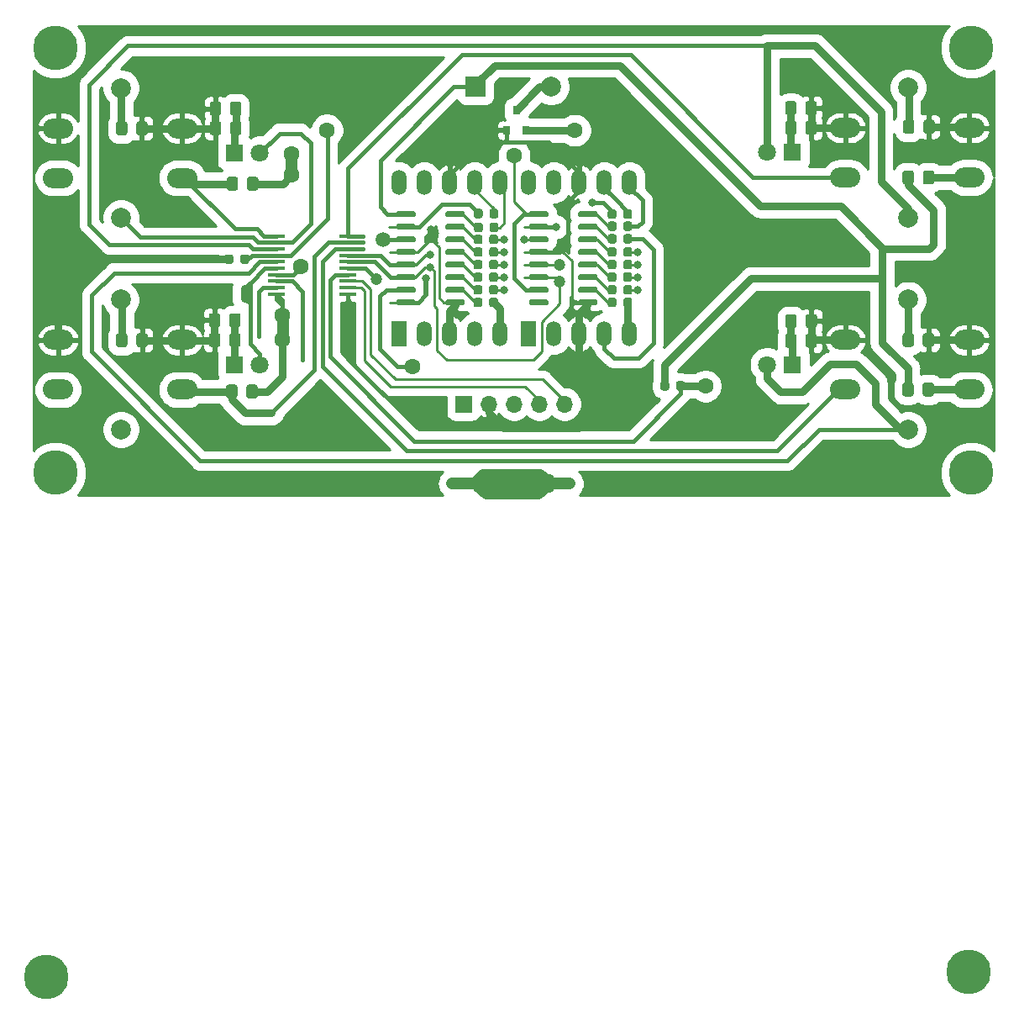
<source format=gbr>
G04 #@! TF.GenerationSoftware,KiCad,Pcbnew,(5.1.7)-1*
G04 #@! TF.CreationDate,2020-10-06T16:51:20+07:00*
G04 #@! TF.ProjectId,PIC16F1X_KIT2019,50494331-3646-4315-985f-4b4954323031,rev?*
G04 #@! TF.SameCoordinates,Original*
G04 #@! TF.FileFunction,Copper,L2,Bot*
G04 #@! TF.FilePolarity,Positive*
%FSLAX46Y46*%
G04 Gerber Fmt 4.6, Leading zero omitted, Abs format (unit mm)*
G04 Created by KiCad (PCBNEW (5.1.7)-1) date 2020-10-06 16:51:20*
%MOMM*%
%LPD*%
G01*
G04 APERTURE LIST*
G04 #@! TA.AperFunction,ComponentPad*
%ADD10C,4.500000*%
G04 #@! TD*
G04 #@! TA.AperFunction,ComponentPad*
%ADD11O,1.700000X1.700000*%
G04 #@! TD*
G04 #@! TA.AperFunction,ComponentPad*
%ADD12R,1.700000X1.700000*%
G04 #@! TD*
G04 #@! TA.AperFunction,ComponentPad*
%ADD13O,3.048000X2.000000*%
G04 #@! TD*
G04 #@! TA.AperFunction,ComponentPad*
%ADD14C,2.000000*%
G04 #@! TD*
G04 #@! TA.AperFunction,ComponentPad*
%ADD15R,2.000000X2.000000*%
G04 #@! TD*
G04 #@! TA.AperFunction,SMDPad,CuDef*
%ADD16R,0.800000X0.900000*%
G04 #@! TD*
G04 #@! TA.AperFunction,SMDPad,CuDef*
%ADD17R,1.750000X0.450000*%
G04 #@! TD*
G04 #@! TA.AperFunction,ComponentPad*
%ADD18O,1.524000X2.524000*%
G04 #@! TD*
G04 #@! TA.AperFunction,ComponentPad*
%ADD19R,1.524000X2.524000*%
G04 #@! TD*
G04 #@! TA.AperFunction,ComponentPad*
%ADD20O,1.050000X1.900000*%
G04 #@! TD*
G04 #@! TA.AperFunction,ComponentPad*
%ADD21R,1.800000X1.800000*%
G04 #@! TD*
G04 #@! TA.AperFunction,ComponentPad*
%ADD22C,1.800000*%
G04 #@! TD*
G04 #@! TA.AperFunction,ViaPad*
%ADD23C,1.600000*%
G04 #@! TD*
G04 #@! TA.AperFunction,ViaPad*
%ADD24C,0.800000*%
G04 #@! TD*
G04 #@! TA.AperFunction,ViaPad*
%ADD25C,1.200000*%
G04 #@! TD*
G04 #@! TA.AperFunction,ViaPad*
%ADD26C,1.500000*%
G04 #@! TD*
G04 #@! TA.AperFunction,Conductor*
%ADD27C,0.250000*%
G04 #@! TD*
G04 #@! TA.AperFunction,Conductor*
%ADD28C,0.400000*%
G04 #@! TD*
G04 #@! TA.AperFunction,Conductor*
%ADD29C,1.200000*%
G04 #@! TD*
G04 #@! TA.AperFunction,Conductor*
%ADD30C,0.800000*%
G04 #@! TD*
G04 #@! TA.AperFunction,Conductor*
%ADD31C,0.254000*%
G04 #@! TD*
G04 #@! TA.AperFunction,Conductor*
%ADD32C,0.100000*%
G04 #@! TD*
G04 APERTURE END LIST*
D10*
X115376960Y-115275360D03*
X22479000Y-115824000D03*
G04 #@! TA.AperFunction,SMDPad,CuDef*
G36*
G01*
X109891520Y-34825519D02*
X109891520Y-35725521D01*
G75*
G02*
X109641521Y-35975520I-249999J0D01*
G01*
X108991519Y-35975520D01*
G75*
G02*
X108741520Y-35725521I0J249999D01*
G01*
X108741520Y-34825519D01*
G75*
G02*
X108991519Y-34575520I249999J0D01*
G01*
X109641521Y-34575520D01*
G75*
G02*
X109891520Y-34825519I0J-249999D01*
G01*
G37*
G04 #@! TD.AperFunction*
G04 #@! TA.AperFunction,SMDPad,CuDef*
G36*
G01*
X111941520Y-34825519D02*
X111941520Y-35725521D01*
G75*
G02*
X111691521Y-35975520I-249999J0D01*
G01*
X111041519Y-35975520D01*
G75*
G02*
X110791520Y-35725521I0J249999D01*
G01*
X110791520Y-34825519D01*
G75*
G02*
X111041519Y-34575520I249999J0D01*
G01*
X111691521Y-34575520D01*
G75*
G02*
X111941520Y-34825519I0J-249999D01*
G01*
G37*
G04 #@! TD.AperFunction*
G04 #@! TA.AperFunction,SMDPad,CuDef*
G36*
G01*
X109863360Y-56181839D02*
X109863360Y-57081841D01*
G75*
G02*
X109613361Y-57331840I-249999J0D01*
G01*
X108963359Y-57331840D01*
G75*
G02*
X108713360Y-57081841I0J249999D01*
G01*
X108713360Y-56181839D01*
G75*
G02*
X108963359Y-55931840I249999J0D01*
G01*
X109613361Y-55931840D01*
G75*
G02*
X109863360Y-56181839I0J-249999D01*
G01*
G37*
G04 #@! TD.AperFunction*
G04 #@! TA.AperFunction,SMDPad,CuDef*
G36*
G01*
X111913360Y-56181839D02*
X111913360Y-57081841D01*
G75*
G02*
X111663361Y-57331840I-249999J0D01*
G01*
X111013359Y-57331840D01*
G75*
G02*
X110763360Y-57081841I0J249999D01*
G01*
X110763360Y-56181839D01*
G75*
G02*
X111013359Y-55931840I249999J0D01*
G01*
X111663361Y-55931840D01*
G75*
G02*
X111913360Y-56181839I0J-249999D01*
G01*
G37*
G04 #@! TD.AperFunction*
G04 #@! TA.AperFunction,SMDPad,CuDef*
G36*
G01*
X42680040Y-36355441D02*
X42680040Y-35455439D01*
G75*
G02*
X42930039Y-35205440I249999J0D01*
G01*
X43580041Y-35205440D01*
G75*
G02*
X43830040Y-35455439I0J-249999D01*
G01*
X43830040Y-36355441D01*
G75*
G02*
X43580041Y-36605440I-249999J0D01*
G01*
X42930039Y-36605440D01*
G75*
G02*
X42680040Y-36355441I0J249999D01*
G01*
G37*
G04 #@! TD.AperFunction*
G04 #@! TA.AperFunction,SMDPad,CuDef*
G36*
G01*
X40630040Y-36355441D02*
X40630040Y-35455439D01*
G75*
G02*
X40880039Y-35205440I249999J0D01*
G01*
X41530041Y-35205440D01*
G75*
G02*
X41780040Y-35455439I0J-249999D01*
G01*
X41780040Y-36355441D01*
G75*
G02*
X41530041Y-36605440I-249999J0D01*
G01*
X40880039Y-36605440D01*
G75*
G02*
X40630040Y-36355441I0J249999D01*
G01*
G37*
G04 #@! TD.AperFunction*
G04 #@! TA.AperFunction,SMDPad,CuDef*
G36*
G01*
X42614000Y-57290121D02*
X42614000Y-56390119D01*
G75*
G02*
X42863999Y-56140120I249999J0D01*
G01*
X43514001Y-56140120D01*
G75*
G02*
X43764000Y-56390119I0J-249999D01*
G01*
X43764000Y-57290121D01*
G75*
G02*
X43514001Y-57540120I-249999J0D01*
G01*
X42863999Y-57540120D01*
G75*
G02*
X42614000Y-57290121I0J249999D01*
G01*
G37*
G04 #@! TD.AperFunction*
G04 #@! TA.AperFunction,SMDPad,CuDef*
G36*
G01*
X40564000Y-57290121D02*
X40564000Y-56390119D01*
G75*
G02*
X40813999Y-56140120I249999J0D01*
G01*
X41464001Y-56140120D01*
G75*
G02*
X41714000Y-56390119I0J-249999D01*
G01*
X41714000Y-57290121D01*
G75*
G02*
X41464001Y-57540120I-249999J0D01*
G01*
X40813999Y-57540120D01*
G75*
G02*
X40564000Y-57290121I0J249999D01*
G01*
G37*
G04 #@! TD.AperFunction*
G04 #@! TA.AperFunction,SMDPad,CuDef*
G36*
G01*
X30624360Y-51218679D02*
X30624360Y-52118681D01*
G75*
G02*
X30374361Y-52368680I-249999J0D01*
G01*
X29724359Y-52368680D01*
G75*
G02*
X29474360Y-52118681I0J249999D01*
G01*
X29474360Y-51218679D01*
G75*
G02*
X29724359Y-50968680I249999J0D01*
G01*
X30374361Y-50968680D01*
G75*
G02*
X30624360Y-51218679I0J-249999D01*
G01*
G37*
G04 #@! TD.AperFunction*
G04 #@! TA.AperFunction,SMDPad,CuDef*
G36*
G01*
X32674360Y-51218679D02*
X32674360Y-52118681D01*
G75*
G02*
X32424361Y-52368680I-249999J0D01*
G01*
X31774359Y-52368680D01*
G75*
G02*
X31524360Y-52118681I0J249999D01*
G01*
X31524360Y-51218679D01*
G75*
G02*
X31774359Y-50968680I249999J0D01*
G01*
X32424361Y-50968680D01*
G75*
G02*
X32674360Y-51218679I0J-249999D01*
G01*
G37*
G04 #@! TD.AperFunction*
G04 #@! TA.AperFunction,SMDPad,CuDef*
G36*
G01*
X109887600Y-51193279D02*
X109887600Y-52093281D01*
G75*
G02*
X109637601Y-52343280I-249999J0D01*
G01*
X108987599Y-52343280D01*
G75*
G02*
X108737600Y-52093281I0J249999D01*
G01*
X108737600Y-51193279D01*
G75*
G02*
X108987599Y-50943280I249999J0D01*
G01*
X109637601Y-50943280D01*
G75*
G02*
X109887600Y-51193279I0J-249999D01*
G01*
G37*
G04 #@! TD.AperFunction*
G04 #@! TA.AperFunction,SMDPad,CuDef*
G36*
G01*
X111937600Y-51193279D02*
X111937600Y-52093281D01*
G75*
G02*
X111687601Y-52343280I-249999J0D01*
G01*
X111037599Y-52343280D01*
G75*
G02*
X110787600Y-52093281I0J249999D01*
G01*
X110787600Y-51193279D01*
G75*
G02*
X111037599Y-50943280I249999J0D01*
G01*
X111687601Y-50943280D01*
G75*
G02*
X111937600Y-51193279I0J-249999D01*
G01*
G37*
G04 #@! TD.AperFunction*
G04 #@! TA.AperFunction,SMDPad,CuDef*
G36*
G01*
X109942320Y-29720119D02*
X109942320Y-30620121D01*
G75*
G02*
X109692321Y-30870120I-249999J0D01*
G01*
X109042319Y-30870120D01*
G75*
G02*
X108792320Y-30620121I0J249999D01*
G01*
X108792320Y-29720119D01*
G75*
G02*
X109042319Y-29470120I249999J0D01*
G01*
X109692321Y-29470120D01*
G75*
G02*
X109942320Y-29720119I0J-249999D01*
G01*
G37*
G04 #@! TD.AperFunction*
G04 #@! TA.AperFunction,SMDPad,CuDef*
G36*
G01*
X111992320Y-29720119D02*
X111992320Y-30620121D01*
G75*
G02*
X111742321Y-30870120I-249999J0D01*
G01*
X111092319Y-30870120D01*
G75*
G02*
X110842320Y-30620121I0J249999D01*
G01*
X110842320Y-29720119D01*
G75*
G02*
X111092319Y-29470120I249999J0D01*
G01*
X111742321Y-29470120D01*
G75*
G02*
X111992320Y-29720119I0J-249999D01*
G01*
G37*
G04 #@! TD.AperFunction*
G04 #@! TA.AperFunction,SMDPad,CuDef*
G36*
G01*
X30614200Y-29877599D02*
X30614200Y-30777601D01*
G75*
G02*
X30364201Y-31027600I-249999J0D01*
G01*
X29714199Y-31027600D01*
G75*
G02*
X29464200Y-30777601I0J249999D01*
G01*
X29464200Y-29877599D01*
G75*
G02*
X29714199Y-29627600I249999J0D01*
G01*
X30364201Y-29627600D01*
G75*
G02*
X30614200Y-29877599I0J-249999D01*
G01*
G37*
G04 #@! TD.AperFunction*
G04 #@! TA.AperFunction,SMDPad,CuDef*
G36*
G01*
X32664200Y-29877599D02*
X32664200Y-30777601D01*
G75*
G02*
X32414201Y-31027600I-249999J0D01*
G01*
X31764199Y-31027600D01*
G75*
G02*
X31514200Y-30777601I0J249999D01*
G01*
X31514200Y-29877599D01*
G75*
G02*
X31764199Y-29627600I249999J0D01*
G01*
X32414201Y-29627600D01*
G75*
G02*
X32664200Y-29877599I0J-249999D01*
G01*
G37*
G04 #@! TD.AperFunction*
G04 #@! TA.AperFunction,SMDPad,CuDef*
G36*
G01*
X98061360Y-27835439D02*
X98061360Y-28735441D01*
G75*
G02*
X97811361Y-28985440I-249999J0D01*
G01*
X97161359Y-28985440D01*
G75*
G02*
X96911360Y-28735441I0J249999D01*
G01*
X96911360Y-27835439D01*
G75*
G02*
X97161359Y-27585440I249999J0D01*
G01*
X97811361Y-27585440D01*
G75*
G02*
X98061360Y-27835439I0J-249999D01*
G01*
G37*
G04 #@! TD.AperFunction*
G04 #@! TA.AperFunction,SMDPad,CuDef*
G36*
G01*
X100111360Y-27835439D02*
X100111360Y-28735441D01*
G75*
G02*
X99861361Y-28985440I-249999J0D01*
G01*
X99211359Y-28985440D01*
G75*
G02*
X98961360Y-28735441I0J249999D01*
G01*
X98961360Y-27835439D01*
G75*
G02*
X99211359Y-27585440I249999J0D01*
G01*
X99861361Y-27585440D01*
G75*
G02*
X100111360Y-27835439I0J-249999D01*
G01*
G37*
G04 #@! TD.AperFunction*
G04 #@! TA.AperFunction,SMDPad,CuDef*
G36*
G01*
X98066440Y-29826799D02*
X98066440Y-30726801D01*
G75*
G02*
X97816441Y-30976800I-249999J0D01*
G01*
X97166439Y-30976800D01*
G75*
G02*
X96916440Y-30726801I0J249999D01*
G01*
X96916440Y-29826799D01*
G75*
G02*
X97166439Y-29576800I249999J0D01*
G01*
X97816441Y-29576800D01*
G75*
G02*
X98066440Y-29826799I0J-249999D01*
G01*
G37*
G04 #@! TD.AperFunction*
G04 #@! TA.AperFunction,SMDPad,CuDef*
G36*
G01*
X100116440Y-29826799D02*
X100116440Y-30726801D01*
G75*
G02*
X99866441Y-30976800I-249999J0D01*
G01*
X99216439Y-30976800D01*
G75*
G02*
X98966440Y-30726801I0J249999D01*
G01*
X98966440Y-29826799D01*
G75*
G02*
X99216439Y-29576800I249999J0D01*
G01*
X99866441Y-29576800D01*
G75*
G02*
X100116440Y-29826799I0J-249999D01*
G01*
G37*
G04 #@! TD.AperFunction*
G04 #@! TA.AperFunction,SMDPad,CuDef*
G36*
G01*
X100125440Y-49288279D02*
X100125440Y-50188281D01*
G75*
G02*
X99875441Y-50438280I-249999J0D01*
G01*
X99225439Y-50438280D01*
G75*
G02*
X98975440Y-50188281I0J249999D01*
G01*
X98975440Y-49288279D01*
G75*
G02*
X99225439Y-49038280I249999J0D01*
G01*
X99875441Y-49038280D01*
G75*
G02*
X100125440Y-49288279I0J-249999D01*
G01*
G37*
G04 #@! TD.AperFunction*
G04 #@! TA.AperFunction,SMDPad,CuDef*
G36*
G01*
X98075440Y-49288279D02*
X98075440Y-50188281D01*
G75*
G02*
X97825441Y-50438280I-249999J0D01*
G01*
X97175439Y-50438280D01*
G75*
G02*
X96925440Y-50188281I0J249999D01*
G01*
X96925440Y-49288279D01*
G75*
G02*
X97175439Y-49038280I249999J0D01*
G01*
X97825441Y-49038280D01*
G75*
G02*
X98075440Y-49288279I0J-249999D01*
G01*
G37*
G04 #@! TD.AperFunction*
G04 #@! TA.AperFunction,SMDPad,CuDef*
G36*
G01*
X98066440Y-51269479D02*
X98066440Y-52169481D01*
G75*
G02*
X97816441Y-52419480I-249999J0D01*
G01*
X97166439Y-52419480D01*
G75*
G02*
X96916440Y-52169481I0J249999D01*
G01*
X96916440Y-51269479D01*
G75*
G02*
X97166439Y-51019480I249999J0D01*
G01*
X97816441Y-51019480D01*
G75*
G02*
X98066440Y-51269479I0J-249999D01*
G01*
G37*
G04 #@! TD.AperFunction*
G04 #@! TA.AperFunction,SMDPad,CuDef*
G36*
G01*
X100116440Y-51269479D02*
X100116440Y-52169481D01*
G75*
G02*
X99866441Y-52419480I-249999J0D01*
G01*
X99216439Y-52419480D01*
G75*
G02*
X98966440Y-52169481I0J249999D01*
G01*
X98966440Y-51269479D01*
G75*
G02*
X99216439Y-51019480I249999J0D01*
G01*
X99866441Y-51019480D01*
G75*
G02*
X100116440Y-51269479I0J-249999D01*
G01*
G37*
G04 #@! TD.AperFunction*
G04 #@! TA.AperFunction,SMDPad,CuDef*
G36*
G01*
X38836800Y-50096841D02*
X38836800Y-49196839D01*
G75*
G02*
X39086799Y-48946840I249999J0D01*
G01*
X39736801Y-48946840D01*
G75*
G02*
X39986800Y-49196839I0J-249999D01*
G01*
X39986800Y-50096841D01*
G75*
G02*
X39736801Y-50346840I-249999J0D01*
G01*
X39086799Y-50346840D01*
G75*
G02*
X38836800Y-50096841I0J249999D01*
G01*
G37*
G04 #@! TD.AperFunction*
G04 #@! TA.AperFunction,SMDPad,CuDef*
G36*
G01*
X40886800Y-50096841D02*
X40886800Y-49196839D01*
G75*
G02*
X41136799Y-48946840I249999J0D01*
G01*
X41786801Y-48946840D01*
G75*
G02*
X42036800Y-49196839I0J-249999D01*
G01*
X42036800Y-50096841D01*
G75*
G02*
X41786801Y-50346840I-249999J0D01*
G01*
X41136799Y-50346840D01*
G75*
G02*
X40886800Y-50096841I0J249999D01*
G01*
G37*
G04 #@! TD.AperFunction*
G04 #@! TA.AperFunction,SMDPad,CuDef*
G36*
G01*
X40886800Y-52103441D02*
X40886800Y-51203439D01*
G75*
G02*
X41136799Y-50953440I249999J0D01*
G01*
X41786801Y-50953440D01*
G75*
G02*
X42036800Y-51203439I0J-249999D01*
G01*
X42036800Y-52103441D01*
G75*
G02*
X41786801Y-52353440I-249999J0D01*
G01*
X41136799Y-52353440D01*
G75*
G02*
X40886800Y-52103441I0J249999D01*
G01*
G37*
G04 #@! TD.AperFunction*
G04 #@! TA.AperFunction,SMDPad,CuDef*
G36*
G01*
X38836800Y-52103441D02*
X38836800Y-51203439D01*
G75*
G02*
X39086799Y-50953440I249999J0D01*
G01*
X39736801Y-50953440D01*
G75*
G02*
X39986800Y-51203439I0J-249999D01*
G01*
X39986800Y-52103441D01*
G75*
G02*
X39736801Y-52353440I-249999J0D01*
G01*
X39086799Y-52353440D01*
G75*
G02*
X38836800Y-52103441I0J249999D01*
G01*
G37*
G04 #@! TD.AperFunction*
G04 #@! TA.AperFunction,SMDPad,CuDef*
G36*
G01*
X38918080Y-28796401D02*
X38918080Y-27896399D01*
G75*
G02*
X39168079Y-27646400I249999J0D01*
G01*
X39818081Y-27646400D01*
G75*
G02*
X40068080Y-27896399I0J-249999D01*
G01*
X40068080Y-28796401D01*
G75*
G02*
X39818081Y-29046400I-249999J0D01*
G01*
X39168079Y-29046400D01*
G75*
G02*
X38918080Y-28796401I0J249999D01*
G01*
G37*
G04 #@! TD.AperFunction*
G04 #@! TA.AperFunction,SMDPad,CuDef*
G36*
G01*
X40968080Y-28796401D02*
X40968080Y-27896399D01*
G75*
G02*
X41218079Y-27646400I249999J0D01*
G01*
X41868081Y-27646400D01*
G75*
G02*
X42118080Y-27896399I0J-249999D01*
G01*
X42118080Y-28796401D01*
G75*
G02*
X41868081Y-29046400I-249999J0D01*
G01*
X41218079Y-29046400D01*
G75*
G02*
X40968080Y-28796401I0J249999D01*
G01*
G37*
G04 #@! TD.AperFunction*
G04 #@! TA.AperFunction,SMDPad,CuDef*
G36*
G01*
X40973160Y-30777601D02*
X40973160Y-29877599D01*
G75*
G02*
X41223159Y-29627600I249999J0D01*
G01*
X41873161Y-29627600D01*
G75*
G02*
X42123160Y-29877599I0J-249999D01*
G01*
X42123160Y-30777601D01*
G75*
G02*
X41873161Y-31027600I-249999J0D01*
G01*
X41223159Y-31027600D01*
G75*
G02*
X40973160Y-30777601I0J249999D01*
G01*
G37*
G04 #@! TD.AperFunction*
G04 #@! TA.AperFunction,SMDPad,CuDef*
G36*
G01*
X38923160Y-30777601D02*
X38923160Y-29877599D01*
G75*
G02*
X39173159Y-29627600I249999J0D01*
G01*
X39823161Y-29627600D01*
G75*
G02*
X40073160Y-29877599I0J-249999D01*
G01*
X40073160Y-30777601D01*
G75*
G02*
X39823161Y-31027600I-249999J0D01*
G01*
X39173159Y-31027600D01*
G75*
G02*
X38923160Y-30777601I0J249999D01*
G01*
G37*
G04 #@! TD.AperFunction*
D11*
X74650600Y-58089800D03*
X72110600Y-58089800D03*
X69570600Y-58089800D03*
X67030600Y-58089800D03*
D12*
X64490600Y-58089800D03*
D13*
X115466520Y-51638200D03*
X115466520Y-56638200D03*
X102966520Y-51638200D03*
X102966520Y-56638200D03*
D14*
X109316520Y-47574200D03*
X109316520Y-60655200D03*
D13*
X36132160Y-51638200D03*
X36132160Y-56638200D03*
X23632160Y-51638200D03*
X23632160Y-56638200D03*
D14*
X29982160Y-47574200D03*
X29982160Y-60655200D03*
X109316520Y-39293800D03*
X109316520Y-26212800D03*
D13*
X102966520Y-35276800D03*
X102966520Y-30276800D03*
X115466520Y-35276800D03*
X115466520Y-30276800D03*
X36132160Y-30324333D03*
X36132160Y-35324333D03*
X23632160Y-30324333D03*
X23632160Y-35324333D03*
D14*
X29982160Y-26260333D03*
X29982160Y-39341333D03*
G04 #@! TA.AperFunction,SMDPad,CuDef*
G36*
G01*
X79914100Y-41198690D02*
X79914100Y-41711190D01*
G75*
G02*
X79695350Y-41929940I-218750J0D01*
G01*
X79257850Y-41929940D01*
G75*
G02*
X79039100Y-41711190I0J218750D01*
G01*
X79039100Y-41198690D01*
G75*
G02*
X79257850Y-40979940I218750J0D01*
G01*
X79695350Y-40979940D01*
G75*
G02*
X79914100Y-41198690I0J-218750D01*
G01*
G37*
G04 #@! TD.AperFunction*
G04 #@! TA.AperFunction,SMDPad,CuDef*
G36*
G01*
X81489100Y-41198690D02*
X81489100Y-41711190D01*
G75*
G02*
X81270350Y-41929940I-218750J0D01*
G01*
X80832850Y-41929940D01*
G75*
G02*
X80614100Y-41711190I0J218750D01*
G01*
X80614100Y-41198690D01*
G75*
G02*
X80832850Y-40979940I218750J0D01*
G01*
X81270350Y-40979940D01*
G75*
G02*
X81489100Y-41198690I0J-218750D01*
G01*
G37*
G04 #@! TD.AperFunction*
G04 #@! TA.AperFunction,SMDPad,CuDef*
G36*
G01*
X42006000Y-43766450D02*
X42006000Y-43253950D01*
G75*
G02*
X42224750Y-43035200I218750J0D01*
G01*
X42662250Y-43035200D01*
G75*
G02*
X42881000Y-43253950I0J-218750D01*
G01*
X42881000Y-43766450D01*
G75*
G02*
X42662250Y-43985200I-218750J0D01*
G01*
X42224750Y-43985200D01*
G75*
G02*
X42006000Y-43766450I0J218750D01*
G01*
G37*
G04 #@! TD.AperFunction*
G04 #@! TA.AperFunction,SMDPad,CuDef*
G36*
G01*
X40431000Y-43766450D02*
X40431000Y-43253950D01*
G75*
G02*
X40649750Y-43035200I218750J0D01*
G01*
X41087250Y-43035200D01*
G75*
G02*
X41306000Y-43253950I0J-218750D01*
G01*
X41306000Y-43766450D01*
G75*
G02*
X41087250Y-43985200I-218750J0D01*
G01*
X40649750Y-43985200D01*
G75*
G02*
X40431000Y-43766450I0J218750D01*
G01*
G37*
G04 #@! TD.AperFunction*
G04 #@! TA.AperFunction,SMDPad,CuDef*
G36*
G01*
X66426600Y-38658690D02*
X66426600Y-39171190D01*
G75*
G02*
X66207850Y-39389940I-218750J0D01*
G01*
X65770350Y-39389940D01*
G75*
G02*
X65551600Y-39171190I0J218750D01*
G01*
X65551600Y-38658690D01*
G75*
G02*
X65770350Y-38439940I218750J0D01*
G01*
X66207850Y-38439940D01*
G75*
G02*
X66426600Y-38658690I0J-218750D01*
G01*
G37*
G04 #@! TD.AperFunction*
G04 #@! TA.AperFunction,SMDPad,CuDef*
G36*
G01*
X68001600Y-38658690D02*
X68001600Y-39171190D01*
G75*
G02*
X67782850Y-39389940I-218750J0D01*
G01*
X67345350Y-39389940D01*
G75*
G02*
X67126600Y-39171190I0J218750D01*
G01*
X67126600Y-38658690D01*
G75*
G02*
X67345350Y-38439940I218750J0D01*
G01*
X67782850Y-38439940D01*
G75*
G02*
X68001600Y-38658690I0J-218750D01*
G01*
G37*
G04 #@! TD.AperFunction*
G04 #@! TA.AperFunction,SMDPad,CuDef*
G36*
G01*
X66426600Y-40055690D02*
X66426600Y-40568190D01*
G75*
G02*
X66207850Y-40786940I-218750J0D01*
G01*
X65770350Y-40786940D01*
G75*
G02*
X65551600Y-40568190I0J218750D01*
G01*
X65551600Y-40055690D01*
G75*
G02*
X65770350Y-39836940I218750J0D01*
G01*
X66207850Y-39836940D01*
G75*
G02*
X66426600Y-40055690I0J-218750D01*
G01*
G37*
G04 #@! TD.AperFunction*
G04 #@! TA.AperFunction,SMDPad,CuDef*
G36*
G01*
X68001600Y-40055690D02*
X68001600Y-40568190D01*
G75*
G02*
X67782850Y-40786940I-218750J0D01*
G01*
X67345350Y-40786940D01*
G75*
G02*
X67126600Y-40568190I0J218750D01*
G01*
X67126600Y-40055690D01*
G75*
G02*
X67345350Y-39836940I218750J0D01*
G01*
X67782850Y-39836940D01*
G75*
G02*
X68001600Y-40055690I0J-218750D01*
G01*
G37*
G04 #@! TD.AperFunction*
G04 #@! TA.AperFunction,SMDPad,CuDef*
G36*
G01*
X66401200Y-41260050D02*
X66401200Y-41772550D01*
G75*
G02*
X66182450Y-41991300I-218750J0D01*
G01*
X65744950Y-41991300D01*
G75*
G02*
X65526200Y-41772550I0J218750D01*
G01*
X65526200Y-41260050D01*
G75*
G02*
X65744950Y-41041300I218750J0D01*
G01*
X66182450Y-41041300D01*
G75*
G02*
X66401200Y-41260050I0J-218750D01*
G01*
G37*
G04 #@! TD.AperFunction*
G04 #@! TA.AperFunction,SMDPad,CuDef*
G36*
G01*
X67976200Y-41260050D02*
X67976200Y-41772550D01*
G75*
G02*
X67757450Y-41991300I-218750J0D01*
G01*
X67319950Y-41991300D01*
G75*
G02*
X67101200Y-41772550I0J218750D01*
G01*
X67101200Y-41260050D01*
G75*
G02*
X67319950Y-41041300I218750J0D01*
G01*
X67757450Y-41041300D01*
G75*
G02*
X67976200Y-41260050I0J-218750D01*
G01*
G37*
G04 #@! TD.AperFunction*
G04 #@! TA.AperFunction,SMDPad,CuDef*
G36*
G01*
X66401100Y-42532190D02*
X66401100Y-43044690D01*
G75*
G02*
X66182350Y-43263440I-218750J0D01*
G01*
X65744850Y-43263440D01*
G75*
G02*
X65526100Y-43044690I0J218750D01*
G01*
X65526100Y-42532190D01*
G75*
G02*
X65744850Y-42313440I218750J0D01*
G01*
X66182350Y-42313440D01*
G75*
G02*
X66401100Y-42532190I0J-218750D01*
G01*
G37*
G04 #@! TD.AperFunction*
G04 #@! TA.AperFunction,SMDPad,CuDef*
G36*
G01*
X67976100Y-42532190D02*
X67976100Y-43044690D01*
G75*
G02*
X67757350Y-43263440I-218750J0D01*
G01*
X67319850Y-43263440D01*
G75*
G02*
X67101100Y-43044690I0J218750D01*
G01*
X67101100Y-42532190D01*
G75*
G02*
X67319850Y-42313440I218750J0D01*
G01*
X67757350Y-42313440D01*
G75*
G02*
X67976100Y-42532190I0J-218750D01*
G01*
G37*
G04 #@! TD.AperFunction*
G04 #@! TA.AperFunction,SMDPad,CuDef*
G36*
G01*
X66388600Y-43800050D02*
X66388600Y-44312550D01*
G75*
G02*
X66169850Y-44531300I-218750J0D01*
G01*
X65732350Y-44531300D01*
G75*
G02*
X65513600Y-44312550I0J218750D01*
G01*
X65513600Y-43800050D01*
G75*
G02*
X65732350Y-43581300I218750J0D01*
G01*
X66169850Y-43581300D01*
G75*
G02*
X66388600Y-43800050I0J-218750D01*
G01*
G37*
G04 #@! TD.AperFunction*
G04 #@! TA.AperFunction,SMDPad,CuDef*
G36*
G01*
X67963600Y-43800050D02*
X67963600Y-44312550D01*
G75*
G02*
X67744850Y-44531300I-218750J0D01*
G01*
X67307350Y-44531300D01*
G75*
G02*
X67088600Y-44312550I0J218750D01*
G01*
X67088600Y-43800050D01*
G75*
G02*
X67307350Y-43581300I218750J0D01*
G01*
X67744850Y-43581300D01*
G75*
G02*
X67963600Y-43800050I0J-218750D01*
G01*
G37*
G04 #@! TD.AperFunction*
G04 #@! TA.AperFunction,SMDPad,CuDef*
G36*
G01*
X66388500Y-45070050D02*
X66388500Y-45582550D01*
G75*
G02*
X66169750Y-45801300I-218750J0D01*
G01*
X65732250Y-45801300D01*
G75*
G02*
X65513500Y-45582550I0J218750D01*
G01*
X65513500Y-45070050D01*
G75*
G02*
X65732250Y-44851300I218750J0D01*
G01*
X66169750Y-44851300D01*
G75*
G02*
X66388500Y-45070050I0J-218750D01*
G01*
G37*
G04 #@! TD.AperFunction*
G04 #@! TA.AperFunction,SMDPad,CuDef*
G36*
G01*
X67963500Y-45070050D02*
X67963500Y-45582550D01*
G75*
G02*
X67744750Y-45801300I-218750J0D01*
G01*
X67307250Y-45801300D01*
G75*
G02*
X67088500Y-45582550I0J218750D01*
G01*
X67088500Y-45070050D01*
G75*
G02*
X67307250Y-44851300I218750J0D01*
G01*
X67744750Y-44851300D01*
G75*
G02*
X67963500Y-45070050I0J-218750D01*
G01*
G37*
G04 #@! TD.AperFunction*
G04 #@! TA.AperFunction,SMDPad,CuDef*
G36*
G01*
X66388500Y-46340050D02*
X66388500Y-46852550D01*
G75*
G02*
X66169750Y-47071300I-218750J0D01*
G01*
X65732250Y-47071300D01*
G75*
G02*
X65513500Y-46852550I0J218750D01*
G01*
X65513500Y-46340050D01*
G75*
G02*
X65732250Y-46121300I218750J0D01*
G01*
X66169750Y-46121300D01*
G75*
G02*
X66388500Y-46340050I0J-218750D01*
G01*
G37*
G04 #@! TD.AperFunction*
G04 #@! TA.AperFunction,SMDPad,CuDef*
G36*
G01*
X67963500Y-46340050D02*
X67963500Y-46852550D01*
G75*
G02*
X67744750Y-47071300I-218750J0D01*
G01*
X67307250Y-47071300D01*
G75*
G02*
X67088500Y-46852550I0J218750D01*
G01*
X67088500Y-46340050D01*
G75*
G02*
X67307250Y-46121300I218750J0D01*
G01*
X67744750Y-46121300D01*
G75*
G02*
X67963500Y-46340050I0J-218750D01*
G01*
G37*
G04 #@! TD.AperFunction*
G04 #@! TA.AperFunction,SMDPad,CuDef*
G36*
G01*
X66388600Y-47610050D02*
X66388600Y-48122550D01*
G75*
G02*
X66169850Y-48341300I-218750J0D01*
G01*
X65732350Y-48341300D01*
G75*
G02*
X65513600Y-48122550I0J218750D01*
G01*
X65513600Y-47610050D01*
G75*
G02*
X65732350Y-47391300I218750J0D01*
G01*
X66169850Y-47391300D01*
G75*
G02*
X66388600Y-47610050I0J-218750D01*
G01*
G37*
G04 #@! TD.AperFunction*
G04 #@! TA.AperFunction,SMDPad,CuDef*
G36*
G01*
X67963600Y-47610050D02*
X67963600Y-48122550D01*
G75*
G02*
X67744850Y-48341300I-218750J0D01*
G01*
X67307350Y-48341300D01*
G75*
G02*
X67088600Y-48122550I0J218750D01*
G01*
X67088600Y-47610050D01*
G75*
G02*
X67307350Y-47391300I218750J0D01*
G01*
X67744850Y-47391300D01*
G75*
G02*
X67963600Y-47610050I0J-218750D01*
G01*
G37*
G04 #@! TD.AperFunction*
G04 #@! TA.AperFunction,SMDPad,CuDef*
G36*
G01*
X79914000Y-38707350D02*
X79914000Y-39219850D01*
G75*
G02*
X79695250Y-39438600I-218750J0D01*
G01*
X79257750Y-39438600D01*
G75*
G02*
X79039000Y-39219850I0J218750D01*
G01*
X79039000Y-38707350D01*
G75*
G02*
X79257750Y-38488600I218750J0D01*
G01*
X79695250Y-38488600D01*
G75*
G02*
X79914000Y-38707350I0J-218750D01*
G01*
G37*
G04 #@! TD.AperFunction*
G04 #@! TA.AperFunction,SMDPad,CuDef*
G36*
G01*
X81489000Y-38707350D02*
X81489000Y-39219850D01*
G75*
G02*
X81270250Y-39438600I-218750J0D01*
G01*
X80832750Y-39438600D01*
G75*
G02*
X80614000Y-39219850I0J218750D01*
G01*
X80614000Y-38707350D01*
G75*
G02*
X80832750Y-38488600I218750J0D01*
G01*
X81270250Y-38488600D01*
G75*
G02*
X81489000Y-38707350I0J-218750D01*
G01*
G37*
G04 #@! TD.AperFunction*
G04 #@! TA.AperFunction,SMDPad,CuDef*
G36*
G01*
X79914100Y-39928690D02*
X79914100Y-40441190D01*
G75*
G02*
X79695350Y-40659940I-218750J0D01*
G01*
X79257850Y-40659940D01*
G75*
G02*
X79039100Y-40441190I0J218750D01*
G01*
X79039100Y-39928690D01*
G75*
G02*
X79257850Y-39709940I218750J0D01*
G01*
X79695350Y-39709940D01*
G75*
G02*
X79914100Y-39928690I0J-218750D01*
G01*
G37*
G04 #@! TD.AperFunction*
G04 #@! TA.AperFunction,SMDPad,CuDef*
G36*
G01*
X81489100Y-39928690D02*
X81489100Y-40441190D01*
G75*
G02*
X81270350Y-40659940I-218750J0D01*
G01*
X80832850Y-40659940D01*
G75*
G02*
X80614100Y-40441190I0J218750D01*
G01*
X80614100Y-39928690D01*
G75*
G02*
X80832850Y-39709940I218750J0D01*
G01*
X81270350Y-39709940D01*
G75*
G02*
X81489100Y-39928690I0J-218750D01*
G01*
G37*
G04 #@! TD.AperFunction*
G04 #@! TA.AperFunction,SMDPad,CuDef*
G36*
G01*
X79914000Y-42517350D02*
X79914000Y-43029850D01*
G75*
G02*
X79695250Y-43248600I-218750J0D01*
G01*
X79257750Y-43248600D01*
G75*
G02*
X79039000Y-43029850I0J218750D01*
G01*
X79039000Y-42517350D01*
G75*
G02*
X79257750Y-42298600I218750J0D01*
G01*
X79695250Y-42298600D01*
G75*
G02*
X79914000Y-42517350I0J-218750D01*
G01*
G37*
G04 #@! TD.AperFunction*
G04 #@! TA.AperFunction,SMDPad,CuDef*
G36*
G01*
X81489000Y-42517350D02*
X81489000Y-43029850D01*
G75*
G02*
X81270250Y-43248600I-218750J0D01*
G01*
X80832750Y-43248600D01*
G75*
G02*
X80614000Y-43029850I0J218750D01*
G01*
X80614000Y-42517350D01*
G75*
G02*
X80832750Y-42298600I218750J0D01*
G01*
X81270250Y-42298600D01*
G75*
G02*
X81489000Y-42517350I0J-218750D01*
G01*
G37*
G04 #@! TD.AperFunction*
G04 #@! TA.AperFunction,SMDPad,CuDef*
G36*
G01*
X79914000Y-43787350D02*
X79914000Y-44299850D01*
G75*
G02*
X79695250Y-44518600I-218750J0D01*
G01*
X79257750Y-44518600D01*
G75*
G02*
X79039000Y-44299850I0J218750D01*
G01*
X79039000Y-43787350D01*
G75*
G02*
X79257750Y-43568600I218750J0D01*
G01*
X79695250Y-43568600D01*
G75*
G02*
X79914000Y-43787350I0J-218750D01*
G01*
G37*
G04 #@! TD.AperFunction*
G04 #@! TA.AperFunction,SMDPad,CuDef*
G36*
G01*
X81489000Y-43787350D02*
X81489000Y-44299850D01*
G75*
G02*
X81270250Y-44518600I-218750J0D01*
G01*
X80832750Y-44518600D01*
G75*
G02*
X80614000Y-44299850I0J218750D01*
G01*
X80614000Y-43787350D01*
G75*
G02*
X80832750Y-43568600I218750J0D01*
G01*
X81270250Y-43568600D01*
G75*
G02*
X81489000Y-43787350I0J-218750D01*
G01*
G37*
G04 #@! TD.AperFunction*
G04 #@! TA.AperFunction,SMDPad,CuDef*
G36*
G01*
X79901400Y-45057350D02*
X79901400Y-45569850D01*
G75*
G02*
X79682650Y-45788600I-218750J0D01*
G01*
X79245150Y-45788600D01*
G75*
G02*
X79026400Y-45569850I0J218750D01*
G01*
X79026400Y-45057350D01*
G75*
G02*
X79245150Y-44838600I218750J0D01*
G01*
X79682650Y-44838600D01*
G75*
G02*
X79901400Y-45057350I0J-218750D01*
G01*
G37*
G04 #@! TD.AperFunction*
G04 #@! TA.AperFunction,SMDPad,CuDef*
G36*
G01*
X81476400Y-45057350D02*
X81476400Y-45569850D01*
G75*
G02*
X81257650Y-45788600I-218750J0D01*
G01*
X80820150Y-45788600D01*
G75*
G02*
X80601400Y-45569850I0J218750D01*
G01*
X80601400Y-45057350D01*
G75*
G02*
X80820150Y-44838600I218750J0D01*
G01*
X81257650Y-44838600D01*
G75*
G02*
X81476400Y-45057350I0J-218750D01*
G01*
G37*
G04 #@! TD.AperFunction*
G04 #@! TA.AperFunction,SMDPad,CuDef*
G36*
G01*
X79914000Y-46327350D02*
X79914000Y-46839850D01*
G75*
G02*
X79695250Y-47058600I-218750J0D01*
G01*
X79257750Y-47058600D01*
G75*
G02*
X79039000Y-46839850I0J218750D01*
G01*
X79039000Y-46327350D01*
G75*
G02*
X79257750Y-46108600I218750J0D01*
G01*
X79695250Y-46108600D01*
G75*
G02*
X79914000Y-46327350I0J-218750D01*
G01*
G37*
G04 #@! TD.AperFunction*
G04 #@! TA.AperFunction,SMDPad,CuDef*
G36*
G01*
X81489000Y-46327350D02*
X81489000Y-46839850D01*
G75*
G02*
X81270250Y-47058600I-218750J0D01*
G01*
X80832750Y-47058600D01*
G75*
G02*
X80614000Y-46839850I0J218750D01*
G01*
X80614000Y-46327350D01*
G75*
G02*
X80832750Y-46108600I218750J0D01*
G01*
X81270250Y-46108600D01*
G75*
G02*
X81489000Y-46327350I0J-218750D01*
G01*
G37*
G04 #@! TD.AperFunction*
G04 #@! TA.AperFunction,SMDPad,CuDef*
G36*
G01*
X79914000Y-47597350D02*
X79914000Y-48109850D01*
G75*
G02*
X79695250Y-48328600I-218750J0D01*
G01*
X79257750Y-48328600D01*
G75*
G02*
X79039000Y-48109850I0J218750D01*
G01*
X79039000Y-47597350D01*
G75*
G02*
X79257750Y-47378600I218750J0D01*
G01*
X79695250Y-47378600D01*
G75*
G02*
X79914000Y-47597350I0J-218750D01*
G01*
G37*
G04 #@! TD.AperFunction*
G04 #@! TA.AperFunction,SMDPad,CuDef*
G36*
G01*
X81489000Y-47597350D02*
X81489000Y-48109850D01*
G75*
G02*
X81270250Y-48328600I-218750J0D01*
G01*
X80832750Y-48328600D01*
G75*
G02*
X80614000Y-48109850I0J218750D01*
G01*
X80614000Y-47597350D01*
G75*
G02*
X80832750Y-47378600I218750J0D01*
G01*
X81270250Y-47378600D01*
G75*
G02*
X81489000Y-47597350I0J-218750D01*
G01*
G37*
G04 #@! TD.AperFunction*
G04 #@! TA.AperFunction,SMDPad,CuDef*
G36*
G01*
X85228750Y-56004750D02*
X85228750Y-56517250D01*
G75*
G02*
X85010000Y-56736000I-218750J0D01*
G01*
X84572500Y-56736000D01*
G75*
G02*
X84353750Y-56517250I0J218750D01*
G01*
X84353750Y-56004750D01*
G75*
G02*
X84572500Y-55786000I218750J0D01*
G01*
X85010000Y-55786000D01*
G75*
G02*
X85228750Y-56004750I0J-218750D01*
G01*
G37*
G04 #@! TD.AperFunction*
G04 #@! TA.AperFunction,SMDPad,CuDef*
G36*
G01*
X86803750Y-56004750D02*
X86803750Y-56517250D01*
G75*
G02*
X86585000Y-56736000I-218750J0D01*
G01*
X86147500Y-56736000D01*
G75*
G02*
X85928750Y-56517250I0J218750D01*
G01*
X85928750Y-56004750D01*
G75*
G02*
X86147500Y-55786000I218750J0D01*
G01*
X86585000Y-55786000D01*
G75*
G02*
X86803750Y-56004750I0J-218750D01*
G01*
G37*
G04 #@! TD.AperFunction*
D10*
X115697000Y-65024000D03*
X23368000Y-22225000D03*
X23368000Y-65024000D03*
X115697000Y-22225000D03*
D15*
X65732500Y-26162000D03*
D14*
X73332500Y-26162000D03*
D16*
X70761900Y-30527500D03*
X68861900Y-30527500D03*
X69811900Y-28527500D03*
D17*
X45676000Y-47006700D03*
X45676000Y-46356700D03*
X45676000Y-45706700D03*
X45676000Y-45056700D03*
X45676000Y-44406700D03*
X45676000Y-43756700D03*
X45676000Y-43106700D03*
X45676000Y-42456700D03*
X45676000Y-41806700D03*
X45676000Y-41156700D03*
X52876000Y-41156700D03*
X52876000Y-41806700D03*
X52876000Y-42456700D03*
X52876000Y-43106700D03*
X52876000Y-43756700D03*
X52876000Y-44406700D03*
X52876000Y-45056700D03*
X52876000Y-45706700D03*
X52876000Y-46356700D03*
X52876000Y-47006700D03*
G04 #@! TA.AperFunction,SMDPad,CuDef*
G36*
G01*
X59688600Y-38826300D02*
X59688600Y-39126300D01*
G75*
G02*
X59538600Y-39276300I-150000J0D01*
G01*
X57888600Y-39276300D01*
G75*
G02*
X57738600Y-39126300I0J150000D01*
G01*
X57738600Y-38826300D01*
G75*
G02*
X57888600Y-38676300I150000J0D01*
G01*
X59538600Y-38676300D01*
G75*
G02*
X59688600Y-38826300I0J-150000D01*
G01*
G37*
G04 #@! TD.AperFunction*
G04 #@! TA.AperFunction,SMDPad,CuDef*
G36*
G01*
X59688600Y-40096300D02*
X59688600Y-40396300D01*
G75*
G02*
X59538600Y-40546300I-150000J0D01*
G01*
X57888600Y-40546300D01*
G75*
G02*
X57738600Y-40396300I0J150000D01*
G01*
X57738600Y-40096300D01*
G75*
G02*
X57888600Y-39946300I150000J0D01*
G01*
X59538600Y-39946300D01*
G75*
G02*
X59688600Y-40096300I0J-150000D01*
G01*
G37*
G04 #@! TD.AperFunction*
G04 #@! TA.AperFunction,SMDPad,CuDef*
G36*
G01*
X59688600Y-41366300D02*
X59688600Y-41666300D01*
G75*
G02*
X59538600Y-41816300I-150000J0D01*
G01*
X57888600Y-41816300D01*
G75*
G02*
X57738600Y-41666300I0J150000D01*
G01*
X57738600Y-41366300D01*
G75*
G02*
X57888600Y-41216300I150000J0D01*
G01*
X59538600Y-41216300D01*
G75*
G02*
X59688600Y-41366300I0J-150000D01*
G01*
G37*
G04 #@! TD.AperFunction*
G04 #@! TA.AperFunction,SMDPad,CuDef*
G36*
G01*
X59688600Y-42636300D02*
X59688600Y-42936300D01*
G75*
G02*
X59538600Y-43086300I-150000J0D01*
G01*
X57888600Y-43086300D01*
G75*
G02*
X57738600Y-42936300I0J150000D01*
G01*
X57738600Y-42636300D01*
G75*
G02*
X57888600Y-42486300I150000J0D01*
G01*
X59538600Y-42486300D01*
G75*
G02*
X59688600Y-42636300I0J-150000D01*
G01*
G37*
G04 #@! TD.AperFunction*
G04 #@! TA.AperFunction,SMDPad,CuDef*
G36*
G01*
X59688600Y-43906300D02*
X59688600Y-44206300D01*
G75*
G02*
X59538600Y-44356300I-150000J0D01*
G01*
X57888600Y-44356300D01*
G75*
G02*
X57738600Y-44206300I0J150000D01*
G01*
X57738600Y-43906300D01*
G75*
G02*
X57888600Y-43756300I150000J0D01*
G01*
X59538600Y-43756300D01*
G75*
G02*
X59688600Y-43906300I0J-150000D01*
G01*
G37*
G04 #@! TD.AperFunction*
G04 #@! TA.AperFunction,SMDPad,CuDef*
G36*
G01*
X59688600Y-45176300D02*
X59688600Y-45476300D01*
G75*
G02*
X59538600Y-45626300I-150000J0D01*
G01*
X57888600Y-45626300D01*
G75*
G02*
X57738600Y-45476300I0J150000D01*
G01*
X57738600Y-45176300D01*
G75*
G02*
X57888600Y-45026300I150000J0D01*
G01*
X59538600Y-45026300D01*
G75*
G02*
X59688600Y-45176300I0J-150000D01*
G01*
G37*
G04 #@! TD.AperFunction*
G04 #@! TA.AperFunction,SMDPad,CuDef*
G36*
G01*
X59688600Y-46446300D02*
X59688600Y-46746300D01*
G75*
G02*
X59538600Y-46896300I-150000J0D01*
G01*
X57888600Y-46896300D01*
G75*
G02*
X57738600Y-46746300I0J150000D01*
G01*
X57738600Y-46446300D01*
G75*
G02*
X57888600Y-46296300I150000J0D01*
G01*
X59538600Y-46296300D01*
G75*
G02*
X59688600Y-46446300I0J-150000D01*
G01*
G37*
G04 #@! TD.AperFunction*
G04 #@! TA.AperFunction,SMDPad,CuDef*
G36*
G01*
X59688600Y-47716300D02*
X59688600Y-48016300D01*
G75*
G02*
X59538600Y-48166300I-150000J0D01*
G01*
X57888600Y-48166300D01*
G75*
G02*
X57738600Y-48016300I0J150000D01*
G01*
X57738600Y-47716300D01*
G75*
G02*
X57888600Y-47566300I150000J0D01*
G01*
X59538600Y-47566300D01*
G75*
G02*
X59688600Y-47716300I0J-150000D01*
G01*
G37*
G04 #@! TD.AperFunction*
G04 #@! TA.AperFunction,SMDPad,CuDef*
G36*
G01*
X64638600Y-47716300D02*
X64638600Y-48016300D01*
G75*
G02*
X64488600Y-48166300I-150000J0D01*
G01*
X62838600Y-48166300D01*
G75*
G02*
X62688600Y-48016300I0J150000D01*
G01*
X62688600Y-47716300D01*
G75*
G02*
X62838600Y-47566300I150000J0D01*
G01*
X64488600Y-47566300D01*
G75*
G02*
X64638600Y-47716300I0J-150000D01*
G01*
G37*
G04 #@! TD.AperFunction*
G04 #@! TA.AperFunction,SMDPad,CuDef*
G36*
G01*
X64638600Y-46446300D02*
X64638600Y-46746300D01*
G75*
G02*
X64488600Y-46896300I-150000J0D01*
G01*
X62838600Y-46896300D01*
G75*
G02*
X62688600Y-46746300I0J150000D01*
G01*
X62688600Y-46446300D01*
G75*
G02*
X62838600Y-46296300I150000J0D01*
G01*
X64488600Y-46296300D01*
G75*
G02*
X64638600Y-46446300I0J-150000D01*
G01*
G37*
G04 #@! TD.AperFunction*
G04 #@! TA.AperFunction,SMDPad,CuDef*
G36*
G01*
X64638600Y-45176300D02*
X64638600Y-45476300D01*
G75*
G02*
X64488600Y-45626300I-150000J0D01*
G01*
X62838600Y-45626300D01*
G75*
G02*
X62688600Y-45476300I0J150000D01*
G01*
X62688600Y-45176300D01*
G75*
G02*
X62838600Y-45026300I150000J0D01*
G01*
X64488600Y-45026300D01*
G75*
G02*
X64638600Y-45176300I0J-150000D01*
G01*
G37*
G04 #@! TD.AperFunction*
G04 #@! TA.AperFunction,SMDPad,CuDef*
G36*
G01*
X64638600Y-43906300D02*
X64638600Y-44206300D01*
G75*
G02*
X64488600Y-44356300I-150000J0D01*
G01*
X62838600Y-44356300D01*
G75*
G02*
X62688600Y-44206300I0J150000D01*
G01*
X62688600Y-43906300D01*
G75*
G02*
X62838600Y-43756300I150000J0D01*
G01*
X64488600Y-43756300D01*
G75*
G02*
X64638600Y-43906300I0J-150000D01*
G01*
G37*
G04 #@! TD.AperFunction*
G04 #@! TA.AperFunction,SMDPad,CuDef*
G36*
G01*
X64638600Y-42636300D02*
X64638600Y-42936300D01*
G75*
G02*
X64488600Y-43086300I-150000J0D01*
G01*
X62838600Y-43086300D01*
G75*
G02*
X62688600Y-42936300I0J150000D01*
G01*
X62688600Y-42636300D01*
G75*
G02*
X62838600Y-42486300I150000J0D01*
G01*
X64488600Y-42486300D01*
G75*
G02*
X64638600Y-42636300I0J-150000D01*
G01*
G37*
G04 #@! TD.AperFunction*
G04 #@! TA.AperFunction,SMDPad,CuDef*
G36*
G01*
X64638600Y-41366300D02*
X64638600Y-41666300D01*
G75*
G02*
X64488600Y-41816300I-150000J0D01*
G01*
X62838600Y-41816300D01*
G75*
G02*
X62688600Y-41666300I0J150000D01*
G01*
X62688600Y-41366300D01*
G75*
G02*
X62838600Y-41216300I150000J0D01*
G01*
X64488600Y-41216300D01*
G75*
G02*
X64638600Y-41366300I0J-150000D01*
G01*
G37*
G04 #@! TD.AperFunction*
G04 #@! TA.AperFunction,SMDPad,CuDef*
G36*
G01*
X64638600Y-40096300D02*
X64638600Y-40396300D01*
G75*
G02*
X64488600Y-40546300I-150000J0D01*
G01*
X62838600Y-40546300D01*
G75*
G02*
X62688600Y-40396300I0J150000D01*
G01*
X62688600Y-40096300D01*
G75*
G02*
X62838600Y-39946300I150000J0D01*
G01*
X64488600Y-39946300D01*
G75*
G02*
X64638600Y-40096300I0J-150000D01*
G01*
G37*
G04 #@! TD.AperFunction*
G04 #@! TA.AperFunction,SMDPad,CuDef*
G36*
G01*
X64638600Y-38826300D02*
X64638600Y-39126300D01*
G75*
G02*
X64488600Y-39276300I-150000J0D01*
G01*
X62838600Y-39276300D01*
G75*
G02*
X62688600Y-39126300I0J150000D01*
G01*
X62688600Y-38826300D01*
G75*
G02*
X62838600Y-38676300I150000J0D01*
G01*
X64488600Y-38676300D01*
G75*
G02*
X64638600Y-38826300I0J-150000D01*
G01*
G37*
G04 #@! TD.AperFunction*
D18*
X58013600Y-35775900D03*
X60553600Y-35775900D03*
X63093600Y-35775900D03*
X65633600Y-35775900D03*
X68173600Y-35775900D03*
X68173600Y-51015900D03*
X65633600Y-51015900D03*
X63093600Y-51015900D03*
X60553600Y-51015900D03*
D19*
X58013600Y-51015900D03*
G04 #@! TA.AperFunction,SMDPad,CuDef*
G36*
G01*
X77999000Y-38826300D02*
X77999000Y-39126300D01*
G75*
G02*
X77849000Y-39276300I-150000J0D01*
G01*
X76199000Y-39276300D01*
G75*
G02*
X76049000Y-39126300I0J150000D01*
G01*
X76049000Y-38826300D01*
G75*
G02*
X76199000Y-38676300I150000J0D01*
G01*
X77849000Y-38676300D01*
G75*
G02*
X77999000Y-38826300I0J-150000D01*
G01*
G37*
G04 #@! TD.AperFunction*
G04 #@! TA.AperFunction,SMDPad,CuDef*
G36*
G01*
X77999000Y-40096300D02*
X77999000Y-40396300D01*
G75*
G02*
X77849000Y-40546300I-150000J0D01*
G01*
X76199000Y-40546300D01*
G75*
G02*
X76049000Y-40396300I0J150000D01*
G01*
X76049000Y-40096300D01*
G75*
G02*
X76199000Y-39946300I150000J0D01*
G01*
X77849000Y-39946300D01*
G75*
G02*
X77999000Y-40096300I0J-150000D01*
G01*
G37*
G04 #@! TD.AperFunction*
G04 #@! TA.AperFunction,SMDPad,CuDef*
G36*
G01*
X77999000Y-41366300D02*
X77999000Y-41666300D01*
G75*
G02*
X77849000Y-41816300I-150000J0D01*
G01*
X76199000Y-41816300D01*
G75*
G02*
X76049000Y-41666300I0J150000D01*
G01*
X76049000Y-41366300D01*
G75*
G02*
X76199000Y-41216300I150000J0D01*
G01*
X77849000Y-41216300D01*
G75*
G02*
X77999000Y-41366300I0J-150000D01*
G01*
G37*
G04 #@! TD.AperFunction*
G04 #@! TA.AperFunction,SMDPad,CuDef*
G36*
G01*
X77999000Y-42636300D02*
X77999000Y-42936300D01*
G75*
G02*
X77849000Y-43086300I-150000J0D01*
G01*
X76199000Y-43086300D01*
G75*
G02*
X76049000Y-42936300I0J150000D01*
G01*
X76049000Y-42636300D01*
G75*
G02*
X76199000Y-42486300I150000J0D01*
G01*
X77849000Y-42486300D01*
G75*
G02*
X77999000Y-42636300I0J-150000D01*
G01*
G37*
G04 #@! TD.AperFunction*
G04 #@! TA.AperFunction,SMDPad,CuDef*
G36*
G01*
X77999000Y-43906300D02*
X77999000Y-44206300D01*
G75*
G02*
X77849000Y-44356300I-150000J0D01*
G01*
X76199000Y-44356300D01*
G75*
G02*
X76049000Y-44206300I0J150000D01*
G01*
X76049000Y-43906300D01*
G75*
G02*
X76199000Y-43756300I150000J0D01*
G01*
X77849000Y-43756300D01*
G75*
G02*
X77999000Y-43906300I0J-150000D01*
G01*
G37*
G04 #@! TD.AperFunction*
G04 #@! TA.AperFunction,SMDPad,CuDef*
G36*
G01*
X77999000Y-45176300D02*
X77999000Y-45476300D01*
G75*
G02*
X77849000Y-45626300I-150000J0D01*
G01*
X76199000Y-45626300D01*
G75*
G02*
X76049000Y-45476300I0J150000D01*
G01*
X76049000Y-45176300D01*
G75*
G02*
X76199000Y-45026300I150000J0D01*
G01*
X77849000Y-45026300D01*
G75*
G02*
X77999000Y-45176300I0J-150000D01*
G01*
G37*
G04 #@! TD.AperFunction*
G04 #@! TA.AperFunction,SMDPad,CuDef*
G36*
G01*
X77999000Y-46446300D02*
X77999000Y-46746300D01*
G75*
G02*
X77849000Y-46896300I-150000J0D01*
G01*
X76199000Y-46896300D01*
G75*
G02*
X76049000Y-46746300I0J150000D01*
G01*
X76049000Y-46446300D01*
G75*
G02*
X76199000Y-46296300I150000J0D01*
G01*
X77849000Y-46296300D01*
G75*
G02*
X77999000Y-46446300I0J-150000D01*
G01*
G37*
G04 #@! TD.AperFunction*
G04 #@! TA.AperFunction,SMDPad,CuDef*
G36*
G01*
X77999000Y-47716300D02*
X77999000Y-48016300D01*
G75*
G02*
X77849000Y-48166300I-150000J0D01*
G01*
X76199000Y-48166300D01*
G75*
G02*
X76049000Y-48016300I0J150000D01*
G01*
X76049000Y-47716300D01*
G75*
G02*
X76199000Y-47566300I150000J0D01*
G01*
X77849000Y-47566300D01*
G75*
G02*
X77999000Y-47716300I0J-150000D01*
G01*
G37*
G04 #@! TD.AperFunction*
G04 #@! TA.AperFunction,SMDPad,CuDef*
G36*
G01*
X73049000Y-47716300D02*
X73049000Y-48016300D01*
G75*
G02*
X72899000Y-48166300I-150000J0D01*
G01*
X71249000Y-48166300D01*
G75*
G02*
X71099000Y-48016300I0J150000D01*
G01*
X71099000Y-47716300D01*
G75*
G02*
X71249000Y-47566300I150000J0D01*
G01*
X72899000Y-47566300D01*
G75*
G02*
X73049000Y-47716300I0J-150000D01*
G01*
G37*
G04 #@! TD.AperFunction*
G04 #@! TA.AperFunction,SMDPad,CuDef*
G36*
G01*
X73049000Y-46446300D02*
X73049000Y-46746300D01*
G75*
G02*
X72899000Y-46896300I-150000J0D01*
G01*
X71249000Y-46896300D01*
G75*
G02*
X71099000Y-46746300I0J150000D01*
G01*
X71099000Y-46446300D01*
G75*
G02*
X71249000Y-46296300I150000J0D01*
G01*
X72899000Y-46296300D01*
G75*
G02*
X73049000Y-46446300I0J-150000D01*
G01*
G37*
G04 #@! TD.AperFunction*
G04 #@! TA.AperFunction,SMDPad,CuDef*
G36*
G01*
X73049000Y-45176300D02*
X73049000Y-45476300D01*
G75*
G02*
X72899000Y-45626300I-150000J0D01*
G01*
X71249000Y-45626300D01*
G75*
G02*
X71099000Y-45476300I0J150000D01*
G01*
X71099000Y-45176300D01*
G75*
G02*
X71249000Y-45026300I150000J0D01*
G01*
X72899000Y-45026300D01*
G75*
G02*
X73049000Y-45176300I0J-150000D01*
G01*
G37*
G04 #@! TD.AperFunction*
G04 #@! TA.AperFunction,SMDPad,CuDef*
G36*
G01*
X73049000Y-43906300D02*
X73049000Y-44206300D01*
G75*
G02*
X72899000Y-44356300I-150000J0D01*
G01*
X71249000Y-44356300D01*
G75*
G02*
X71099000Y-44206300I0J150000D01*
G01*
X71099000Y-43906300D01*
G75*
G02*
X71249000Y-43756300I150000J0D01*
G01*
X72899000Y-43756300D01*
G75*
G02*
X73049000Y-43906300I0J-150000D01*
G01*
G37*
G04 #@! TD.AperFunction*
G04 #@! TA.AperFunction,SMDPad,CuDef*
G36*
G01*
X73049000Y-42636300D02*
X73049000Y-42936300D01*
G75*
G02*
X72899000Y-43086300I-150000J0D01*
G01*
X71249000Y-43086300D01*
G75*
G02*
X71099000Y-42936300I0J150000D01*
G01*
X71099000Y-42636300D01*
G75*
G02*
X71249000Y-42486300I150000J0D01*
G01*
X72899000Y-42486300D01*
G75*
G02*
X73049000Y-42636300I0J-150000D01*
G01*
G37*
G04 #@! TD.AperFunction*
G04 #@! TA.AperFunction,SMDPad,CuDef*
G36*
G01*
X73049000Y-41366300D02*
X73049000Y-41666300D01*
G75*
G02*
X72899000Y-41816300I-150000J0D01*
G01*
X71249000Y-41816300D01*
G75*
G02*
X71099000Y-41666300I0J150000D01*
G01*
X71099000Y-41366300D01*
G75*
G02*
X71249000Y-41216300I150000J0D01*
G01*
X72899000Y-41216300D01*
G75*
G02*
X73049000Y-41366300I0J-150000D01*
G01*
G37*
G04 #@! TD.AperFunction*
G04 #@! TA.AperFunction,SMDPad,CuDef*
G36*
G01*
X73049000Y-40096300D02*
X73049000Y-40396300D01*
G75*
G02*
X72899000Y-40546300I-150000J0D01*
G01*
X71249000Y-40546300D01*
G75*
G02*
X71099000Y-40396300I0J150000D01*
G01*
X71099000Y-40096300D01*
G75*
G02*
X71249000Y-39946300I150000J0D01*
G01*
X72899000Y-39946300D01*
G75*
G02*
X73049000Y-40096300I0J-150000D01*
G01*
G37*
G04 #@! TD.AperFunction*
G04 #@! TA.AperFunction,SMDPad,CuDef*
G36*
G01*
X73049000Y-38826300D02*
X73049000Y-39126300D01*
G75*
G02*
X72899000Y-39276300I-150000J0D01*
G01*
X71249000Y-39276300D01*
G75*
G02*
X71099000Y-39126300I0J150000D01*
G01*
X71099000Y-38826300D01*
G75*
G02*
X71249000Y-38676300I150000J0D01*
G01*
X72899000Y-38676300D01*
G75*
G02*
X73049000Y-38826300I0J-150000D01*
G01*
G37*
G04 #@! TD.AperFunction*
X71069200Y-51015900D03*
D18*
X73609200Y-51015900D03*
X76149200Y-51015900D03*
X78689200Y-51015900D03*
X81229200Y-51015900D03*
X81229200Y-35775900D03*
X78689200Y-35775900D03*
X76149200Y-35775900D03*
X73609200Y-35775900D03*
X71069200Y-35775900D03*
D20*
X65965120Y-66102080D03*
X73115120Y-66102080D03*
D21*
X97642680Y-54114700D03*
D22*
X95102680Y-54114700D03*
D21*
X97642680Y-32753300D03*
D22*
X95102680Y-32753300D03*
X43977560Y-54114700D03*
D21*
X41437560Y-54114700D03*
D22*
X43967400Y-32800833D03*
D21*
X41427400Y-32800833D03*
D23*
X59339480Y-54284880D03*
X69596000Y-33106360D03*
X46268640Y-49184560D03*
X47185580Y-32880300D03*
X47185580Y-35034220D03*
X46253400Y-51577240D03*
D24*
X61188600Y-40540540D03*
D23*
X48117760Y-44231560D03*
X50749200Y-30492700D03*
X75714100Y-30527500D03*
D24*
X68554600Y-41505740D03*
X68541900Y-42788440D03*
X68541900Y-44058440D03*
X68541900Y-45328440D03*
X68541900Y-46598440D03*
X77444600Y-37797340D03*
X73825100Y-40248440D03*
X82016600Y-42775740D03*
X82016600Y-44045740D03*
X82016600Y-45315740D03*
X82016600Y-46585740D03*
D25*
X55747920Y-45547280D03*
D26*
X56377840Y-41513760D03*
D24*
X61137800Y-43029740D03*
D25*
X74193400Y-44096540D03*
D24*
X61137800Y-44299740D03*
D25*
X74188320Y-45755560D03*
D24*
X60731400Y-45468140D03*
X70573900Y-41518440D03*
D23*
X88869520Y-56301640D03*
D27*
X56959500Y-46598440D02*
X58713600Y-46598440D01*
D28*
X58713600Y-46598440D02*
X57086500Y-46598440D01*
X56832500Y-46598440D02*
X56959500Y-46598440D01*
X59420760Y-53710840D02*
X59430920Y-53721000D01*
X57802780Y-54284880D02*
X59339480Y-54284880D01*
X56083200Y-52565300D02*
X57802780Y-54284880D01*
X56083200Y-47231300D02*
X56083200Y-52565300D01*
X56959500Y-46598440D02*
X56716060Y-46598440D01*
X56716060Y-46598440D02*
X56083200Y-47231300D01*
X70751700Y-46598440D02*
X72086700Y-46598440D01*
X70523100Y-38978440D02*
X69565520Y-39936020D01*
X72086700Y-38978440D02*
X70523100Y-38978440D01*
X69565520Y-39936020D02*
X69565520Y-45412260D01*
X69565520Y-45412260D02*
X70751700Y-46598440D01*
D27*
X72074000Y-38976300D02*
X70832980Y-38976300D01*
X70832980Y-38976300D02*
X69596000Y-37739320D01*
X69596000Y-37739320D02*
X69596000Y-33106360D01*
D28*
X46312640Y-51812640D02*
X46312640Y-49634960D01*
X63535560Y-26162000D02*
X65732500Y-26162000D01*
X56108600Y-33588960D02*
X63535560Y-26162000D01*
X56108600Y-38252400D02*
X56108600Y-33588960D01*
X58713600Y-38976300D02*
X56832500Y-38976300D01*
X56832500Y-38976300D02*
X56108600Y-38252400D01*
D29*
X46312640Y-51812640D02*
X46312640Y-49228560D01*
X46312640Y-49228560D02*
X46268640Y-49184560D01*
D30*
X47134780Y-32829500D02*
X47185580Y-32880300D01*
X47084080Y-32981800D02*
X47185580Y-32880300D01*
D28*
X47086520Y-32979360D02*
X47185580Y-32880300D01*
D29*
X47185580Y-32880300D02*
X47185580Y-35034220D01*
D28*
X46268640Y-47599340D02*
X45676000Y-47006700D01*
X46268640Y-49184560D02*
X46268640Y-48173640D01*
X46268640Y-48173640D02*
X45676000Y-47581000D01*
X46206040Y-47828200D02*
X45676000Y-47298160D01*
X46268640Y-47828200D02*
X46206040Y-47828200D01*
X45676000Y-47298160D02*
X45676000Y-47006700D01*
X45676000Y-47581000D02*
X45676000Y-47298160D01*
X46268640Y-47828200D02*
X46268640Y-47599340D01*
X46268640Y-49184560D02*
X46268640Y-47828200D01*
D30*
X46314360Y-35905440D02*
X47185580Y-35034220D01*
X43255040Y-35905440D02*
X46314360Y-35905440D01*
X46253400Y-55316120D02*
X46253400Y-51577240D01*
X43189000Y-56840120D02*
X44729400Y-56840120D01*
X44729400Y-56840120D02*
X46253400Y-55316120D01*
D28*
X93654880Y-45298360D02*
X96921320Y-45298360D01*
D30*
X84791250Y-56261000D02*
X84791250Y-54161990D01*
D28*
X84791250Y-54161990D02*
X93654880Y-45298360D01*
D30*
X109316520Y-36027360D02*
X109316520Y-35275520D01*
X111861600Y-38572440D02*
X109316520Y-36027360D01*
X111861600Y-42011600D02*
X111861600Y-38572440D01*
X111439960Y-42433240D02*
X111861600Y-42011600D01*
X106685080Y-42616120D02*
X106867960Y-42433240D01*
X109288360Y-54510720D02*
X106685080Y-51907440D01*
X109288360Y-56631840D02*
X109288360Y-54510720D01*
X106867960Y-42433240D02*
X111439960Y-42433240D01*
X93502480Y-45450760D02*
X84791250Y-54161990D01*
X106685080Y-45450760D02*
X93502480Y-45450760D01*
X106685080Y-45450760D02*
X106685080Y-42616120D01*
X106685080Y-51907440D02*
X106685080Y-45450760D01*
X106786680Y-42433240D02*
X106867960Y-42433240D01*
X65732500Y-25875140D02*
X67619880Y-23987760D01*
X67619880Y-23987760D02*
X80248760Y-23987760D01*
X65732500Y-26162000D02*
X65732500Y-25875140D01*
X80248760Y-23987760D02*
X94411800Y-38150800D01*
X94411800Y-38150800D02*
X102504240Y-38150800D01*
X102504240Y-38150800D02*
X106786680Y-42433240D01*
D27*
X62522100Y-47868440D02*
X62052200Y-47398540D01*
X62052200Y-42318540D02*
X61239400Y-41505740D01*
D30*
X63093600Y-48744740D02*
X63677800Y-48160540D01*
X61188600Y-40540540D02*
X61188600Y-41454940D01*
D27*
X63093600Y-48438440D02*
X63663600Y-47868440D01*
X72086700Y-42788440D02*
X70637400Y-42788440D01*
X61188600Y-41454940D02*
X60375800Y-42267740D01*
X62052200Y-47398540D02*
X62052200Y-42318540D01*
X76149200Y-51043440D02*
X76149200Y-48755940D01*
X63093600Y-51043440D02*
X63093600Y-48438440D01*
D30*
X76149200Y-48998740D02*
X76987400Y-48160540D01*
D27*
X75780900Y-47868440D02*
X75412600Y-47500140D01*
D30*
X63093600Y-51043440D02*
X63093600Y-48744740D01*
D27*
X75412600Y-43690140D02*
X74510900Y-42788440D01*
D28*
X74155300Y-42788440D02*
X72086700Y-42788440D01*
D27*
X74510900Y-42788440D02*
X74155300Y-42788440D01*
X63663600Y-47868440D02*
X62522100Y-47868440D01*
X61239400Y-41505740D02*
X61137800Y-41505740D01*
X58713600Y-42788440D02*
X57086500Y-42788440D01*
D30*
X76149200Y-51043440D02*
X76149200Y-48998740D01*
D27*
X77036700Y-47868440D02*
X75780900Y-47868440D01*
X58713600Y-42788440D02*
X59855100Y-42788440D01*
X61137800Y-41505740D02*
X59855100Y-42788440D01*
X75412600Y-47500140D02*
X75412600Y-43690140D01*
X59855100Y-42788440D02*
X61188600Y-41454940D01*
X76149200Y-48755940D02*
X77036700Y-47868440D01*
D29*
X102743000Y-51276430D02*
X102301765Y-51717665D01*
D30*
X36068000Y-51676300D02*
X36118800Y-51727100D01*
D29*
X36068000Y-30238700D02*
X35982367Y-30324333D01*
D30*
X76149200Y-53070760D02*
X76149200Y-51015900D01*
X67030600Y-58999120D02*
X68519040Y-60487560D01*
X67030600Y-58089800D02*
X67030600Y-58999120D01*
X68519040Y-60487560D02*
X76108560Y-60487560D01*
X76108560Y-60487560D02*
X77393800Y-59202320D01*
X77393800Y-59202320D02*
X77393800Y-54315360D01*
X77393800Y-54315360D02*
X76149200Y-53070760D01*
D28*
X74163320Y-42788440D02*
X74155300Y-42788440D01*
X75057000Y-41894760D02*
X74163320Y-42788440D01*
X75057000Y-37744400D02*
X75057000Y-41894760D01*
X76149200Y-35803440D02*
X76149200Y-36652200D01*
X76149200Y-36652200D02*
X75057000Y-37744400D01*
X76149200Y-34742120D02*
X76149200Y-35775900D01*
X68854320Y-31673800D02*
X73080880Y-31673800D01*
X73080880Y-31673800D02*
X76149200Y-34742120D01*
X68861900Y-31666220D02*
X68854320Y-31673800D01*
X68861900Y-30527500D02*
X68861900Y-31666220D01*
X66441320Y-31673800D02*
X68854320Y-31673800D01*
X63093600Y-35021520D02*
X66441320Y-31673800D01*
X63093600Y-35775900D02*
X63093600Y-35021520D01*
X52876000Y-53566880D02*
X52876000Y-47006700D01*
X59766200Y-60457080D02*
X52876000Y-53566880D01*
X65913000Y-60457080D02*
X59766200Y-60457080D01*
X67030600Y-58089800D02*
X67030600Y-59339480D01*
X67030600Y-59339480D02*
X65913000Y-60457080D01*
X102885240Y-51719480D02*
X102966520Y-51638200D01*
X99391440Y-51719480D02*
X102885240Y-51719480D01*
X99391440Y-30276800D02*
X102966520Y-30276800D01*
X36135427Y-30327600D02*
X36132160Y-30324333D01*
D30*
X99541440Y-49747280D02*
X99550440Y-49738280D01*
X99541440Y-51719480D02*
X99541440Y-49747280D01*
X99541440Y-28290520D02*
X99536360Y-28285440D01*
X99541440Y-30276800D02*
X99541440Y-28290520D01*
X99541440Y-30276800D02*
X102966520Y-30276800D01*
X115100760Y-29911040D02*
X115466520Y-30276800D01*
X39411800Y-51653440D02*
X39411800Y-49646840D01*
X36147400Y-51653440D02*
X36132160Y-51638200D01*
X39411800Y-51653440D02*
X36147400Y-51653440D01*
X36096600Y-51673760D02*
X36132160Y-51638200D01*
X39498160Y-28351480D02*
X39493080Y-28346400D01*
X39498160Y-30327600D02*
X39498160Y-28351480D01*
X23633973Y-30322520D02*
X23632160Y-30324333D01*
X39498160Y-30327600D02*
X36135427Y-30327600D01*
X115461440Y-51643280D02*
X115466520Y-51638200D01*
X111362600Y-51643280D02*
X115461440Y-51643280D01*
X99622720Y-51638200D02*
X99541440Y-51719480D01*
X102966520Y-51638200D02*
X99622720Y-51638200D01*
X115359840Y-30170120D02*
X115466520Y-30276800D01*
X111417320Y-30170120D02*
X115359840Y-30170120D01*
X23635427Y-30327600D02*
X23632160Y-30324333D01*
X36101680Y-51668680D02*
X36132160Y-51638200D01*
X32099360Y-51668680D02*
X36101680Y-51668680D01*
X39370000Y-43510200D02*
X40868500Y-43510200D01*
X28585160Y-43510200D02*
X39370000Y-43510200D01*
X23632160Y-51638200D02*
X23632160Y-48463200D01*
X23632160Y-48463200D02*
X28585160Y-43510200D01*
X36128893Y-30327600D02*
X36132160Y-30324333D01*
X32089200Y-30327600D02*
X36128893Y-30327600D01*
D28*
X47292620Y-45056700D02*
X48117760Y-44231560D01*
X45676000Y-45056700D02*
X47292620Y-45056700D01*
D27*
X72110600Y-57724040D02*
X72110600Y-58089800D01*
X54179900Y-46356700D02*
X54546500Y-46723300D01*
X54546500Y-46723300D02*
X54546500Y-53746400D01*
X54546500Y-53746400D02*
X57137300Y-56337200D01*
X57137300Y-56337200D02*
X70723760Y-56337200D01*
X52876000Y-46356700D02*
X54179900Y-46356700D01*
X70723760Y-56337200D02*
X72110600Y-57724040D01*
X74650600Y-57795160D02*
X74650600Y-58089800D01*
X54266500Y-45706700D02*
X55118000Y-46558200D01*
X52876000Y-45706700D02*
X54266500Y-45706700D01*
X55118000Y-46558200D02*
X55118000Y-53098700D01*
X55118000Y-53098700D02*
X57635140Y-55615840D01*
X57635140Y-55615840D02*
X72471280Y-55615840D01*
X72471280Y-55615840D02*
X74650600Y-57795160D01*
D28*
X51533460Y-42456700D02*
X50286920Y-43703240D01*
X52876000Y-42456700D02*
X51533460Y-42456700D01*
X50286920Y-43703240D02*
X50286920Y-54338220D01*
X50286920Y-54338220D02*
X58732420Y-62783720D01*
X52876000Y-42456700D02*
X54348980Y-42456700D01*
X58732420Y-62783720D02*
X88285320Y-62783720D01*
X88285320Y-62783720D02*
X88783160Y-62783720D01*
D30*
X115460160Y-56631840D02*
X115466520Y-56638200D01*
X111338360Y-56631840D02*
X115460160Y-56631840D01*
D28*
X96128840Y-62783720D02*
X88285320Y-62783720D01*
X102966520Y-56638200D02*
X102274360Y-56638200D01*
X102274360Y-56638200D02*
X96128840Y-62783720D01*
D30*
X72166480Y-26162000D02*
X73332500Y-26162000D01*
X69811900Y-28527500D02*
X69811900Y-28516580D01*
X69811900Y-28516580D02*
X72166480Y-26162000D01*
X70761900Y-30527500D02*
X75714100Y-30527500D01*
D28*
X42753280Y-43510200D02*
X42443500Y-43510200D01*
X45676000Y-43106700D02*
X43156780Y-43106700D01*
X43156780Y-43106700D02*
X42753280Y-43510200D01*
X50779680Y-30497780D02*
X50774600Y-30492700D01*
X50779680Y-39425880D02*
X50779680Y-30497780D01*
X45676000Y-43106700D02*
X47098860Y-43106700D01*
X47098860Y-43106700D02*
X50779680Y-39425880D01*
X101968200Y-35115600D02*
X101807000Y-35276800D01*
X52876000Y-41156700D02*
X54347300Y-41156700D01*
D30*
X115465240Y-35275520D02*
X115466520Y-35276800D01*
X111366520Y-35275520D02*
X115465240Y-35275520D01*
D28*
X93684100Y-35276800D02*
X102966520Y-35276800D01*
X81338420Y-22931120D02*
X93684100Y-35276800D01*
X64312800Y-22931120D02*
X81338420Y-22931120D01*
X52876000Y-41156700D02*
X52876000Y-34367920D01*
X52876000Y-34367920D02*
X64312800Y-22931120D01*
X97144840Y-63804800D02*
X100294440Y-60655200D01*
X43969820Y-43756700D02*
X42844720Y-44881800D01*
X100294440Y-60655200D02*
X109316520Y-60655200D01*
X45676000Y-43756700D02*
X43969820Y-43756700D01*
X42844720Y-44881800D02*
X29260800Y-44881800D01*
X29260800Y-44881800D02*
X27000200Y-47142400D01*
X27000200Y-47142400D02*
X27000200Y-52837080D01*
X37967920Y-63804800D02*
X97144840Y-63804800D01*
X27000200Y-52837080D02*
X37967920Y-63804800D01*
D30*
X95102680Y-55529480D02*
X95102680Y-54114700D01*
X96464120Y-56890920D02*
X95102680Y-55529480D01*
X98633280Y-56890920D02*
X96464120Y-56890920D01*
X108544360Y-60655200D02*
X106009440Y-58120280D01*
X109316520Y-60655200D02*
X108544360Y-60655200D01*
X106009440Y-58120280D02*
X106009440Y-56001920D01*
X106009440Y-56001920D02*
X104073960Y-54066440D01*
X104073960Y-54066440D02*
X101457760Y-54066440D01*
X101457760Y-54066440D02*
X98633280Y-56890920D01*
X109316520Y-39293800D02*
X109316520Y-38430200D01*
X109316520Y-38430200D02*
X106568240Y-35681920D01*
X106568240Y-35681920D02*
X106568240Y-28641040D01*
X99938840Y-22011640D02*
X98455480Y-22011640D01*
X106568240Y-28641040D02*
X99938840Y-22011640D01*
X95102680Y-22016720D02*
X95097600Y-22011640D01*
X95102680Y-32753300D02*
X95102680Y-22016720D01*
X95097600Y-22011640D02*
X98455480Y-22011640D01*
D28*
X30673040Y-22011640D02*
X32941260Y-22011640D01*
X32941260Y-22011640D02*
X95097600Y-22011640D01*
X43249180Y-42456700D02*
X42842180Y-42049700D01*
X42842180Y-42049700D02*
X28821380Y-42049700D01*
X45676000Y-42456700D02*
X43249180Y-42456700D01*
X28821380Y-42049700D02*
X26751280Y-39979600D01*
X26751280Y-39979600D02*
X26751280Y-25933400D01*
X26751280Y-25933400D02*
X30673040Y-22011640D01*
X52876000Y-41806700D02*
X54369540Y-41806700D01*
D30*
X36120720Y-56626760D02*
X36132160Y-56638200D01*
D28*
X49453800Y-54696360D02*
X45171360Y-58978800D01*
X49453800Y-43230800D02*
X49453800Y-54696360D01*
X52876000Y-41806700D02*
X50877900Y-41806700D01*
X50877900Y-41806700D02*
X49453800Y-43230800D01*
D30*
X36095320Y-56601360D02*
X36132160Y-56638200D01*
X36334080Y-56840120D02*
X36132160Y-56638200D01*
X41139000Y-56840120D02*
X36334080Y-56840120D01*
X41139000Y-56840120D02*
X41139000Y-57649000D01*
X41139000Y-57649000D02*
X42478960Y-58988960D01*
X45161200Y-58988960D02*
X45171360Y-58978800D01*
X42478960Y-58988960D02*
X45161200Y-58988960D01*
D28*
X43977560Y-53065680D02*
X43977560Y-54114700D01*
X42971720Y-52059840D02*
X43977560Y-53065680D01*
X45676000Y-44406700D02*
X44467900Y-44406700D01*
X44467900Y-44406700D02*
X42971720Y-45902880D01*
X42971720Y-45902880D02*
X42971720Y-48011080D01*
X42971720Y-48011080D02*
X42971720Y-52059840D01*
X42387520Y-47426880D02*
X42971720Y-48011080D01*
D30*
X42387520Y-46461680D02*
X42387520Y-47426880D01*
D27*
X42971720Y-45902880D02*
X42946320Y-45902880D01*
D28*
X42946320Y-45902880D02*
X42387520Y-46461680D01*
D30*
X23645413Y-35311080D02*
X23632160Y-35324333D01*
D28*
X36309853Y-35324333D02*
X36132160Y-35324333D01*
X41452800Y-40467280D02*
X36309853Y-35324333D01*
X43713400Y-40467280D02*
X41452800Y-40467280D01*
X45676000Y-41156700D02*
X44402820Y-41156700D01*
X44402820Y-41156700D02*
X43713400Y-40467280D01*
D30*
X36713267Y-35905440D02*
X36132160Y-35324333D01*
X41205040Y-35905440D02*
X36713267Y-35905440D01*
D28*
X45676000Y-41806700D02*
X43777740Y-41806700D01*
X43777740Y-41806700D02*
X43246040Y-41275000D01*
X31915827Y-41275000D02*
X29982160Y-39341333D01*
X43246040Y-41275000D02*
X31915827Y-41275000D01*
X45676000Y-41806700D02*
X47225380Y-41806700D01*
X47225380Y-41806700D02*
X49077880Y-39954200D01*
X49077880Y-39954200D02*
X49077880Y-31826200D01*
X49077880Y-31826200D02*
X48077120Y-30825440D01*
X45942793Y-30825440D02*
X43967400Y-32800833D01*
X48077120Y-30825440D02*
X45942793Y-30825440D01*
D27*
X67564100Y-38432440D02*
X65633600Y-36501940D01*
X65633600Y-36501940D02*
X65633600Y-35803440D01*
X67564100Y-38914940D02*
X67564100Y-38432440D01*
D28*
X62357000Y-37949740D02*
X60058300Y-40248440D01*
D27*
X58713600Y-40248440D02*
X56984900Y-40248440D01*
D28*
X65989100Y-38787840D02*
X65151000Y-37949740D01*
X65151000Y-37949740D02*
X62357000Y-37949740D01*
X60058300Y-40248440D02*
X58713600Y-40248440D01*
X65989100Y-38914940D02*
X65989100Y-38787840D01*
D27*
X65786000Y-40311940D02*
X64452500Y-38978440D01*
X65989100Y-40311940D02*
X65786000Y-40311940D01*
X64452500Y-38978440D02*
X63663600Y-38978440D01*
X68122800Y-40311940D02*
X68554600Y-39880140D01*
X68554600Y-36184440D02*
X68173600Y-35803440D01*
X67564100Y-40311940D02*
X68122800Y-40311940D01*
X68554600Y-39880140D02*
X68554600Y-36184440D01*
X68389500Y-41518440D02*
X68402200Y-41505740D01*
X67564100Y-41518440D02*
X68389500Y-41518440D01*
X68402200Y-41505740D02*
X68554600Y-41505740D01*
X65989100Y-41518440D02*
X65671700Y-41518440D01*
X64401700Y-40248440D02*
X63663600Y-40248440D01*
X65671700Y-41518440D02*
X64401700Y-40248440D01*
X65963600Y-42788440D02*
X65722500Y-42788440D01*
X64452500Y-41518440D02*
X63663600Y-41518440D01*
X65722500Y-42788440D02*
X64452500Y-41518440D01*
X67538600Y-42788440D02*
X68541900Y-42788440D01*
X64452500Y-42788440D02*
X63663600Y-42788440D01*
X65722500Y-44058440D02*
X64452500Y-42788440D01*
X65951100Y-44058440D02*
X65722500Y-44058440D01*
X67526100Y-44058440D02*
X68541900Y-44058440D01*
X67526100Y-45328440D02*
X68541900Y-45328440D01*
X65951100Y-45328440D02*
X65671700Y-45328440D01*
X64401700Y-44058440D02*
X63663600Y-44058440D01*
X65951000Y-45326300D02*
X65671700Y-45326300D01*
X65951000Y-45326300D02*
X65697100Y-45326300D01*
X64427100Y-44056300D02*
X63663600Y-44056300D01*
X65697100Y-45326300D02*
X64427100Y-44056300D01*
X67526100Y-46598440D02*
X68541900Y-46598440D01*
X65671700Y-46598440D02*
X64401700Y-45328440D01*
X65951100Y-46598440D02*
X65671700Y-46598440D01*
X64401700Y-45328440D02*
X63663600Y-45328440D01*
D30*
X68173600Y-51043440D02*
X68173600Y-48515940D01*
X68173600Y-48515940D02*
X67526100Y-47868440D01*
D27*
X64401700Y-46598440D02*
X63663600Y-46598440D01*
X65671700Y-47868440D02*
X64401700Y-46598440D01*
X65951100Y-47868440D02*
X65671700Y-47868440D01*
X72086700Y-40248440D02*
X70637400Y-40248440D01*
D28*
X77444600Y-37797340D02*
X78562200Y-37797340D01*
D27*
X79489200Y-38978440D02*
X79197200Y-38978440D01*
D28*
X79476600Y-38711740D02*
X79476600Y-38965740D01*
X78562200Y-37797340D02*
X79476600Y-38711740D01*
X72086700Y-40248440D02*
X73825100Y-40248440D01*
X79756000Y-37416340D02*
X81051600Y-38711940D01*
D27*
X81064200Y-38978440D02*
X81064200Y-38686440D01*
D28*
X81051600Y-38711940D02*
X81051600Y-38965740D01*
X78689200Y-36349540D02*
X79756000Y-37416340D01*
X78689200Y-35803440D02*
X78689200Y-36349540D01*
X82524600Y-37594140D02*
X81229200Y-36298740D01*
X81051600Y-40184940D02*
X82067400Y-40184940D01*
X82524600Y-39727740D02*
X82524600Y-37594140D01*
X82067400Y-40184940D02*
X82524600Y-39727740D01*
X81229200Y-36298740D02*
X81229200Y-35803440D01*
D27*
X77927200Y-38978440D02*
X76973200Y-38978440D01*
X79197200Y-40248440D02*
X77927200Y-38978440D01*
X79489200Y-40248440D02*
X79197200Y-40248440D01*
X77863700Y-40248440D02*
X76973200Y-40248440D01*
X79489200Y-41518440D02*
X79133700Y-41518440D01*
X79133700Y-41518440D02*
X77863700Y-40248440D01*
D28*
X78689200Y-51015900D02*
X78689200Y-52517040D01*
X78689200Y-52517040D02*
X79654400Y-53482240D01*
X79654400Y-53482240D02*
X82128360Y-53482240D01*
X82128360Y-53482240D02*
X83647280Y-51963320D01*
X83647280Y-51963320D02*
X83647280Y-42545000D01*
X82557220Y-41454940D02*
X81051600Y-41454940D01*
X83647280Y-42545000D02*
X82557220Y-41454940D01*
D27*
X81051600Y-42775740D02*
X82016600Y-42775740D01*
X77990700Y-41518440D02*
X76973200Y-41518440D01*
X79260700Y-42788440D02*
X77990700Y-41518440D01*
X79489200Y-42788440D02*
X79260700Y-42788440D01*
X79133700Y-44058440D02*
X77863700Y-42788440D01*
X79489200Y-44058440D02*
X79133700Y-44058440D01*
X77863700Y-42788440D02*
X76973200Y-42788440D01*
X81051600Y-44045740D02*
X82016600Y-44045740D01*
X81051600Y-45315740D02*
X82016600Y-45315740D01*
X77990700Y-44058440D02*
X76973200Y-44058440D01*
X79260700Y-45328440D02*
X77990700Y-44058440D01*
X79489200Y-45328440D02*
X79260700Y-45328440D01*
X77800200Y-45328440D02*
X76973200Y-45328440D01*
X79070200Y-46598440D02*
X77800200Y-45328440D01*
X79489200Y-46598440D02*
X79070200Y-46598440D01*
X81051600Y-46585740D02*
X82016600Y-46585740D01*
D30*
X81051600Y-50865840D02*
X81229200Y-51043440D01*
X81051600Y-47855740D02*
X81051600Y-50865840D01*
D27*
X81229200Y-51043440D02*
X81229200Y-48033340D01*
X81229200Y-48033340D02*
X81051600Y-47855740D01*
X77800200Y-46598440D02*
X76973200Y-46598440D01*
X79070200Y-47868440D02*
X77800200Y-46598440D01*
X79489200Y-47868440D02*
X79070200Y-47868440D01*
D28*
X56377840Y-41513760D02*
X56382520Y-41518440D01*
X56382520Y-41518440D02*
X57264300Y-41518440D01*
X57264300Y-41518440D02*
X58713600Y-41518440D01*
X55747920Y-45547280D02*
X55747920Y-45537120D01*
X55747920Y-45537120D02*
X54617500Y-44406700D01*
X54617500Y-44406700D02*
X52876000Y-44406700D01*
D27*
X55943500Y-45427900D02*
X55638700Y-45427900D01*
X55638700Y-45427900D02*
X54617500Y-44406700D01*
X61137800Y-43029740D02*
X60680600Y-43029740D01*
X59359800Y-44058440D02*
X58713600Y-44058440D01*
X60680600Y-43029740D02*
X59651900Y-44058440D01*
X58713600Y-44058440D02*
X57086500Y-44058440D01*
X59651900Y-44058440D02*
X59359800Y-44058440D01*
X56954420Y-44056300D02*
X58713600Y-44056300D01*
X52876000Y-43106700D02*
X56004820Y-43106700D01*
X56042560Y-43144440D02*
X56954420Y-44056300D01*
X56004820Y-43106700D02*
X56042560Y-43144440D01*
D28*
X56134760Y-43106700D02*
X57086500Y-44058440D01*
X52876000Y-43106700D02*
X56134760Y-43106700D01*
X58711460Y-44058440D02*
X58713600Y-44056300D01*
X57086500Y-44058440D02*
X58711460Y-44058440D01*
D27*
X72086700Y-44058440D02*
X70637400Y-44058440D01*
X74193400Y-44096540D02*
X74155300Y-44058440D01*
X74155300Y-44058440D02*
X72086700Y-44058440D01*
X61137800Y-44299740D02*
X60629800Y-44299740D01*
X60629800Y-44299740D02*
X59601100Y-45328440D01*
X59601100Y-45328440D02*
X58713600Y-45328440D01*
D28*
X58713600Y-45326300D02*
X57142380Y-45326300D01*
X55572780Y-43756700D02*
X52876000Y-43756700D01*
X57142380Y-45326300D02*
X55572780Y-43756700D01*
D27*
X74049020Y-45755560D02*
X73621900Y-45328440D01*
X72086700Y-45328440D02*
X70637400Y-45328440D01*
X73621900Y-45328440D02*
X72086700Y-45328440D01*
X74188320Y-45755560D02*
X74049020Y-45755560D01*
X61544200Y-44706140D02*
X61137800Y-44299740D01*
X61798200Y-48465340D02*
X61544200Y-48211340D01*
X61544200Y-48211340D02*
X61544200Y-44706140D01*
X62788800Y-53672740D02*
X61798200Y-52682140D01*
X74208640Y-45775880D02*
X74208640Y-47992900D01*
X74188320Y-45755560D02*
X74208640Y-45775880D01*
X61798200Y-52682140D02*
X61798200Y-48465340D01*
X74208640Y-47992900D02*
X72364600Y-49836940D01*
X72364600Y-49836940D02*
X72364600Y-52837080D01*
X72364600Y-52837080D02*
X71528940Y-53672740D01*
X71528940Y-53672740D02*
X62788800Y-53672740D01*
D28*
X59905900Y-47868440D02*
X58713600Y-47868440D01*
D27*
X60731400Y-45468140D02*
X60528200Y-45671340D01*
X72086700Y-41518440D02*
X70573900Y-41518440D01*
D28*
X60731400Y-47042940D02*
X59905900Y-47868440D01*
D27*
X58713600Y-47868440D02*
X57086500Y-47868440D01*
X60528200Y-45671340D02*
X60528200Y-47246140D01*
X60528200Y-47246140D02*
X59905900Y-47868440D01*
D28*
X60731400Y-45468140D02*
X60731400Y-47042940D01*
X45676000Y-46356700D02*
X44285740Y-46356700D01*
X44285740Y-46356700D02*
X43881040Y-46761400D01*
X43881040Y-46761400D02*
X43881040Y-47315120D01*
X43881040Y-47315120D02*
X43881040Y-51262280D01*
X48275240Y-46771560D02*
X48275240Y-53660040D01*
X45676000Y-45706700D02*
X47210380Y-45706700D01*
X47210380Y-45706700D02*
X48275240Y-46771560D01*
X88823800Y-56230520D02*
X88823800Y-56281320D01*
X86366250Y-57047230D02*
X81594960Y-61818520D01*
X51554740Y-45056700D02*
X52876000Y-45056700D01*
X86366250Y-56261000D02*
X86366250Y-57047230D01*
X81594960Y-61818520D02*
X59527440Y-61818520D01*
X59527440Y-61818520D02*
X51028600Y-53319680D01*
X51028600Y-53319680D02*
X51028600Y-45582840D01*
X51028600Y-45582840D02*
X51554740Y-45056700D01*
X88828880Y-56261000D02*
X88869520Y-56301640D01*
D30*
X86366250Y-56261000D02*
X88828880Y-56261000D01*
D29*
X65965120Y-66102080D02*
X73115120Y-66102080D01*
X73115120Y-66102080D02*
X75164800Y-66102080D01*
X65965120Y-66102080D02*
X63374120Y-66102080D01*
X65965120Y-66102080D02*
X65965120Y-66335960D01*
X65965120Y-66335960D02*
X66771520Y-67142360D01*
X72074840Y-67142360D02*
X73115120Y-66102080D01*
X66771520Y-67142360D02*
X72074840Y-67142360D01*
X65965120Y-66102080D02*
X65965120Y-65754200D01*
X65965120Y-65754200D02*
X66471800Y-65247520D01*
X72260560Y-65247520D02*
X73115120Y-66102080D01*
X66471800Y-65247520D02*
X72260560Y-65247520D01*
D28*
X97641440Y-54113460D02*
X97642680Y-54114700D01*
X97641440Y-51719480D02*
X97641440Y-54113460D01*
D30*
X97491440Y-49747280D02*
X97500440Y-49738280D01*
X97491440Y-51719480D02*
X97491440Y-49747280D01*
X97642680Y-51870720D02*
X97491440Y-51719480D01*
X97642680Y-54114700D02*
X97642680Y-51870720D01*
D28*
X97642680Y-30278040D02*
X97641440Y-30276800D01*
X97642680Y-32753300D02*
X97642680Y-30278040D01*
D30*
X97491440Y-28290520D02*
X97486360Y-28285440D01*
X97491440Y-30276800D02*
X97491440Y-28290520D01*
X97491440Y-32602060D02*
X97642680Y-32753300D01*
X97491440Y-30276800D02*
X97491440Y-32602060D01*
X41437560Y-49671080D02*
X41461800Y-49646840D01*
X41437560Y-54114700D02*
X41437560Y-49671080D01*
D28*
X41427400Y-30356840D02*
X41398160Y-30327600D01*
X41427400Y-32800833D02*
X41427400Y-30356840D01*
D30*
X41548160Y-28351480D02*
X41543080Y-28346400D01*
X41548160Y-30327600D02*
X41548160Y-28351480D01*
X41427400Y-30448360D02*
X41548160Y-30327600D01*
X41427400Y-32800833D02*
X41427400Y-30448360D01*
X109312600Y-47578120D02*
X109316520Y-47574200D01*
X109312600Y-51643280D02*
X109312600Y-47578120D01*
X109367320Y-26263600D02*
X109316520Y-26212800D01*
X109367320Y-30170120D02*
X109367320Y-26263600D01*
X30049360Y-47641400D02*
X29982160Y-47574200D01*
X30049360Y-51668680D02*
X30049360Y-47641400D01*
X30010320Y-26288493D02*
X29982160Y-26260333D01*
X30010320Y-30327600D02*
X30010320Y-26288493D01*
D31*
X113229263Y-20199781D02*
X112881579Y-20720126D01*
X112642090Y-21298303D01*
X112520000Y-21912093D01*
X112520000Y-22537907D01*
X112642090Y-23151697D01*
X112881579Y-23729874D01*
X113229263Y-24250219D01*
X113671781Y-24692737D01*
X114192126Y-25040421D01*
X114770303Y-25279910D01*
X115384093Y-25402000D01*
X116009907Y-25402000D01*
X116623697Y-25279910D01*
X117201874Y-25040421D01*
X117722219Y-24692737D01*
X117920000Y-24494956D01*
X117920000Y-35207325D01*
X117889637Y-34899042D01*
X117779449Y-34535801D01*
X117600514Y-34201037D01*
X117359707Y-33907613D01*
X117066283Y-33666806D01*
X116731519Y-33487871D01*
X116368278Y-33377683D01*
X116085178Y-33349800D01*
X114847862Y-33349800D01*
X114564762Y-33377683D01*
X114201521Y-33487871D01*
X113866757Y-33666806D01*
X113573333Y-33907613D01*
X113539761Y-33948520D01*
X112476310Y-33948520D01*
X112347918Y-33843151D01*
X112143655Y-33733970D01*
X111922017Y-33666737D01*
X111691521Y-33644035D01*
X111041519Y-33644035D01*
X110811023Y-33666737D01*
X110589385Y-33733970D01*
X110385122Y-33843151D01*
X110341520Y-33878934D01*
X110297918Y-33843151D01*
X110093655Y-33733970D01*
X109872017Y-33666737D01*
X109641521Y-33644035D01*
X108991519Y-33644035D01*
X108761023Y-33666737D01*
X108539385Y-33733970D01*
X108335122Y-33843151D01*
X108156084Y-33990084D01*
X108009151Y-34169122D01*
X107899970Y-34373385D01*
X107895240Y-34388978D01*
X107895240Y-30889197D01*
X107950770Y-31072255D01*
X108059951Y-31276518D01*
X108206884Y-31455556D01*
X108385922Y-31602489D01*
X108590185Y-31711670D01*
X108811823Y-31778903D01*
X109042319Y-31801605D01*
X109692321Y-31801605D01*
X109922817Y-31778903D01*
X110144455Y-31711670D01*
X110348718Y-31602489D01*
X110527756Y-31455556D01*
X110546898Y-31432232D01*
X110598140Y-31459622D01*
X110717838Y-31495932D01*
X110842320Y-31508192D01*
X111131570Y-31505120D01*
X111290320Y-31346370D01*
X111290320Y-30297120D01*
X111544320Y-30297120D01*
X111544320Y-31346370D01*
X111703070Y-31505120D01*
X111992320Y-31508192D01*
X112116802Y-31495932D01*
X112236500Y-31459622D01*
X112346814Y-31400657D01*
X112443505Y-31321305D01*
X112522857Y-31224614D01*
X112581822Y-31114300D01*
X112618132Y-30994602D01*
X112630392Y-30870120D01*
X112628814Y-30657234D01*
X113352396Y-30657234D01*
X113383376Y-30785155D01*
X113512510Y-31079561D01*
X113696598Y-31343117D01*
X113928566Y-31565695D01*
X114199500Y-31738742D01*
X114498988Y-31855607D01*
X114815520Y-31911800D01*
X115339520Y-31911800D01*
X115339520Y-30403800D01*
X115593520Y-30403800D01*
X115593520Y-31911800D01*
X116117520Y-31911800D01*
X116434052Y-31855607D01*
X116733540Y-31738742D01*
X117004474Y-31565695D01*
X117236442Y-31343117D01*
X117420530Y-31079561D01*
X117549664Y-30785155D01*
X117580644Y-30657234D01*
X117461297Y-30403800D01*
X115593520Y-30403800D01*
X115339520Y-30403800D01*
X113471743Y-30403800D01*
X113352396Y-30657234D01*
X112628814Y-30657234D01*
X112627320Y-30455870D01*
X112468570Y-30297120D01*
X111544320Y-30297120D01*
X111290320Y-30297120D01*
X111270320Y-30297120D01*
X111270320Y-30043120D01*
X111290320Y-30043120D01*
X111290320Y-28993870D01*
X111544320Y-28993870D01*
X111544320Y-30043120D01*
X112468570Y-30043120D01*
X112615324Y-29896366D01*
X113352396Y-29896366D01*
X113471743Y-30149800D01*
X115339520Y-30149800D01*
X115339520Y-28641800D01*
X115593520Y-28641800D01*
X115593520Y-30149800D01*
X117461297Y-30149800D01*
X117580644Y-29896366D01*
X117549664Y-29768445D01*
X117420530Y-29474039D01*
X117236442Y-29210483D01*
X117004474Y-28987905D01*
X116733540Y-28814858D01*
X116434052Y-28697993D01*
X116117520Y-28641800D01*
X115593520Y-28641800D01*
X115339520Y-28641800D01*
X114815520Y-28641800D01*
X114498988Y-28697993D01*
X114199500Y-28814858D01*
X113928566Y-28987905D01*
X113696598Y-29210483D01*
X113512510Y-29474039D01*
X113383376Y-29768445D01*
X113352396Y-29896366D01*
X112615324Y-29896366D01*
X112627320Y-29884370D01*
X112630392Y-29470120D01*
X112618132Y-29345638D01*
X112581822Y-29225940D01*
X112522857Y-29115626D01*
X112443505Y-29018935D01*
X112346814Y-28939583D01*
X112236500Y-28880618D01*
X112116802Y-28844308D01*
X111992320Y-28832048D01*
X111703070Y-28835120D01*
X111544320Y-28993870D01*
X111290320Y-28993870D01*
X111131570Y-28835120D01*
X110842320Y-28832048D01*
X110717838Y-28844308D01*
X110694320Y-28851442D01*
X110694320Y-27560190D01*
X110813319Y-27441191D01*
X111024205Y-27125577D01*
X111169467Y-26774885D01*
X111243520Y-26402593D01*
X111243520Y-26023007D01*
X111169467Y-25650715D01*
X111024205Y-25300023D01*
X110813319Y-24984409D01*
X110544911Y-24716001D01*
X110229297Y-24505115D01*
X109878605Y-24359853D01*
X109506313Y-24285800D01*
X109126727Y-24285800D01*
X108754435Y-24359853D01*
X108403743Y-24505115D01*
X108088129Y-24716001D01*
X107819721Y-24984409D01*
X107608835Y-25300023D01*
X107463573Y-25650715D01*
X107389520Y-26023007D01*
X107389520Y-26402593D01*
X107463573Y-26774885D01*
X107608835Y-27125577D01*
X107819721Y-27441191D01*
X108040321Y-27661791D01*
X108040320Y-29100448D01*
X107950770Y-29267985D01*
X107895240Y-29451043D01*
X107895240Y-28706211D01*
X107901659Y-28641039D01*
X107895240Y-28575868D01*
X107895240Y-28575856D01*
X107876039Y-28380903D01*
X107800159Y-28130762D01*
X107733634Y-28006302D01*
X107676937Y-27900230D01*
X107552662Y-27748801D01*
X107552661Y-27748800D01*
X107511110Y-27698170D01*
X107460480Y-27656619D01*
X100923265Y-21119405D01*
X100881710Y-21068770D01*
X100679648Y-20902942D01*
X100449118Y-20779721D01*
X100198977Y-20703841D01*
X100004024Y-20684640D01*
X100004014Y-20684640D01*
X99938840Y-20678221D01*
X99873666Y-20684640D01*
X95162774Y-20684640D01*
X95097600Y-20678221D01*
X95032426Y-20684640D01*
X95032416Y-20684640D01*
X94837463Y-20703841D01*
X94587322Y-20779721D01*
X94391033Y-20884640D01*
X30728394Y-20884640D01*
X30673039Y-20879188D01*
X30617685Y-20884640D01*
X30617675Y-20884640D01*
X30452109Y-20900947D01*
X30239669Y-20965390D01*
X30046259Y-21068770D01*
X30043883Y-21070040D01*
X29915279Y-21175582D01*
X29915276Y-21175585D01*
X29872275Y-21210875D01*
X29836985Y-21253876D01*
X25993517Y-25097345D01*
X25950516Y-25132635D01*
X25915226Y-25175636D01*
X25915222Y-25175640D01*
X25809680Y-25304244D01*
X25705030Y-25500030D01*
X25640588Y-25712470D01*
X25618828Y-25933400D01*
X25624281Y-25988764D01*
X25624281Y-29608459D01*
X25586170Y-29521572D01*
X25402082Y-29258016D01*
X25170114Y-29035438D01*
X24899180Y-28862391D01*
X24599692Y-28745526D01*
X24283160Y-28689333D01*
X23759160Y-28689333D01*
X23759160Y-30197333D01*
X23779160Y-30197333D01*
X23779160Y-30451333D01*
X23759160Y-30451333D01*
X23759160Y-31959333D01*
X24283160Y-31959333D01*
X24599692Y-31903140D01*
X24899180Y-31786275D01*
X25170114Y-31613228D01*
X25402082Y-31390650D01*
X25586170Y-31127094D01*
X25624281Y-31040208D01*
X25624280Y-34075697D01*
X25525347Y-33955146D01*
X25231923Y-33714339D01*
X24897159Y-33535404D01*
X24533918Y-33425216D01*
X24250818Y-33397333D01*
X23013502Y-33397333D01*
X22730402Y-33425216D01*
X22367161Y-33535404D01*
X22032397Y-33714339D01*
X21738973Y-33955146D01*
X21498166Y-34248570D01*
X21319231Y-34583334D01*
X21209043Y-34946575D01*
X21171837Y-35324333D01*
X21209043Y-35702091D01*
X21319231Y-36065332D01*
X21498166Y-36400096D01*
X21738973Y-36693520D01*
X22032397Y-36934327D01*
X22367161Y-37113262D01*
X22730402Y-37223450D01*
X23013502Y-37251333D01*
X24250818Y-37251333D01*
X24533918Y-37223450D01*
X24897159Y-37113262D01*
X25231923Y-36934327D01*
X25525347Y-36693520D01*
X25624280Y-36572970D01*
X25624280Y-39924246D01*
X25618828Y-39979600D01*
X25624280Y-40034954D01*
X25624280Y-40034964D01*
X25640587Y-40200530D01*
X25705030Y-40412970D01*
X25809680Y-40608757D01*
X25950515Y-40780365D01*
X25993522Y-40815660D01*
X27985320Y-42807458D01*
X28020615Y-42850465D01*
X28093696Y-42910441D01*
X28192222Y-42991300D01*
X28264139Y-43029740D01*
X28388009Y-43095950D01*
X28600449Y-43160393D01*
X28766015Y-43176700D01*
X28766025Y-43176700D01*
X28821379Y-43182152D01*
X28876734Y-43176700D01*
X39795225Y-43176700D01*
X39796000Y-43224450D01*
X39954750Y-43383200D01*
X40741500Y-43383200D01*
X40741500Y-43363200D01*
X40995500Y-43363200D01*
X40995500Y-43383200D01*
X41015500Y-43383200D01*
X41015500Y-43637200D01*
X40995500Y-43637200D01*
X40995500Y-43657200D01*
X40741500Y-43657200D01*
X40741500Y-43637200D01*
X39954750Y-43637200D01*
X39837150Y-43754800D01*
X29316154Y-43754800D01*
X29260799Y-43749348D01*
X29205445Y-43754800D01*
X29205435Y-43754800D01*
X29039869Y-43771107D01*
X28827429Y-43835550D01*
X28661633Y-43924170D01*
X28631643Y-43940200D01*
X28503039Y-44045742D01*
X28503036Y-44045745D01*
X28460035Y-44081035D01*
X28424745Y-44124036D01*
X26242441Y-46306341D01*
X26199435Y-46341635D01*
X26058600Y-46513243D01*
X25953950Y-46709030D01*
X25889507Y-46921470D01*
X25873200Y-47087036D01*
X25873200Y-47087046D01*
X25867748Y-47142400D01*
X25873200Y-47197755D01*
X25873201Y-52781716D01*
X25867748Y-52837080D01*
X25873201Y-52892444D01*
X25873201Y-52892445D01*
X25889508Y-53058011D01*
X25903046Y-53102639D01*
X25953950Y-53270450D01*
X26058600Y-53466236D01*
X26164142Y-53594840D01*
X26164146Y-53594844D01*
X26199436Y-53637845D01*
X26242437Y-53673135D01*
X37131865Y-64562564D01*
X37167155Y-64605565D01*
X37210156Y-64640855D01*
X37210159Y-64640858D01*
X37338762Y-64746400D01*
X37433481Y-64797028D01*
X37534549Y-64851050D01*
X37746989Y-64915493D01*
X37912555Y-64931800D01*
X37912565Y-64931800D01*
X37967919Y-64937252D01*
X38023274Y-64931800D01*
X62393087Y-64931800D01*
X62289144Y-65017104D01*
X62098323Y-65249620D01*
X61956530Y-65514895D01*
X61869215Y-65802736D01*
X61839732Y-66102080D01*
X61869215Y-66401424D01*
X61956530Y-66689265D01*
X62098323Y-66954540D01*
X62289144Y-67187056D01*
X62362186Y-67247000D01*
X25637956Y-67247000D01*
X25835737Y-67049219D01*
X26183421Y-66528874D01*
X26422910Y-65950697D01*
X26545000Y-65336907D01*
X26545000Y-64711093D01*
X26422910Y-64097303D01*
X26183421Y-63519126D01*
X25835737Y-62998781D01*
X25393219Y-62556263D01*
X24872874Y-62208579D01*
X24294697Y-61969090D01*
X23680907Y-61847000D01*
X23055093Y-61847000D01*
X22441303Y-61969090D01*
X21863126Y-62208579D01*
X21342781Y-62556263D01*
X21145000Y-62754044D01*
X21145000Y-60465407D01*
X28055160Y-60465407D01*
X28055160Y-60844993D01*
X28129213Y-61217285D01*
X28274475Y-61567977D01*
X28485361Y-61883591D01*
X28753769Y-62151999D01*
X29069383Y-62362885D01*
X29420075Y-62508147D01*
X29792367Y-62582200D01*
X30171953Y-62582200D01*
X30544245Y-62508147D01*
X30894937Y-62362885D01*
X31210551Y-62151999D01*
X31478959Y-61883591D01*
X31689845Y-61567977D01*
X31835107Y-61217285D01*
X31909160Y-60844993D01*
X31909160Y-60465407D01*
X31835107Y-60093115D01*
X31689845Y-59742423D01*
X31478959Y-59426809D01*
X31210551Y-59158401D01*
X30894937Y-58947515D01*
X30544245Y-58802253D01*
X30171953Y-58728200D01*
X29792367Y-58728200D01*
X29420075Y-58802253D01*
X29069383Y-58947515D01*
X28753769Y-59158401D01*
X28485361Y-59426809D01*
X28274475Y-59742423D01*
X28129213Y-60093115D01*
X28055160Y-60465407D01*
X21145000Y-60465407D01*
X21145000Y-56638200D01*
X21171837Y-56638200D01*
X21209043Y-57015958D01*
X21319231Y-57379199D01*
X21498166Y-57713963D01*
X21738973Y-58007387D01*
X22032397Y-58248194D01*
X22367161Y-58427129D01*
X22730402Y-58537317D01*
X23013502Y-58565200D01*
X24250818Y-58565200D01*
X24533918Y-58537317D01*
X24897159Y-58427129D01*
X25231923Y-58248194D01*
X25525347Y-58007387D01*
X25766154Y-57713963D01*
X25945089Y-57379199D01*
X26055277Y-57015958D01*
X26092483Y-56638200D01*
X26055277Y-56260442D01*
X25945089Y-55897201D01*
X25766154Y-55562437D01*
X25525347Y-55269013D01*
X25231923Y-55028206D01*
X24897159Y-54849271D01*
X24533918Y-54739083D01*
X24250818Y-54711200D01*
X23013502Y-54711200D01*
X22730402Y-54739083D01*
X22367161Y-54849271D01*
X22032397Y-55028206D01*
X21738973Y-55269013D01*
X21498166Y-55562437D01*
X21319231Y-55897201D01*
X21209043Y-56260442D01*
X21171837Y-56638200D01*
X21145000Y-56638200D01*
X21145000Y-52018634D01*
X21518036Y-52018634D01*
X21549016Y-52146555D01*
X21678150Y-52440961D01*
X21862238Y-52704517D01*
X22094206Y-52927095D01*
X22365140Y-53100142D01*
X22664628Y-53217007D01*
X22981160Y-53273200D01*
X23505160Y-53273200D01*
X23505160Y-51765200D01*
X23759160Y-51765200D01*
X23759160Y-53273200D01*
X24283160Y-53273200D01*
X24599692Y-53217007D01*
X24899180Y-53100142D01*
X25170114Y-52927095D01*
X25402082Y-52704517D01*
X25586170Y-52440961D01*
X25715304Y-52146555D01*
X25746284Y-52018634D01*
X25626937Y-51765200D01*
X23759160Y-51765200D01*
X23505160Y-51765200D01*
X21637383Y-51765200D01*
X21518036Y-52018634D01*
X21145000Y-52018634D01*
X21145000Y-51257766D01*
X21518036Y-51257766D01*
X21637383Y-51511200D01*
X23505160Y-51511200D01*
X23505160Y-50003200D01*
X23759160Y-50003200D01*
X23759160Y-51511200D01*
X25626937Y-51511200D01*
X25746284Y-51257766D01*
X25715304Y-51129845D01*
X25586170Y-50835439D01*
X25402082Y-50571883D01*
X25170114Y-50349305D01*
X24899180Y-50176258D01*
X24599692Y-50059393D01*
X24283160Y-50003200D01*
X23759160Y-50003200D01*
X23505160Y-50003200D01*
X22981160Y-50003200D01*
X22664628Y-50059393D01*
X22365140Y-50176258D01*
X22094206Y-50349305D01*
X21862238Y-50571883D01*
X21678150Y-50835439D01*
X21549016Y-51129845D01*
X21518036Y-51257766D01*
X21145000Y-51257766D01*
X21145000Y-30704767D01*
X21518036Y-30704767D01*
X21549016Y-30832688D01*
X21678150Y-31127094D01*
X21862238Y-31390650D01*
X22094206Y-31613228D01*
X22365140Y-31786275D01*
X22664628Y-31903140D01*
X22981160Y-31959333D01*
X23505160Y-31959333D01*
X23505160Y-30451333D01*
X21637383Y-30451333D01*
X21518036Y-30704767D01*
X21145000Y-30704767D01*
X21145000Y-29943899D01*
X21518036Y-29943899D01*
X21637383Y-30197333D01*
X23505160Y-30197333D01*
X23505160Y-28689333D01*
X22981160Y-28689333D01*
X22664628Y-28745526D01*
X22365140Y-28862391D01*
X22094206Y-29035438D01*
X21862238Y-29258016D01*
X21678150Y-29521572D01*
X21549016Y-29815978D01*
X21518036Y-29943899D01*
X21145000Y-29943899D01*
X21145000Y-24494956D01*
X21342781Y-24692737D01*
X21863126Y-25040421D01*
X22441303Y-25279910D01*
X23055093Y-25402000D01*
X23680907Y-25402000D01*
X24294697Y-25279910D01*
X24872874Y-25040421D01*
X25393219Y-24692737D01*
X25835737Y-24250219D01*
X26183421Y-23729874D01*
X26422910Y-23151697D01*
X26545000Y-22537907D01*
X26545000Y-21912093D01*
X26422910Y-21298303D01*
X26183421Y-20720126D01*
X25835737Y-20199781D01*
X25637956Y-20002000D01*
X113427044Y-20002000D01*
X113229263Y-20199781D01*
G04 #@! TA.AperFunction,Conductor*
D32*
G36*
X113229263Y-20199781D02*
G01*
X112881579Y-20720126D01*
X112642090Y-21298303D01*
X112520000Y-21912093D01*
X112520000Y-22537907D01*
X112642090Y-23151697D01*
X112881579Y-23729874D01*
X113229263Y-24250219D01*
X113671781Y-24692737D01*
X114192126Y-25040421D01*
X114770303Y-25279910D01*
X115384093Y-25402000D01*
X116009907Y-25402000D01*
X116623697Y-25279910D01*
X117201874Y-25040421D01*
X117722219Y-24692737D01*
X117920000Y-24494956D01*
X117920000Y-35207325D01*
X117889637Y-34899042D01*
X117779449Y-34535801D01*
X117600514Y-34201037D01*
X117359707Y-33907613D01*
X117066283Y-33666806D01*
X116731519Y-33487871D01*
X116368278Y-33377683D01*
X116085178Y-33349800D01*
X114847862Y-33349800D01*
X114564762Y-33377683D01*
X114201521Y-33487871D01*
X113866757Y-33666806D01*
X113573333Y-33907613D01*
X113539761Y-33948520D01*
X112476310Y-33948520D01*
X112347918Y-33843151D01*
X112143655Y-33733970D01*
X111922017Y-33666737D01*
X111691521Y-33644035D01*
X111041519Y-33644035D01*
X110811023Y-33666737D01*
X110589385Y-33733970D01*
X110385122Y-33843151D01*
X110341520Y-33878934D01*
X110297918Y-33843151D01*
X110093655Y-33733970D01*
X109872017Y-33666737D01*
X109641521Y-33644035D01*
X108991519Y-33644035D01*
X108761023Y-33666737D01*
X108539385Y-33733970D01*
X108335122Y-33843151D01*
X108156084Y-33990084D01*
X108009151Y-34169122D01*
X107899970Y-34373385D01*
X107895240Y-34388978D01*
X107895240Y-30889197D01*
X107950770Y-31072255D01*
X108059951Y-31276518D01*
X108206884Y-31455556D01*
X108385922Y-31602489D01*
X108590185Y-31711670D01*
X108811823Y-31778903D01*
X109042319Y-31801605D01*
X109692321Y-31801605D01*
X109922817Y-31778903D01*
X110144455Y-31711670D01*
X110348718Y-31602489D01*
X110527756Y-31455556D01*
X110546898Y-31432232D01*
X110598140Y-31459622D01*
X110717838Y-31495932D01*
X110842320Y-31508192D01*
X111131570Y-31505120D01*
X111290320Y-31346370D01*
X111290320Y-30297120D01*
X111544320Y-30297120D01*
X111544320Y-31346370D01*
X111703070Y-31505120D01*
X111992320Y-31508192D01*
X112116802Y-31495932D01*
X112236500Y-31459622D01*
X112346814Y-31400657D01*
X112443505Y-31321305D01*
X112522857Y-31224614D01*
X112581822Y-31114300D01*
X112618132Y-30994602D01*
X112630392Y-30870120D01*
X112628814Y-30657234D01*
X113352396Y-30657234D01*
X113383376Y-30785155D01*
X113512510Y-31079561D01*
X113696598Y-31343117D01*
X113928566Y-31565695D01*
X114199500Y-31738742D01*
X114498988Y-31855607D01*
X114815520Y-31911800D01*
X115339520Y-31911800D01*
X115339520Y-30403800D01*
X115593520Y-30403800D01*
X115593520Y-31911800D01*
X116117520Y-31911800D01*
X116434052Y-31855607D01*
X116733540Y-31738742D01*
X117004474Y-31565695D01*
X117236442Y-31343117D01*
X117420530Y-31079561D01*
X117549664Y-30785155D01*
X117580644Y-30657234D01*
X117461297Y-30403800D01*
X115593520Y-30403800D01*
X115339520Y-30403800D01*
X113471743Y-30403800D01*
X113352396Y-30657234D01*
X112628814Y-30657234D01*
X112627320Y-30455870D01*
X112468570Y-30297120D01*
X111544320Y-30297120D01*
X111290320Y-30297120D01*
X111270320Y-30297120D01*
X111270320Y-30043120D01*
X111290320Y-30043120D01*
X111290320Y-28993870D01*
X111544320Y-28993870D01*
X111544320Y-30043120D01*
X112468570Y-30043120D01*
X112615324Y-29896366D01*
X113352396Y-29896366D01*
X113471743Y-30149800D01*
X115339520Y-30149800D01*
X115339520Y-28641800D01*
X115593520Y-28641800D01*
X115593520Y-30149800D01*
X117461297Y-30149800D01*
X117580644Y-29896366D01*
X117549664Y-29768445D01*
X117420530Y-29474039D01*
X117236442Y-29210483D01*
X117004474Y-28987905D01*
X116733540Y-28814858D01*
X116434052Y-28697993D01*
X116117520Y-28641800D01*
X115593520Y-28641800D01*
X115339520Y-28641800D01*
X114815520Y-28641800D01*
X114498988Y-28697993D01*
X114199500Y-28814858D01*
X113928566Y-28987905D01*
X113696598Y-29210483D01*
X113512510Y-29474039D01*
X113383376Y-29768445D01*
X113352396Y-29896366D01*
X112615324Y-29896366D01*
X112627320Y-29884370D01*
X112630392Y-29470120D01*
X112618132Y-29345638D01*
X112581822Y-29225940D01*
X112522857Y-29115626D01*
X112443505Y-29018935D01*
X112346814Y-28939583D01*
X112236500Y-28880618D01*
X112116802Y-28844308D01*
X111992320Y-28832048D01*
X111703070Y-28835120D01*
X111544320Y-28993870D01*
X111290320Y-28993870D01*
X111131570Y-28835120D01*
X110842320Y-28832048D01*
X110717838Y-28844308D01*
X110694320Y-28851442D01*
X110694320Y-27560190D01*
X110813319Y-27441191D01*
X111024205Y-27125577D01*
X111169467Y-26774885D01*
X111243520Y-26402593D01*
X111243520Y-26023007D01*
X111169467Y-25650715D01*
X111024205Y-25300023D01*
X110813319Y-24984409D01*
X110544911Y-24716001D01*
X110229297Y-24505115D01*
X109878605Y-24359853D01*
X109506313Y-24285800D01*
X109126727Y-24285800D01*
X108754435Y-24359853D01*
X108403743Y-24505115D01*
X108088129Y-24716001D01*
X107819721Y-24984409D01*
X107608835Y-25300023D01*
X107463573Y-25650715D01*
X107389520Y-26023007D01*
X107389520Y-26402593D01*
X107463573Y-26774885D01*
X107608835Y-27125577D01*
X107819721Y-27441191D01*
X108040321Y-27661791D01*
X108040320Y-29100448D01*
X107950770Y-29267985D01*
X107895240Y-29451043D01*
X107895240Y-28706211D01*
X107901659Y-28641039D01*
X107895240Y-28575868D01*
X107895240Y-28575856D01*
X107876039Y-28380903D01*
X107800159Y-28130762D01*
X107733634Y-28006302D01*
X107676937Y-27900230D01*
X107552662Y-27748801D01*
X107552661Y-27748800D01*
X107511110Y-27698170D01*
X107460480Y-27656619D01*
X100923265Y-21119405D01*
X100881710Y-21068770D01*
X100679648Y-20902942D01*
X100449118Y-20779721D01*
X100198977Y-20703841D01*
X100004024Y-20684640D01*
X100004014Y-20684640D01*
X99938840Y-20678221D01*
X99873666Y-20684640D01*
X95162774Y-20684640D01*
X95097600Y-20678221D01*
X95032426Y-20684640D01*
X95032416Y-20684640D01*
X94837463Y-20703841D01*
X94587322Y-20779721D01*
X94391033Y-20884640D01*
X30728394Y-20884640D01*
X30673039Y-20879188D01*
X30617685Y-20884640D01*
X30617675Y-20884640D01*
X30452109Y-20900947D01*
X30239669Y-20965390D01*
X30046259Y-21068770D01*
X30043883Y-21070040D01*
X29915279Y-21175582D01*
X29915276Y-21175585D01*
X29872275Y-21210875D01*
X29836985Y-21253876D01*
X25993517Y-25097345D01*
X25950516Y-25132635D01*
X25915226Y-25175636D01*
X25915222Y-25175640D01*
X25809680Y-25304244D01*
X25705030Y-25500030D01*
X25640588Y-25712470D01*
X25618828Y-25933400D01*
X25624281Y-25988764D01*
X25624281Y-29608459D01*
X25586170Y-29521572D01*
X25402082Y-29258016D01*
X25170114Y-29035438D01*
X24899180Y-28862391D01*
X24599692Y-28745526D01*
X24283160Y-28689333D01*
X23759160Y-28689333D01*
X23759160Y-30197333D01*
X23779160Y-30197333D01*
X23779160Y-30451333D01*
X23759160Y-30451333D01*
X23759160Y-31959333D01*
X24283160Y-31959333D01*
X24599692Y-31903140D01*
X24899180Y-31786275D01*
X25170114Y-31613228D01*
X25402082Y-31390650D01*
X25586170Y-31127094D01*
X25624281Y-31040208D01*
X25624280Y-34075697D01*
X25525347Y-33955146D01*
X25231923Y-33714339D01*
X24897159Y-33535404D01*
X24533918Y-33425216D01*
X24250818Y-33397333D01*
X23013502Y-33397333D01*
X22730402Y-33425216D01*
X22367161Y-33535404D01*
X22032397Y-33714339D01*
X21738973Y-33955146D01*
X21498166Y-34248570D01*
X21319231Y-34583334D01*
X21209043Y-34946575D01*
X21171837Y-35324333D01*
X21209043Y-35702091D01*
X21319231Y-36065332D01*
X21498166Y-36400096D01*
X21738973Y-36693520D01*
X22032397Y-36934327D01*
X22367161Y-37113262D01*
X22730402Y-37223450D01*
X23013502Y-37251333D01*
X24250818Y-37251333D01*
X24533918Y-37223450D01*
X24897159Y-37113262D01*
X25231923Y-36934327D01*
X25525347Y-36693520D01*
X25624280Y-36572970D01*
X25624280Y-39924246D01*
X25618828Y-39979600D01*
X25624280Y-40034954D01*
X25624280Y-40034964D01*
X25640587Y-40200530D01*
X25705030Y-40412970D01*
X25809680Y-40608757D01*
X25950515Y-40780365D01*
X25993522Y-40815660D01*
X27985320Y-42807458D01*
X28020615Y-42850465D01*
X28093696Y-42910441D01*
X28192222Y-42991300D01*
X28264139Y-43029740D01*
X28388009Y-43095950D01*
X28600449Y-43160393D01*
X28766015Y-43176700D01*
X28766025Y-43176700D01*
X28821379Y-43182152D01*
X28876734Y-43176700D01*
X39795225Y-43176700D01*
X39796000Y-43224450D01*
X39954750Y-43383200D01*
X40741500Y-43383200D01*
X40741500Y-43363200D01*
X40995500Y-43363200D01*
X40995500Y-43383200D01*
X41015500Y-43383200D01*
X41015500Y-43637200D01*
X40995500Y-43637200D01*
X40995500Y-43657200D01*
X40741500Y-43657200D01*
X40741500Y-43637200D01*
X39954750Y-43637200D01*
X39837150Y-43754800D01*
X29316154Y-43754800D01*
X29260799Y-43749348D01*
X29205445Y-43754800D01*
X29205435Y-43754800D01*
X29039869Y-43771107D01*
X28827429Y-43835550D01*
X28661633Y-43924170D01*
X28631643Y-43940200D01*
X28503039Y-44045742D01*
X28503036Y-44045745D01*
X28460035Y-44081035D01*
X28424745Y-44124036D01*
X26242441Y-46306341D01*
X26199435Y-46341635D01*
X26058600Y-46513243D01*
X25953950Y-46709030D01*
X25889507Y-46921470D01*
X25873200Y-47087036D01*
X25873200Y-47087046D01*
X25867748Y-47142400D01*
X25873200Y-47197755D01*
X25873201Y-52781716D01*
X25867748Y-52837080D01*
X25873201Y-52892444D01*
X25873201Y-52892445D01*
X25889508Y-53058011D01*
X25903046Y-53102639D01*
X25953950Y-53270450D01*
X26058600Y-53466236D01*
X26164142Y-53594840D01*
X26164146Y-53594844D01*
X26199436Y-53637845D01*
X26242437Y-53673135D01*
X37131865Y-64562564D01*
X37167155Y-64605565D01*
X37210156Y-64640855D01*
X37210159Y-64640858D01*
X37338762Y-64746400D01*
X37433481Y-64797028D01*
X37534549Y-64851050D01*
X37746989Y-64915493D01*
X37912555Y-64931800D01*
X37912565Y-64931800D01*
X37967919Y-64937252D01*
X38023274Y-64931800D01*
X62393087Y-64931800D01*
X62289144Y-65017104D01*
X62098323Y-65249620D01*
X61956530Y-65514895D01*
X61869215Y-65802736D01*
X61839732Y-66102080D01*
X61869215Y-66401424D01*
X61956530Y-66689265D01*
X62098323Y-66954540D01*
X62289144Y-67187056D01*
X62362186Y-67247000D01*
X25637956Y-67247000D01*
X25835737Y-67049219D01*
X26183421Y-66528874D01*
X26422910Y-65950697D01*
X26545000Y-65336907D01*
X26545000Y-64711093D01*
X26422910Y-64097303D01*
X26183421Y-63519126D01*
X25835737Y-62998781D01*
X25393219Y-62556263D01*
X24872874Y-62208579D01*
X24294697Y-61969090D01*
X23680907Y-61847000D01*
X23055093Y-61847000D01*
X22441303Y-61969090D01*
X21863126Y-62208579D01*
X21342781Y-62556263D01*
X21145000Y-62754044D01*
X21145000Y-60465407D01*
X28055160Y-60465407D01*
X28055160Y-60844993D01*
X28129213Y-61217285D01*
X28274475Y-61567977D01*
X28485361Y-61883591D01*
X28753769Y-62151999D01*
X29069383Y-62362885D01*
X29420075Y-62508147D01*
X29792367Y-62582200D01*
X30171953Y-62582200D01*
X30544245Y-62508147D01*
X30894937Y-62362885D01*
X31210551Y-62151999D01*
X31478959Y-61883591D01*
X31689845Y-61567977D01*
X31835107Y-61217285D01*
X31909160Y-60844993D01*
X31909160Y-60465407D01*
X31835107Y-60093115D01*
X31689845Y-59742423D01*
X31478959Y-59426809D01*
X31210551Y-59158401D01*
X30894937Y-58947515D01*
X30544245Y-58802253D01*
X30171953Y-58728200D01*
X29792367Y-58728200D01*
X29420075Y-58802253D01*
X29069383Y-58947515D01*
X28753769Y-59158401D01*
X28485361Y-59426809D01*
X28274475Y-59742423D01*
X28129213Y-60093115D01*
X28055160Y-60465407D01*
X21145000Y-60465407D01*
X21145000Y-56638200D01*
X21171837Y-56638200D01*
X21209043Y-57015958D01*
X21319231Y-57379199D01*
X21498166Y-57713963D01*
X21738973Y-58007387D01*
X22032397Y-58248194D01*
X22367161Y-58427129D01*
X22730402Y-58537317D01*
X23013502Y-58565200D01*
X24250818Y-58565200D01*
X24533918Y-58537317D01*
X24897159Y-58427129D01*
X25231923Y-58248194D01*
X25525347Y-58007387D01*
X25766154Y-57713963D01*
X25945089Y-57379199D01*
X26055277Y-57015958D01*
X26092483Y-56638200D01*
X26055277Y-56260442D01*
X25945089Y-55897201D01*
X25766154Y-55562437D01*
X25525347Y-55269013D01*
X25231923Y-55028206D01*
X24897159Y-54849271D01*
X24533918Y-54739083D01*
X24250818Y-54711200D01*
X23013502Y-54711200D01*
X22730402Y-54739083D01*
X22367161Y-54849271D01*
X22032397Y-55028206D01*
X21738973Y-55269013D01*
X21498166Y-55562437D01*
X21319231Y-55897201D01*
X21209043Y-56260442D01*
X21171837Y-56638200D01*
X21145000Y-56638200D01*
X21145000Y-52018634D01*
X21518036Y-52018634D01*
X21549016Y-52146555D01*
X21678150Y-52440961D01*
X21862238Y-52704517D01*
X22094206Y-52927095D01*
X22365140Y-53100142D01*
X22664628Y-53217007D01*
X22981160Y-53273200D01*
X23505160Y-53273200D01*
X23505160Y-51765200D01*
X23759160Y-51765200D01*
X23759160Y-53273200D01*
X24283160Y-53273200D01*
X24599692Y-53217007D01*
X24899180Y-53100142D01*
X25170114Y-52927095D01*
X25402082Y-52704517D01*
X25586170Y-52440961D01*
X25715304Y-52146555D01*
X25746284Y-52018634D01*
X25626937Y-51765200D01*
X23759160Y-51765200D01*
X23505160Y-51765200D01*
X21637383Y-51765200D01*
X21518036Y-52018634D01*
X21145000Y-52018634D01*
X21145000Y-51257766D01*
X21518036Y-51257766D01*
X21637383Y-51511200D01*
X23505160Y-51511200D01*
X23505160Y-50003200D01*
X23759160Y-50003200D01*
X23759160Y-51511200D01*
X25626937Y-51511200D01*
X25746284Y-51257766D01*
X25715304Y-51129845D01*
X25586170Y-50835439D01*
X25402082Y-50571883D01*
X25170114Y-50349305D01*
X24899180Y-50176258D01*
X24599692Y-50059393D01*
X24283160Y-50003200D01*
X23759160Y-50003200D01*
X23505160Y-50003200D01*
X22981160Y-50003200D01*
X22664628Y-50059393D01*
X22365140Y-50176258D01*
X22094206Y-50349305D01*
X21862238Y-50571883D01*
X21678150Y-50835439D01*
X21549016Y-51129845D01*
X21518036Y-51257766D01*
X21145000Y-51257766D01*
X21145000Y-30704767D01*
X21518036Y-30704767D01*
X21549016Y-30832688D01*
X21678150Y-31127094D01*
X21862238Y-31390650D01*
X22094206Y-31613228D01*
X22365140Y-31786275D01*
X22664628Y-31903140D01*
X22981160Y-31959333D01*
X23505160Y-31959333D01*
X23505160Y-30451333D01*
X21637383Y-30451333D01*
X21518036Y-30704767D01*
X21145000Y-30704767D01*
X21145000Y-29943899D01*
X21518036Y-29943899D01*
X21637383Y-30197333D01*
X23505160Y-30197333D01*
X23505160Y-28689333D01*
X22981160Y-28689333D01*
X22664628Y-28745526D01*
X22365140Y-28862391D01*
X22094206Y-29035438D01*
X21862238Y-29258016D01*
X21678150Y-29521572D01*
X21549016Y-29815978D01*
X21518036Y-29943899D01*
X21145000Y-29943899D01*
X21145000Y-24494956D01*
X21342781Y-24692737D01*
X21863126Y-25040421D01*
X22441303Y-25279910D01*
X23055093Y-25402000D01*
X23680907Y-25402000D01*
X24294697Y-25279910D01*
X24872874Y-25040421D01*
X25393219Y-24692737D01*
X25835737Y-24250219D01*
X26183421Y-23729874D01*
X26422910Y-23151697D01*
X26545000Y-22537907D01*
X26545000Y-21912093D01*
X26422910Y-21298303D01*
X26183421Y-20720126D01*
X25835737Y-20199781D01*
X25637956Y-20002000D01*
X113427044Y-20002000D01*
X113229263Y-20199781D01*
G37*
G04 #@! TD.AperFunction*
D31*
X105358080Y-51842266D02*
X105351661Y-51907440D01*
X105358080Y-51972614D01*
X105358080Y-51972623D01*
X105377281Y-52167576D01*
X105447780Y-52399977D01*
X105453161Y-52417717D01*
X105576382Y-52648248D01*
X105638944Y-52724480D01*
X105742210Y-52850310D01*
X105792845Y-52891865D01*
X107961361Y-55060382D01*
X107961361Y-55562168D01*
X107871810Y-55729705D01*
X107804577Y-55951343D01*
X107781875Y-56181839D01*
X107781875Y-57081841D01*
X107804577Y-57312337D01*
X107871810Y-57533975D01*
X107980991Y-57738238D01*
X108127924Y-57917276D01*
X108306962Y-58064209D01*
X108511225Y-58173390D01*
X108732863Y-58240623D01*
X108963359Y-58263325D01*
X109613361Y-58263325D01*
X109843857Y-58240623D01*
X110065495Y-58173390D01*
X110269758Y-58064209D01*
X110313360Y-58028426D01*
X110356962Y-58064209D01*
X110561225Y-58173390D01*
X110782863Y-58240623D01*
X111013359Y-58263325D01*
X111663361Y-58263325D01*
X111893857Y-58240623D01*
X112115495Y-58173390D01*
X112319758Y-58064209D01*
X112448150Y-57958840D01*
X113533491Y-57958840D01*
X113573333Y-58007387D01*
X113866757Y-58248194D01*
X114201521Y-58427129D01*
X114564762Y-58537317D01*
X114847862Y-58565200D01*
X116085178Y-58565200D01*
X116368278Y-58537317D01*
X116731519Y-58427129D01*
X117066283Y-58248194D01*
X117359707Y-58007387D01*
X117600514Y-57713963D01*
X117779449Y-57379199D01*
X117889637Y-57015958D01*
X117920001Y-56707670D01*
X117920001Y-62754045D01*
X117722219Y-62556263D01*
X117201874Y-62208579D01*
X116623697Y-61969090D01*
X116009907Y-61847000D01*
X115384093Y-61847000D01*
X114770303Y-61969090D01*
X114192126Y-62208579D01*
X113671781Y-62556263D01*
X113229263Y-62998781D01*
X112881579Y-63519126D01*
X112642090Y-64097303D01*
X112520000Y-64711093D01*
X112520000Y-65336907D01*
X112642090Y-65950697D01*
X112881579Y-66528874D01*
X113229263Y-67049219D01*
X113427044Y-67247000D01*
X76176734Y-67247000D01*
X76249776Y-67187056D01*
X76440597Y-66954540D01*
X76582390Y-66689265D01*
X76669705Y-66401424D01*
X76699188Y-66102080D01*
X76669705Y-65802736D01*
X76582390Y-65514895D01*
X76440597Y-65249620D01*
X76249776Y-65017104D01*
X76145833Y-64931800D01*
X97089486Y-64931800D01*
X97144840Y-64937252D01*
X97200194Y-64931800D01*
X97200205Y-64931800D01*
X97365771Y-64915493D01*
X97578211Y-64851050D01*
X97773997Y-64746400D01*
X97945605Y-64605565D01*
X97980899Y-64562559D01*
X100761259Y-61782200D01*
X107751974Y-61782200D01*
X107819721Y-61883591D01*
X108088129Y-62151999D01*
X108403743Y-62362885D01*
X108754435Y-62508147D01*
X109126727Y-62582200D01*
X109506313Y-62582200D01*
X109878605Y-62508147D01*
X110229297Y-62362885D01*
X110544911Y-62151999D01*
X110813319Y-61883591D01*
X111024205Y-61567977D01*
X111169467Y-61217285D01*
X111243520Y-60844993D01*
X111243520Y-60465407D01*
X111169467Y-60093115D01*
X111024205Y-59742423D01*
X110813319Y-59426809D01*
X110544911Y-59158401D01*
X110229297Y-58947515D01*
X109878605Y-58802253D01*
X109506313Y-58728200D01*
X109126727Y-58728200D01*
X108754435Y-58802253D01*
X108622658Y-58856837D01*
X107336440Y-57570620D01*
X107336440Y-56067093D01*
X107342859Y-56001919D01*
X107336440Y-55936745D01*
X107336440Y-55936736D01*
X107317239Y-55741783D01*
X107241359Y-55491642D01*
X107204401Y-55422499D01*
X107118138Y-55261111D01*
X106993862Y-55109681D01*
X106993861Y-55109680D01*
X106952310Y-55059050D01*
X106901680Y-55017499D01*
X105058385Y-53174205D01*
X105016830Y-53123570D01*
X104814768Y-52957742D01*
X104594973Y-52840259D01*
X104736442Y-52704517D01*
X104920530Y-52440961D01*
X105049664Y-52146555D01*
X105080644Y-52018634D01*
X104961297Y-51765200D01*
X103093520Y-51765200D01*
X103093520Y-51785200D01*
X102839520Y-51785200D01*
X102839520Y-51765200D01*
X100971743Y-51765200D01*
X100852396Y-52018634D01*
X100883376Y-52146555D01*
X101012510Y-52440961D01*
X101196598Y-52704517D01*
X101247850Y-52753694D01*
X101197623Y-52758641D01*
X100995796Y-52819865D01*
X100947482Y-52834521D01*
X100716951Y-52957742D01*
X100585429Y-53065680D01*
X100514890Y-53123570D01*
X100473339Y-53174200D01*
X99474165Y-54173374D01*
X99474165Y-53214700D01*
X99456267Y-53032976D01*
X99414440Y-52895091D01*
X99414440Y-51846480D01*
X99668440Y-51846480D01*
X99668440Y-52895730D01*
X99827190Y-53054480D01*
X100116440Y-53057552D01*
X100240922Y-53045292D01*
X100360620Y-53008982D01*
X100470934Y-52950017D01*
X100567625Y-52870665D01*
X100646977Y-52773974D01*
X100705942Y-52663660D01*
X100742252Y-52543962D01*
X100754512Y-52419480D01*
X100751440Y-52005230D01*
X100592690Y-51846480D01*
X99668440Y-51846480D01*
X99414440Y-51846480D01*
X99394440Y-51846480D01*
X99394440Y-51592480D01*
X99414440Y-51592480D01*
X99414440Y-50923530D01*
X99423440Y-50914530D01*
X99423440Y-50543230D01*
X99668440Y-50543230D01*
X99668440Y-51592480D01*
X100592690Y-51592480D01*
X100751440Y-51433730D01*
X100752744Y-51257766D01*
X100852396Y-51257766D01*
X100971743Y-51511200D01*
X102839520Y-51511200D01*
X102839520Y-50003200D01*
X103093520Y-50003200D01*
X103093520Y-51511200D01*
X104961297Y-51511200D01*
X105080644Y-51257766D01*
X105049664Y-51129845D01*
X104920530Y-50835439D01*
X104736442Y-50571883D01*
X104504474Y-50349305D01*
X104233540Y-50176258D01*
X103934052Y-50059393D01*
X103617520Y-50003200D01*
X103093520Y-50003200D01*
X102839520Y-50003200D01*
X102315520Y-50003200D01*
X101998988Y-50059393D01*
X101699500Y-50176258D01*
X101428566Y-50349305D01*
X101196598Y-50571883D01*
X101012510Y-50835439D01*
X100883376Y-51129845D01*
X100852396Y-51257766D01*
X100752744Y-51257766D01*
X100754512Y-51019480D01*
X100742252Y-50894998D01*
X100705942Y-50775300D01*
X100685630Y-50737299D01*
X100714942Y-50682460D01*
X100751252Y-50562762D01*
X100763512Y-50438280D01*
X100760440Y-50024030D01*
X100601690Y-49865280D01*
X99677440Y-49865280D01*
X99677440Y-50534230D01*
X99668440Y-50543230D01*
X99423440Y-50543230D01*
X99423440Y-49865280D01*
X99403440Y-49865280D01*
X99403440Y-49611280D01*
X99423440Y-49611280D01*
X99423440Y-48562030D01*
X99677440Y-48562030D01*
X99677440Y-49611280D01*
X100601690Y-49611280D01*
X100760440Y-49452530D01*
X100763512Y-49038280D01*
X100751252Y-48913798D01*
X100714942Y-48794100D01*
X100655977Y-48683786D01*
X100576625Y-48587095D01*
X100479934Y-48507743D01*
X100369620Y-48448778D01*
X100249922Y-48412468D01*
X100125440Y-48400208D01*
X99836190Y-48403280D01*
X99677440Y-48562030D01*
X99423440Y-48562030D01*
X99264690Y-48403280D01*
X98975440Y-48400208D01*
X98850958Y-48412468D01*
X98731260Y-48448778D01*
X98680018Y-48476168D01*
X98660876Y-48452844D01*
X98481838Y-48305911D01*
X98277575Y-48196730D01*
X98055937Y-48129497D01*
X97825441Y-48106795D01*
X97175439Y-48106795D01*
X96944943Y-48129497D01*
X96723305Y-48196730D01*
X96519042Y-48305911D01*
X96340004Y-48452844D01*
X96193071Y-48631882D01*
X96083890Y-48836145D01*
X96016657Y-49057783D01*
X95993955Y-49288279D01*
X95993955Y-50188281D01*
X96016657Y-50418777D01*
X96083890Y-50640415D01*
X96126676Y-50720461D01*
X96074890Y-50817345D01*
X96007657Y-51038983D01*
X95984955Y-51269479D01*
X95984955Y-52169481D01*
X96007657Y-52399977D01*
X96054110Y-52553111D01*
X95968089Y-52495634D01*
X95635596Y-52357911D01*
X95282624Y-52287700D01*
X94922736Y-52287700D01*
X94569764Y-52357911D01*
X94237271Y-52495634D01*
X93938035Y-52695576D01*
X93683556Y-52950055D01*
X93483614Y-53249291D01*
X93345891Y-53581784D01*
X93275680Y-53934756D01*
X93275680Y-54294644D01*
X93345891Y-54647616D01*
X93483614Y-54980109D01*
X93683556Y-55279345D01*
X93775680Y-55371469D01*
X93775680Y-55464306D01*
X93769261Y-55529480D01*
X93775680Y-55594654D01*
X93775680Y-55594663D01*
X93794881Y-55789616D01*
X93839450Y-55936538D01*
X93870761Y-56039757D01*
X93993982Y-56270288D01*
X94077212Y-56371703D01*
X94159810Y-56472350D01*
X94210445Y-56513905D01*
X95479699Y-57783160D01*
X95521250Y-57833790D01*
X95571880Y-57875341D01*
X95571881Y-57875342D01*
X95723311Y-57999618D01*
X95949054Y-58120280D01*
X95953842Y-58122839D01*
X96203983Y-58198719D01*
X96398936Y-58217920D01*
X96398946Y-58217920D01*
X96464120Y-58224339D01*
X96529294Y-58217920D01*
X98568106Y-58217920D01*
X98633280Y-58224339D01*
X98698454Y-58217920D01*
X98698464Y-58217920D01*
X98893417Y-58198719D01*
X99143558Y-58122839D01*
X99256008Y-58062733D01*
X95662022Y-61656720D01*
X83350578Y-61656720D01*
X87124014Y-57883285D01*
X87167015Y-57847995D01*
X87202305Y-57804994D01*
X87202308Y-57804991D01*
X87307850Y-57676387D01*
X87355094Y-57588000D01*
X87713534Y-57588000D01*
X87768622Y-57643088D01*
X88051479Y-57832087D01*
X88365773Y-57962272D01*
X88699425Y-58028640D01*
X89039615Y-58028640D01*
X89373267Y-57962272D01*
X89687561Y-57832087D01*
X89970418Y-57643088D01*
X90210968Y-57402538D01*
X90399967Y-57119681D01*
X90530152Y-56805387D01*
X90596520Y-56471735D01*
X90596520Y-56131545D01*
X90530152Y-55797893D01*
X90399967Y-55483599D01*
X90210968Y-55200742D01*
X89970418Y-54960192D01*
X89687561Y-54771193D01*
X89373267Y-54641008D01*
X89039615Y-54574640D01*
X88699425Y-54574640D01*
X88365773Y-54641008D01*
X88051479Y-54771193D01*
X87807821Y-54934000D01*
X86998570Y-54934000D01*
X86809400Y-54876616D01*
X86585000Y-54854515D01*
X86147500Y-54854515D01*
X86118250Y-54857396D01*
X86118250Y-54711650D01*
X94052142Y-46777760D01*
X105358081Y-46777760D01*
X105358080Y-51842266D01*
G04 #@! TA.AperFunction,Conductor*
D32*
G36*
X105358080Y-51842266D02*
G01*
X105351661Y-51907440D01*
X105358080Y-51972614D01*
X105358080Y-51972623D01*
X105377281Y-52167576D01*
X105447780Y-52399977D01*
X105453161Y-52417717D01*
X105576382Y-52648248D01*
X105638944Y-52724480D01*
X105742210Y-52850310D01*
X105792845Y-52891865D01*
X107961361Y-55060382D01*
X107961361Y-55562168D01*
X107871810Y-55729705D01*
X107804577Y-55951343D01*
X107781875Y-56181839D01*
X107781875Y-57081841D01*
X107804577Y-57312337D01*
X107871810Y-57533975D01*
X107980991Y-57738238D01*
X108127924Y-57917276D01*
X108306962Y-58064209D01*
X108511225Y-58173390D01*
X108732863Y-58240623D01*
X108963359Y-58263325D01*
X109613361Y-58263325D01*
X109843857Y-58240623D01*
X110065495Y-58173390D01*
X110269758Y-58064209D01*
X110313360Y-58028426D01*
X110356962Y-58064209D01*
X110561225Y-58173390D01*
X110782863Y-58240623D01*
X111013359Y-58263325D01*
X111663361Y-58263325D01*
X111893857Y-58240623D01*
X112115495Y-58173390D01*
X112319758Y-58064209D01*
X112448150Y-57958840D01*
X113533491Y-57958840D01*
X113573333Y-58007387D01*
X113866757Y-58248194D01*
X114201521Y-58427129D01*
X114564762Y-58537317D01*
X114847862Y-58565200D01*
X116085178Y-58565200D01*
X116368278Y-58537317D01*
X116731519Y-58427129D01*
X117066283Y-58248194D01*
X117359707Y-58007387D01*
X117600514Y-57713963D01*
X117779449Y-57379199D01*
X117889637Y-57015958D01*
X117920001Y-56707670D01*
X117920001Y-62754045D01*
X117722219Y-62556263D01*
X117201874Y-62208579D01*
X116623697Y-61969090D01*
X116009907Y-61847000D01*
X115384093Y-61847000D01*
X114770303Y-61969090D01*
X114192126Y-62208579D01*
X113671781Y-62556263D01*
X113229263Y-62998781D01*
X112881579Y-63519126D01*
X112642090Y-64097303D01*
X112520000Y-64711093D01*
X112520000Y-65336907D01*
X112642090Y-65950697D01*
X112881579Y-66528874D01*
X113229263Y-67049219D01*
X113427044Y-67247000D01*
X76176734Y-67247000D01*
X76249776Y-67187056D01*
X76440597Y-66954540D01*
X76582390Y-66689265D01*
X76669705Y-66401424D01*
X76699188Y-66102080D01*
X76669705Y-65802736D01*
X76582390Y-65514895D01*
X76440597Y-65249620D01*
X76249776Y-65017104D01*
X76145833Y-64931800D01*
X97089486Y-64931800D01*
X97144840Y-64937252D01*
X97200194Y-64931800D01*
X97200205Y-64931800D01*
X97365771Y-64915493D01*
X97578211Y-64851050D01*
X97773997Y-64746400D01*
X97945605Y-64605565D01*
X97980899Y-64562559D01*
X100761259Y-61782200D01*
X107751974Y-61782200D01*
X107819721Y-61883591D01*
X108088129Y-62151999D01*
X108403743Y-62362885D01*
X108754435Y-62508147D01*
X109126727Y-62582200D01*
X109506313Y-62582200D01*
X109878605Y-62508147D01*
X110229297Y-62362885D01*
X110544911Y-62151999D01*
X110813319Y-61883591D01*
X111024205Y-61567977D01*
X111169467Y-61217285D01*
X111243520Y-60844993D01*
X111243520Y-60465407D01*
X111169467Y-60093115D01*
X111024205Y-59742423D01*
X110813319Y-59426809D01*
X110544911Y-59158401D01*
X110229297Y-58947515D01*
X109878605Y-58802253D01*
X109506313Y-58728200D01*
X109126727Y-58728200D01*
X108754435Y-58802253D01*
X108622658Y-58856837D01*
X107336440Y-57570620D01*
X107336440Y-56067093D01*
X107342859Y-56001919D01*
X107336440Y-55936745D01*
X107336440Y-55936736D01*
X107317239Y-55741783D01*
X107241359Y-55491642D01*
X107204401Y-55422499D01*
X107118138Y-55261111D01*
X106993862Y-55109681D01*
X106993861Y-55109680D01*
X106952310Y-55059050D01*
X106901680Y-55017499D01*
X105058385Y-53174205D01*
X105016830Y-53123570D01*
X104814768Y-52957742D01*
X104594973Y-52840259D01*
X104736442Y-52704517D01*
X104920530Y-52440961D01*
X105049664Y-52146555D01*
X105080644Y-52018634D01*
X104961297Y-51765200D01*
X103093520Y-51765200D01*
X103093520Y-51785200D01*
X102839520Y-51785200D01*
X102839520Y-51765200D01*
X100971743Y-51765200D01*
X100852396Y-52018634D01*
X100883376Y-52146555D01*
X101012510Y-52440961D01*
X101196598Y-52704517D01*
X101247850Y-52753694D01*
X101197623Y-52758641D01*
X100995796Y-52819865D01*
X100947482Y-52834521D01*
X100716951Y-52957742D01*
X100585429Y-53065680D01*
X100514890Y-53123570D01*
X100473339Y-53174200D01*
X99474165Y-54173374D01*
X99474165Y-53214700D01*
X99456267Y-53032976D01*
X99414440Y-52895091D01*
X99414440Y-51846480D01*
X99668440Y-51846480D01*
X99668440Y-52895730D01*
X99827190Y-53054480D01*
X100116440Y-53057552D01*
X100240922Y-53045292D01*
X100360620Y-53008982D01*
X100470934Y-52950017D01*
X100567625Y-52870665D01*
X100646977Y-52773974D01*
X100705942Y-52663660D01*
X100742252Y-52543962D01*
X100754512Y-52419480D01*
X100751440Y-52005230D01*
X100592690Y-51846480D01*
X99668440Y-51846480D01*
X99414440Y-51846480D01*
X99394440Y-51846480D01*
X99394440Y-51592480D01*
X99414440Y-51592480D01*
X99414440Y-50923530D01*
X99423440Y-50914530D01*
X99423440Y-50543230D01*
X99668440Y-50543230D01*
X99668440Y-51592480D01*
X100592690Y-51592480D01*
X100751440Y-51433730D01*
X100752744Y-51257766D01*
X100852396Y-51257766D01*
X100971743Y-51511200D01*
X102839520Y-51511200D01*
X102839520Y-50003200D01*
X103093520Y-50003200D01*
X103093520Y-51511200D01*
X104961297Y-51511200D01*
X105080644Y-51257766D01*
X105049664Y-51129845D01*
X104920530Y-50835439D01*
X104736442Y-50571883D01*
X104504474Y-50349305D01*
X104233540Y-50176258D01*
X103934052Y-50059393D01*
X103617520Y-50003200D01*
X103093520Y-50003200D01*
X102839520Y-50003200D01*
X102315520Y-50003200D01*
X101998988Y-50059393D01*
X101699500Y-50176258D01*
X101428566Y-50349305D01*
X101196598Y-50571883D01*
X101012510Y-50835439D01*
X100883376Y-51129845D01*
X100852396Y-51257766D01*
X100752744Y-51257766D01*
X100754512Y-51019480D01*
X100742252Y-50894998D01*
X100705942Y-50775300D01*
X100685630Y-50737299D01*
X100714942Y-50682460D01*
X100751252Y-50562762D01*
X100763512Y-50438280D01*
X100760440Y-50024030D01*
X100601690Y-49865280D01*
X99677440Y-49865280D01*
X99677440Y-50534230D01*
X99668440Y-50543230D01*
X99423440Y-50543230D01*
X99423440Y-49865280D01*
X99403440Y-49865280D01*
X99403440Y-49611280D01*
X99423440Y-49611280D01*
X99423440Y-48562030D01*
X99677440Y-48562030D01*
X99677440Y-49611280D01*
X100601690Y-49611280D01*
X100760440Y-49452530D01*
X100763512Y-49038280D01*
X100751252Y-48913798D01*
X100714942Y-48794100D01*
X100655977Y-48683786D01*
X100576625Y-48587095D01*
X100479934Y-48507743D01*
X100369620Y-48448778D01*
X100249922Y-48412468D01*
X100125440Y-48400208D01*
X99836190Y-48403280D01*
X99677440Y-48562030D01*
X99423440Y-48562030D01*
X99264690Y-48403280D01*
X98975440Y-48400208D01*
X98850958Y-48412468D01*
X98731260Y-48448778D01*
X98680018Y-48476168D01*
X98660876Y-48452844D01*
X98481838Y-48305911D01*
X98277575Y-48196730D01*
X98055937Y-48129497D01*
X97825441Y-48106795D01*
X97175439Y-48106795D01*
X96944943Y-48129497D01*
X96723305Y-48196730D01*
X96519042Y-48305911D01*
X96340004Y-48452844D01*
X96193071Y-48631882D01*
X96083890Y-48836145D01*
X96016657Y-49057783D01*
X95993955Y-49288279D01*
X95993955Y-50188281D01*
X96016657Y-50418777D01*
X96083890Y-50640415D01*
X96126676Y-50720461D01*
X96074890Y-50817345D01*
X96007657Y-51038983D01*
X95984955Y-51269479D01*
X95984955Y-52169481D01*
X96007657Y-52399977D01*
X96054110Y-52553111D01*
X95968089Y-52495634D01*
X95635596Y-52357911D01*
X95282624Y-52287700D01*
X94922736Y-52287700D01*
X94569764Y-52357911D01*
X94237271Y-52495634D01*
X93938035Y-52695576D01*
X93683556Y-52950055D01*
X93483614Y-53249291D01*
X93345891Y-53581784D01*
X93275680Y-53934756D01*
X93275680Y-54294644D01*
X93345891Y-54647616D01*
X93483614Y-54980109D01*
X93683556Y-55279345D01*
X93775680Y-55371469D01*
X93775680Y-55464306D01*
X93769261Y-55529480D01*
X93775680Y-55594654D01*
X93775680Y-55594663D01*
X93794881Y-55789616D01*
X93839450Y-55936538D01*
X93870761Y-56039757D01*
X93993982Y-56270288D01*
X94077212Y-56371703D01*
X94159810Y-56472350D01*
X94210445Y-56513905D01*
X95479699Y-57783160D01*
X95521250Y-57833790D01*
X95571880Y-57875341D01*
X95571881Y-57875342D01*
X95723311Y-57999618D01*
X95949054Y-58120280D01*
X95953842Y-58122839D01*
X96203983Y-58198719D01*
X96398936Y-58217920D01*
X96398946Y-58217920D01*
X96464120Y-58224339D01*
X96529294Y-58217920D01*
X98568106Y-58217920D01*
X98633280Y-58224339D01*
X98698454Y-58217920D01*
X98698464Y-58217920D01*
X98893417Y-58198719D01*
X99143558Y-58122839D01*
X99256008Y-58062733D01*
X95662022Y-61656720D01*
X83350578Y-61656720D01*
X87124014Y-57883285D01*
X87167015Y-57847995D01*
X87202305Y-57804994D01*
X87202308Y-57804991D01*
X87307850Y-57676387D01*
X87355094Y-57588000D01*
X87713534Y-57588000D01*
X87768622Y-57643088D01*
X88051479Y-57832087D01*
X88365773Y-57962272D01*
X88699425Y-58028640D01*
X89039615Y-58028640D01*
X89373267Y-57962272D01*
X89687561Y-57832087D01*
X89970418Y-57643088D01*
X90210968Y-57402538D01*
X90399967Y-57119681D01*
X90530152Y-56805387D01*
X90596520Y-56471735D01*
X90596520Y-56131545D01*
X90530152Y-55797893D01*
X90399967Y-55483599D01*
X90210968Y-55200742D01*
X89970418Y-54960192D01*
X89687561Y-54771193D01*
X89373267Y-54641008D01*
X89039615Y-54574640D01*
X88699425Y-54574640D01*
X88365773Y-54641008D01*
X88051479Y-54771193D01*
X87807821Y-54934000D01*
X86998570Y-54934000D01*
X86809400Y-54876616D01*
X86585000Y-54854515D01*
X86147500Y-54854515D01*
X86118250Y-54857396D01*
X86118250Y-54711650D01*
X94052142Y-46777760D01*
X105358081Y-46777760D01*
X105358080Y-51842266D01*
G37*
G04 #@! TD.AperFunction*
D31*
X41079721Y-46201544D02*
X41060520Y-46396497D01*
X41060520Y-47492064D01*
X41079721Y-47687017D01*
X41155601Y-47937158D01*
X41197398Y-48015355D01*
X41136799Y-48015355D01*
X40906303Y-48038057D01*
X40684665Y-48105290D01*
X40480402Y-48214471D01*
X40301364Y-48361404D01*
X40282222Y-48384728D01*
X40230980Y-48357338D01*
X40111282Y-48321028D01*
X39986800Y-48308768D01*
X39697550Y-48311840D01*
X39538800Y-48470590D01*
X39538800Y-49519840D01*
X39558800Y-49519840D01*
X39558800Y-49773840D01*
X39538800Y-49773840D01*
X39538800Y-51526440D01*
X39558800Y-51526440D01*
X39558800Y-51780440D01*
X39538800Y-51780440D01*
X39538800Y-52829690D01*
X39651463Y-52942353D01*
X39623973Y-53032976D01*
X39606075Y-53214700D01*
X39606075Y-55014700D01*
X39623973Y-55196424D01*
X39676980Y-55371164D01*
X39752858Y-55513120D01*
X38225681Y-55513120D01*
X38025347Y-55269013D01*
X37731923Y-55028206D01*
X37397159Y-54849271D01*
X37033918Y-54739083D01*
X36750818Y-54711200D01*
X35513502Y-54711200D01*
X35230402Y-54739083D01*
X34867161Y-54849271D01*
X34532397Y-55028206D01*
X34238973Y-55269013D01*
X33998166Y-55562437D01*
X33819231Y-55897201D01*
X33709043Y-56260442D01*
X33671837Y-56638200D01*
X33709043Y-57015958D01*
X33819231Y-57379199D01*
X33998166Y-57713963D01*
X34238973Y-58007387D01*
X34532397Y-58248194D01*
X34867161Y-58427129D01*
X35230402Y-58537317D01*
X35513502Y-58565200D01*
X36750818Y-58565200D01*
X37033918Y-58537317D01*
X37397159Y-58427129D01*
X37731923Y-58248194D01*
X37830712Y-58167120D01*
X39911273Y-58167120D01*
X39988353Y-58311327D01*
X40030302Y-58389808D01*
X40116082Y-58494330D01*
X40196131Y-58591870D01*
X40246760Y-58633420D01*
X41494543Y-59881205D01*
X41536090Y-59931830D01*
X41586714Y-59973376D01*
X41586721Y-59973383D01*
X41738151Y-60097658D01*
X41853417Y-60159269D01*
X41968682Y-60220879D01*
X42218823Y-60296759D01*
X42413776Y-60315960D01*
X42413786Y-60315960D01*
X42478960Y-60322379D01*
X42544134Y-60315960D01*
X45096026Y-60315960D01*
X45161200Y-60322379D01*
X45226374Y-60315960D01*
X45226384Y-60315960D01*
X45421337Y-60296759D01*
X45671478Y-60220879D01*
X45902008Y-60097658D01*
X46104070Y-59931830D01*
X46145625Y-59881195D01*
X46155782Y-59871038D01*
X46280057Y-59719609D01*
X46403279Y-59489077D01*
X46467886Y-59276092D01*
X50049430Y-55694549D01*
X57032681Y-62677800D01*
X38434739Y-62677800D01*
X28127200Y-52370262D01*
X28127200Y-48126165D01*
X28129213Y-48136285D01*
X28274475Y-48486977D01*
X28485361Y-48802591D01*
X28722361Y-49039591D01*
X28722360Y-50599008D01*
X28632810Y-50766545D01*
X28565577Y-50988183D01*
X28542875Y-51218679D01*
X28542875Y-52118681D01*
X28565577Y-52349177D01*
X28632810Y-52570815D01*
X28741991Y-52775078D01*
X28888924Y-52954116D01*
X29067962Y-53101049D01*
X29272225Y-53210230D01*
X29493863Y-53277463D01*
X29724359Y-53300165D01*
X30374361Y-53300165D01*
X30604857Y-53277463D01*
X30826495Y-53210230D01*
X31030758Y-53101049D01*
X31209796Y-52954116D01*
X31228938Y-52930792D01*
X31280180Y-52958182D01*
X31399878Y-52994492D01*
X31524360Y-53006752D01*
X31813610Y-53003680D01*
X31972360Y-52844930D01*
X31972360Y-51795680D01*
X32226360Y-51795680D01*
X32226360Y-52844930D01*
X32385110Y-53003680D01*
X32674360Y-53006752D01*
X32798842Y-52994492D01*
X32918540Y-52958182D01*
X33028854Y-52899217D01*
X33125545Y-52819865D01*
X33204897Y-52723174D01*
X33263862Y-52612860D01*
X33300172Y-52493162D01*
X33312432Y-52368680D01*
X33309837Y-52018634D01*
X34018036Y-52018634D01*
X34049016Y-52146555D01*
X34178150Y-52440961D01*
X34362238Y-52704517D01*
X34594206Y-52927095D01*
X34865140Y-53100142D01*
X35164628Y-53217007D01*
X35481160Y-53273200D01*
X36005160Y-53273200D01*
X36005160Y-51765200D01*
X36259160Y-51765200D01*
X36259160Y-53273200D01*
X36783160Y-53273200D01*
X37099692Y-53217007D01*
X37399180Y-53100142D01*
X37670114Y-52927095D01*
X37902082Y-52704517D01*
X38086170Y-52440961D01*
X38200004Y-52181438D01*
X38198728Y-52353440D01*
X38210988Y-52477922D01*
X38247298Y-52597620D01*
X38306263Y-52707934D01*
X38385615Y-52804625D01*
X38482306Y-52883977D01*
X38592620Y-52942942D01*
X38712318Y-52979252D01*
X38836800Y-52991512D01*
X39126050Y-52988440D01*
X39284800Y-52829690D01*
X39284800Y-51780440D01*
X38360550Y-51780440D01*
X38206608Y-51934382D01*
X38126937Y-51765200D01*
X36259160Y-51765200D01*
X36005160Y-51765200D01*
X34137383Y-51765200D01*
X34018036Y-52018634D01*
X33309837Y-52018634D01*
X33309360Y-51954430D01*
X33150610Y-51795680D01*
X32226360Y-51795680D01*
X31972360Y-51795680D01*
X31952360Y-51795680D01*
X31952360Y-51541680D01*
X31972360Y-51541680D01*
X31972360Y-50492430D01*
X32226360Y-50492430D01*
X32226360Y-51541680D01*
X33150610Y-51541680D01*
X33309360Y-51382930D01*
X33310288Y-51257766D01*
X34018036Y-51257766D01*
X34137383Y-51511200D01*
X36005160Y-51511200D01*
X36005160Y-50003200D01*
X36259160Y-50003200D01*
X36259160Y-51511200D01*
X38126937Y-51511200D01*
X38201687Y-51352468D01*
X38201800Y-51367690D01*
X38360550Y-51526440D01*
X39284800Y-51526440D01*
X39284800Y-49773840D01*
X38360550Y-49773840D01*
X38201800Y-49932590D01*
X38198728Y-50346840D01*
X38210988Y-50471322D01*
X38247298Y-50591020D01*
X38278899Y-50650140D01*
X38247298Y-50709260D01*
X38210988Y-50828958D01*
X38198728Y-50953440D01*
X38199774Y-51094438D01*
X38086170Y-50835439D01*
X37902082Y-50571883D01*
X37670114Y-50349305D01*
X37399180Y-50176258D01*
X37099692Y-50059393D01*
X36783160Y-50003200D01*
X36259160Y-50003200D01*
X36005160Y-50003200D01*
X35481160Y-50003200D01*
X35164628Y-50059393D01*
X34865140Y-50176258D01*
X34594206Y-50349305D01*
X34362238Y-50571883D01*
X34178150Y-50835439D01*
X34049016Y-51129845D01*
X34018036Y-51257766D01*
X33310288Y-51257766D01*
X33312432Y-50968680D01*
X33300172Y-50844198D01*
X33263862Y-50724500D01*
X33204897Y-50614186D01*
X33125545Y-50517495D01*
X33028854Y-50438143D01*
X32918540Y-50379178D01*
X32798842Y-50342868D01*
X32674360Y-50330608D01*
X32385110Y-50333680D01*
X32226360Y-50492430D01*
X31972360Y-50492430D01*
X31813610Y-50333680D01*
X31524360Y-50330608D01*
X31399878Y-50342868D01*
X31376360Y-50350002D01*
X31376360Y-48946840D01*
X38198728Y-48946840D01*
X38201800Y-49361090D01*
X38360550Y-49519840D01*
X39284800Y-49519840D01*
X39284800Y-48470590D01*
X39126050Y-48311840D01*
X38836800Y-48308768D01*
X38712318Y-48321028D01*
X38592620Y-48357338D01*
X38482306Y-48416303D01*
X38385615Y-48495655D01*
X38306263Y-48592346D01*
X38247298Y-48702660D01*
X38210988Y-48822358D01*
X38198728Y-48946840D01*
X31376360Y-48946840D01*
X31376360Y-48905190D01*
X31478959Y-48802591D01*
X31689845Y-48486977D01*
X31835107Y-48136285D01*
X31909160Y-47763993D01*
X31909160Y-47384407D01*
X31835107Y-47012115D01*
X31689845Y-46661423D01*
X31478959Y-46345809D01*
X31210551Y-46077401D01*
X31107882Y-46008800D01*
X41138190Y-46008800D01*
X41079721Y-46201544D01*
G04 #@! TA.AperFunction,Conductor*
D32*
G36*
X41079721Y-46201544D02*
G01*
X41060520Y-46396497D01*
X41060520Y-47492064D01*
X41079721Y-47687017D01*
X41155601Y-47937158D01*
X41197398Y-48015355D01*
X41136799Y-48015355D01*
X40906303Y-48038057D01*
X40684665Y-48105290D01*
X40480402Y-48214471D01*
X40301364Y-48361404D01*
X40282222Y-48384728D01*
X40230980Y-48357338D01*
X40111282Y-48321028D01*
X39986800Y-48308768D01*
X39697550Y-48311840D01*
X39538800Y-48470590D01*
X39538800Y-49519840D01*
X39558800Y-49519840D01*
X39558800Y-49773840D01*
X39538800Y-49773840D01*
X39538800Y-51526440D01*
X39558800Y-51526440D01*
X39558800Y-51780440D01*
X39538800Y-51780440D01*
X39538800Y-52829690D01*
X39651463Y-52942353D01*
X39623973Y-53032976D01*
X39606075Y-53214700D01*
X39606075Y-55014700D01*
X39623973Y-55196424D01*
X39676980Y-55371164D01*
X39752858Y-55513120D01*
X38225681Y-55513120D01*
X38025347Y-55269013D01*
X37731923Y-55028206D01*
X37397159Y-54849271D01*
X37033918Y-54739083D01*
X36750818Y-54711200D01*
X35513502Y-54711200D01*
X35230402Y-54739083D01*
X34867161Y-54849271D01*
X34532397Y-55028206D01*
X34238973Y-55269013D01*
X33998166Y-55562437D01*
X33819231Y-55897201D01*
X33709043Y-56260442D01*
X33671837Y-56638200D01*
X33709043Y-57015958D01*
X33819231Y-57379199D01*
X33998166Y-57713963D01*
X34238973Y-58007387D01*
X34532397Y-58248194D01*
X34867161Y-58427129D01*
X35230402Y-58537317D01*
X35513502Y-58565200D01*
X36750818Y-58565200D01*
X37033918Y-58537317D01*
X37397159Y-58427129D01*
X37731923Y-58248194D01*
X37830712Y-58167120D01*
X39911273Y-58167120D01*
X39988353Y-58311327D01*
X40030302Y-58389808D01*
X40116082Y-58494330D01*
X40196131Y-58591870D01*
X40246760Y-58633420D01*
X41494543Y-59881205D01*
X41536090Y-59931830D01*
X41586714Y-59973376D01*
X41586721Y-59973383D01*
X41738151Y-60097658D01*
X41853417Y-60159269D01*
X41968682Y-60220879D01*
X42218823Y-60296759D01*
X42413776Y-60315960D01*
X42413786Y-60315960D01*
X42478960Y-60322379D01*
X42544134Y-60315960D01*
X45096026Y-60315960D01*
X45161200Y-60322379D01*
X45226374Y-60315960D01*
X45226384Y-60315960D01*
X45421337Y-60296759D01*
X45671478Y-60220879D01*
X45902008Y-60097658D01*
X46104070Y-59931830D01*
X46145625Y-59881195D01*
X46155782Y-59871038D01*
X46280057Y-59719609D01*
X46403279Y-59489077D01*
X46467886Y-59276092D01*
X50049430Y-55694549D01*
X57032681Y-62677800D01*
X38434739Y-62677800D01*
X28127200Y-52370262D01*
X28127200Y-48126165D01*
X28129213Y-48136285D01*
X28274475Y-48486977D01*
X28485361Y-48802591D01*
X28722361Y-49039591D01*
X28722360Y-50599008D01*
X28632810Y-50766545D01*
X28565577Y-50988183D01*
X28542875Y-51218679D01*
X28542875Y-52118681D01*
X28565577Y-52349177D01*
X28632810Y-52570815D01*
X28741991Y-52775078D01*
X28888924Y-52954116D01*
X29067962Y-53101049D01*
X29272225Y-53210230D01*
X29493863Y-53277463D01*
X29724359Y-53300165D01*
X30374361Y-53300165D01*
X30604857Y-53277463D01*
X30826495Y-53210230D01*
X31030758Y-53101049D01*
X31209796Y-52954116D01*
X31228938Y-52930792D01*
X31280180Y-52958182D01*
X31399878Y-52994492D01*
X31524360Y-53006752D01*
X31813610Y-53003680D01*
X31972360Y-52844930D01*
X31972360Y-51795680D01*
X32226360Y-51795680D01*
X32226360Y-52844930D01*
X32385110Y-53003680D01*
X32674360Y-53006752D01*
X32798842Y-52994492D01*
X32918540Y-52958182D01*
X33028854Y-52899217D01*
X33125545Y-52819865D01*
X33204897Y-52723174D01*
X33263862Y-52612860D01*
X33300172Y-52493162D01*
X33312432Y-52368680D01*
X33309837Y-52018634D01*
X34018036Y-52018634D01*
X34049016Y-52146555D01*
X34178150Y-52440961D01*
X34362238Y-52704517D01*
X34594206Y-52927095D01*
X34865140Y-53100142D01*
X35164628Y-53217007D01*
X35481160Y-53273200D01*
X36005160Y-53273200D01*
X36005160Y-51765200D01*
X36259160Y-51765200D01*
X36259160Y-53273200D01*
X36783160Y-53273200D01*
X37099692Y-53217007D01*
X37399180Y-53100142D01*
X37670114Y-52927095D01*
X37902082Y-52704517D01*
X38086170Y-52440961D01*
X38200004Y-52181438D01*
X38198728Y-52353440D01*
X38210988Y-52477922D01*
X38247298Y-52597620D01*
X38306263Y-52707934D01*
X38385615Y-52804625D01*
X38482306Y-52883977D01*
X38592620Y-52942942D01*
X38712318Y-52979252D01*
X38836800Y-52991512D01*
X39126050Y-52988440D01*
X39284800Y-52829690D01*
X39284800Y-51780440D01*
X38360550Y-51780440D01*
X38206608Y-51934382D01*
X38126937Y-51765200D01*
X36259160Y-51765200D01*
X36005160Y-51765200D01*
X34137383Y-51765200D01*
X34018036Y-52018634D01*
X33309837Y-52018634D01*
X33309360Y-51954430D01*
X33150610Y-51795680D01*
X32226360Y-51795680D01*
X31972360Y-51795680D01*
X31952360Y-51795680D01*
X31952360Y-51541680D01*
X31972360Y-51541680D01*
X31972360Y-50492430D01*
X32226360Y-50492430D01*
X32226360Y-51541680D01*
X33150610Y-51541680D01*
X33309360Y-51382930D01*
X33310288Y-51257766D01*
X34018036Y-51257766D01*
X34137383Y-51511200D01*
X36005160Y-51511200D01*
X36005160Y-50003200D01*
X36259160Y-50003200D01*
X36259160Y-51511200D01*
X38126937Y-51511200D01*
X38201687Y-51352468D01*
X38201800Y-51367690D01*
X38360550Y-51526440D01*
X39284800Y-51526440D01*
X39284800Y-49773840D01*
X38360550Y-49773840D01*
X38201800Y-49932590D01*
X38198728Y-50346840D01*
X38210988Y-50471322D01*
X38247298Y-50591020D01*
X38278899Y-50650140D01*
X38247298Y-50709260D01*
X38210988Y-50828958D01*
X38198728Y-50953440D01*
X38199774Y-51094438D01*
X38086170Y-50835439D01*
X37902082Y-50571883D01*
X37670114Y-50349305D01*
X37399180Y-50176258D01*
X37099692Y-50059393D01*
X36783160Y-50003200D01*
X36259160Y-50003200D01*
X36005160Y-50003200D01*
X35481160Y-50003200D01*
X35164628Y-50059393D01*
X34865140Y-50176258D01*
X34594206Y-50349305D01*
X34362238Y-50571883D01*
X34178150Y-50835439D01*
X34049016Y-51129845D01*
X34018036Y-51257766D01*
X33310288Y-51257766D01*
X33312432Y-50968680D01*
X33300172Y-50844198D01*
X33263862Y-50724500D01*
X33204897Y-50614186D01*
X33125545Y-50517495D01*
X33028854Y-50438143D01*
X32918540Y-50379178D01*
X32798842Y-50342868D01*
X32674360Y-50330608D01*
X32385110Y-50333680D01*
X32226360Y-50492430D01*
X31972360Y-50492430D01*
X31813610Y-50333680D01*
X31524360Y-50330608D01*
X31399878Y-50342868D01*
X31376360Y-50350002D01*
X31376360Y-48946840D01*
X38198728Y-48946840D01*
X38201800Y-49361090D01*
X38360550Y-49519840D01*
X39284800Y-49519840D01*
X39284800Y-48470590D01*
X39126050Y-48311840D01*
X38836800Y-48308768D01*
X38712318Y-48321028D01*
X38592620Y-48357338D01*
X38482306Y-48416303D01*
X38385615Y-48495655D01*
X38306263Y-48592346D01*
X38247298Y-48702660D01*
X38210988Y-48822358D01*
X38198728Y-48946840D01*
X31376360Y-48946840D01*
X31376360Y-48905190D01*
X31478959Y-48802591D01*
X31689845Y-48486977D01*
X31835107Y-48136285D01*
X31909160Y-47763993D01*
X31909160Y-47384407D01*
X31835107Y-47012115D01*
X31689845Y-46661423D01*
X31478959Y-46345809D01*
X31210551Y-46077401D01*
X31107882Y-46008800D01*
X41138190Y-46008800D01*
X41079721Y-46201544D01*
G37*
G04 #@! TD.AperFunction*
D31*
X75299778Y-47347141D02*
X75418290Y-47491548D01*
X75410928Y-47566300D01*
X75414000Y-47580550D01*
X75572750Y-47739300D01*
X75773606Y-47739300D01*
X75785134Y-47745462D01*
X75988013Y-47807005D01*
X76199000Y-47827785D01*
X77171000Y-47827785D01*
X77171000Y-47993300D01*
X77151000Y-47993300D01*
X77151000Y-48642550D01*
X77309750Y-48801300D01*
X77999000Y-48804372D01*
X78123482Y-48792112D01*
X78243180Y-48755802D01*
X78291310Y-48730075D01*
X78301365Y-48748886D01*
X78383400Y-48848847D01*
X78358098Y-48851339D01*
X78039720Y-48947918D01*
X77746302Y-49104753D01*
X77489118Y-49315818D01*
X77278053Y-49573003D01*
X77243048Y-49638494D01*
X77240206Y-49634171D01*
X77047226Y-49438268D01*
X76819735Y-49283778D01*
X76566476Y-49176638D01*
X76492270Y-49161680D01*
X76276200Y-49284180D01*
X76276200Y-50888900D01*
X76296200Y-50888900D01*
X76296200Y-51142900D01*
X76276200Y-51142900D01*
X76276200Y-52747620D01*
X76492270Y-52870120D01*
X76566476Y-52855162D01*
X76819735Y-52748022D01*
X77047226Y-52593532D01*
X77240206Y-52397629D01*
X77243048Y-52393306D01*
X77278054Y-52458798D01*
X77489119Y-52715982D01*
X77599255Y-52806368D01*
X77613427Y-52853084D01*
X77642950Y-52950410D01*
X77747600Y-53146196D01*
X77853142Y-53274800D01*
X77853146Y-53274804D01*
X77888436Y-53317805D01*
X77931437Y-53353095D01*
X78818345Y-54240004D01*
X78853635Y-54283005D01*
X78896636Y-54318295D01*
X78896639Y-54318298D01*
X78975382Y-54382920D01*
X79025243Y-54423840D01*
X79221029Y-54528490D01*
X79433469Y-54592933D01*
X79599035Y-54609240D01*
X79599045Y-54609240D01*
X79654400Y-54614692D01*
X79709754Y-54609240D01*
X82073006Y-54609240D01*
X82128360Y-54614692D01*
X82183714Y-54609240D01*
X82183725Y-54609240D01*
X82349291Y-54592933D01*
X82561731Y-54528490D01*
X82757517Y-54423840D01*
X82929125Y-54283005D01*
X82964419Y-54239999D01*
X83566939Y-53637479D01*
X83559331Y-53651713D01*
X83483452Y-53901853D01*
X83457831Y-54161990D01*
X83464251Y-54227173D01*
X83464250Y-55714800D01*
X83444366Y-55780350D01*
X83422265Y-56004750D01*
X83422265Y-56517250D01*
X83444366Y-56741650D01*
X83509821Y-56957426D01*
X83616115Y-57156286D01*
X83759161Y-57330589D01*
X83933464Y-57473635D01*
X84132324Y-57579929D01*
X84214734Y-57604928D01*
X81128142Y-60691520D01*
X59994259Y-60691520D01*
X52155600Y-52852862D01*
X52155600Y-47868956D01*
X52590250Y-47866700D01*
X52749000Y-47707950D01*
X52749000Y-47513185D01*
X53003000Y-47513185D01*
X53003000Y-47707950D01*
X53161750Y-47866700D01*
X53494500Y-47868427D01*
X53494501Y-53694711D01*
X53489410Y-53746400D01*
X53509722Y-53952627D01*
X53569876Y-54150930D01*
X53595107Y-54198133D01*
X53667563Y-54333688D01*
X53799025Y-54493876D01*
X53839175Y-54526826D01*
X56356878Y-57044531D01*
X56389824Y-57084676D01*
X56550012Y-57216138D01*
X56732769Y-57313824D01*
X56931072Y-57373978D01*
X57085621Y-57389200D01*
X57085623Y-57389200D01*
X57137299Y-57394290D01*
X57188975Y-57389200D01*
X62709115Y-57389200D01*
X62709115Y-58939800D01*
X62727013Y-59121524D01*
X62780020Y-59296264D01*
X62866099Y-59457305D01*
X62981941Y-59598459D01*
X63123095Y-59714301D01*
X63284136Y-59800380D01*
X63458876Y-59853387D01*
X63640600Y-59871285D01*
X65340600Y-59871285D01*
X65522324Y-59853387D01*
X65697064Y-59800380D01*
X65858105Y-59714301D01*
X65999259Y-59598459D01*
X66115101Y-59457305D01*
X66194088Y-59309533D01*
X66263680Y-59361441D01*
X66526501Y-59486625D01*
X66673710Y-59531276D01*
X66903600Y-59409955D01*
X66903600Y-58216800D01*
X66883600Y-58216800D01*
X66883600Y-57962800D01*
X66903600Y-57962800D01*
X66903600Y-57942800D01*
X67157600Y-57942800D01*
X67157600Y-57962800D01*
X67177600Y-57962800D01*
X67177600Y-58216800D01*
X67157600Y-58216800D01*
X67157600Y-59409955D01*
X67387490Y-59531276D01*
X67534699Y-59486625D01*
X67797520Y-59361441D01*
X68030869Y-59187388D01*
X68108936Y-59100780D01*
X68190314Y-59222571D01*
X68437829Y-59470086D01*
X68728875Y-59664557D01*
X69052268Y-59798511D01*
X69395581Y-59866800D01*
X69745619Y-59866800D01*
X70088932Y-59798511D01*
X70412325Y-59664557D01*
X70703371Y-59470086D01*
X70840600Y-59332857D01*
X70977829Y-59470086D01*
X71268875Y-59664557D01*
X71592268Y-59798511D01*
X71935581Y-59866800D01*
X72285619Y-59866800D01*
X72628932Y-59798511D01*
X72952325Y-59664557D01*
X73243371Y-59470086D01*
X73380600Y-59332857D01*
X73517829Y-59470086D01*
X73808875Y-59664557D01*
X74132268Y-59798511D01*
X74475581Y-59866800D01*
X74825619Y-59866800D01*
X75168932Y-59798511D01*
X75492325Y-59664557D01*
X75783371Y-59470086D01*
X76030886Y-59222571D01*
X76225357Y-58931525D01*
X76359311Y-58608132D01*
X76427600Y-58264819D01*
X76427600Y-57914781D01*
X76359311Y-57571468D01*
X76225357Y-57248075D01*
X76030886Y-56957029D01*
X75783371Y-56709514D01*
X75492325Y-56515043D01*
X75168932Y-56381089D01*
X74825619Y-56312800D01*
X74655992Y-56312800D01*
X73251711Y-54908520D01*
X73218756Y-54868364D01*
X73058568Y-54736902D01*
X72875811Y-54639216D01*
X72677508Y-54579062D01*
X72522959Y-54563840D01*
X72471280Y-54558750D01*
X72419601Y-54563840D01*
X72093475Y-54563840D01*
X72116228Y-54551678D01*
X72276416Y-54420216D01*
X72309370Y-54380061D01*
X73071931Y-53617502D01*
X73112076Y-53584556D01*
X73243538Y-53424368D01*
X73341224Y-53241611D01*
X73357404Y-53188272D01*
X73609200Y-53213072D01*
X73940302Y-53180461D01*
X74258680Y-53083882D01*
X74552098Y-52927047D01*
X74809282Y-52715982D01*
X75020347Y-52458798D01*
X75055353Y-52393307D01*
X75058194Y-52397629D01*
X75251174Y-52593532D01*
X75478665Y-52748022D01*
X75731924Y-52855162D01*
X75806130Y-52870120D01*
X76022200Y-52747620D01*
X76022200Y-51142900D01*
X76002200Y-51142900D01*
X76002200Y-50888900D01*
X76022200Y-50888900D01*
X76022200Y-49284180D01*
X75806130Y-49161680D01*
X75731924Y-49176638D01*
X75478665Y-49283778D01*
X75251174Y-49438268D01*
X75058194Y-49634171D01*
X75055353Y-49638493D01*
X75020347Y-49573002D01*
X74809282Y-49315818D01*
X74569916Y-49119377D01*
X74915971Y-48773322D01*
X74956116Y-48740376D01*
X75087578Y-48580188D01*
X75185264Y-48397431D01*
X75245418Y-48199128D01*
X75248651Y-48166300D01*
X75410928Y-48166300D01*
X75423188Y-48290782D01*
X75459498Y-48410480D01*
X75518463Y-48520794D01*
X75597815Y-48617485D01*
X75694506Y-48696837D01*
X75804820Y-48755802D01*
X75924518Y-48792112D01*
X76049000Y-48804372D01*
X76738250Y-48801300D01*
X76897000Y-48642550D01*
X76897000Y-47993300D01*
X75572750Y-47993300D01*
X75414000Y-48152050D01*
X75410928Y-48166300D01*
X75248651Y-48166300D01*
X75258927Y-48061967D01*
X75265730Y-47992901D01*
X75260640Y-47941222D01*
X75260640Y-47273919D01*
X75299778Y-47347141D01*
G04 #@! TA.AperFunction,Conductor*
D32*
G36*
X75299778Y-47347141D02*
G01*
X75418290Y-47491548D01*
X75410928Y-47566300D01*
X75414000Y-47580550D01*
X75572750Y-47739300D01*
X75773606Y-47739300D01*
X75785134Y-47745462D01*
X75988013Y-47807005D01*
X76199000Y-47827785D01*
X77171000Y-47827785D01*
X77171000Y-47993300D01*
X77151000Y-47993300D01*
X77151000Y-48642550D01*
X77309750Y-48801300D01*
X77999000Y-48804372D01*
X78123482Y-48792112D01*
X78243180Y-48755802D01*
X78291310Y-48730075D01*
X78301365Y-48748886D01*
X78383400Y-48848847D01*
X78358098Y-48851339D01*
X78039720Y-48947918D01*
X77746302Y-49104753D01*
X77489118Y-49315818D01*
X77278053Y-49573003D01*
X77243048Y-49638494D01*
X77240206Y-49634171D01*
X77047226Y-49438268D01*
X76819735Y-49283778D01*
X76566476Y-49176638D01*
X76492270Y-49161680D01*
X76276200Y-49284180D01*
X76276200Y-50888900D01*
X76296200Y-50888900D01*
X76296200Y-51142900D01*
X76276200Y-51142900D01*
X76276200Y-52747620D01*
X76492270Y-52870120D01*
X76566476Y-52855162D01*
X76819735Y-52748022D01*
X77047226Y-52593532D01*
X77240206Y-52397629D01*
X77243048Y-52393306D01*
X77278054Y-52458798D01*
X77489119Y-52715982D01*
X77599255Y-52806368D01*
X77613427Y-52853084D01*
X77642950Y-52950410D01*
X77747600Y-53146196D01*
X77853142Y-53274800D01*
X77853146Y-53274804D01*
X77888436Y-53317805D01*
X77931437Y-53353095D01*
X78818345Y-54240004D01*
X78853635Y-54283005D01*
X78896636Y-54318295D01*
X78896639Y-54318298D01*
X78975382Y-54382920D01*
X79025243Y-54423840D01*
X79221029Y-54528490D01*
X79433469Y-54592933D01*
X79599035Y-54609240D01*
X79599045Y-54609240D01*
X79654400Y-54614692D01*
X79709754Y-54609240D01*
X82073006Y-54609240D01*
X82128360Y-54614692D01*
X82183714Y-54609240D01*
X82183725Y-54609240D01*
X82349291Y-54592933D01*
X82561731Y-54528490D01*
X82757517Y-54423840D01*
X82929125Y-54283005D01*
X82964419Y-54239999D01*
X83566939Y-53637479D01*
X83559331Y-53651713D01*
X83483452Y-53901853D01*
X83457831Y-54161990D01*
X83464251Y-54227173D01*
X83464250Y-55714800D01*
X83444366Y-55780350D01*
X83422265Y-56004750D01*
X83422265Y-56517250D01*
X83444366Y-56741650D01*
X83509821Y-56957426D01*
X83616115Y-57156286D01*
X83759161Y-57330589D01*
X83933464Y-57473635D01*
X84132324Y-57579929D01*
X84214734Y-57604928D01*
X81128142Y-60691520D01*
X59994259Y-60691520D01*
X52155600Y-52852862D01*
X52155600Y-47868956D01*
X52590250Y-47866700D01*
X52749000Y-47707950D01*
X52749000Y-47513185D01*
X53003000Y-47513185D01*
X53003000Y-47707950D01*
X53161750Y-47866700D01*
X53494500Y-47868427D01*
X53494501Y-53694711D01*
X53489410Y-53746400D01*
X53509722Y-53952627D01*
X53569876Y-54150930D01*
X53595107Y-54198133D01*
X53667563Y-54333688D01*
X53799025Y-54493876D01*
X53839175Y-54526826D01*
X56356878Y-57044531D01*
X56389824Y-57084676D01*
X56550012Y-57216138D01*
X56732769Y-57313824D01*
X56931072Y-57373978D01*
X57085621Y-57389200D01*
X57085623Y-57389200D01*
X57137299Y-57394290D01*
X57188975Y-57389200D01*
X62709115Y-57389200D01*
X62709115Y-58939800D01*
X62727013Y-59121524D01*
X62780020Y-59296264D01*
X62866099Y-59457305D01*
X62981941Y-59598459D01*
X63123095Y-59714301D01*
X63284136Y-59800380D01*
X63458876Y-59853387D01*
X63640600Y-59871285D01*
X65340600Y-59871285D01*
X65522324Y-59853387D01*
X65697064Y-59800380D01*
X65858105Y-59714301D01*
X65999259Y-59598459D01*
X66115101Y-59457305D01*
X66194088Y-59309533D01*
X66263680Y-59361441D01*
X66526501Y-59486625D01*
X66673710Y-59531276D01*
X66903600Y-59409955D01*
X66903600Y-58216800D01*
X66883600Y-58216800D01*
X66883600Y-57962800D01*
X66903600Y-57962800D01*
X66903600Y-57942800D01*
X67157600Y-57942800D01*
X67157600Y-57962800D01*
X67177600Y-57962800D01*
X67177600Y-58216800D01*
X67157600Y-58216800D01*
X67157600Y-59409955D01*
X67387490Y-59531276D01*
X67534699Y-59486625D01*
X67797520Y-59361441D01*
X68030869Y-59187388D01*
X68108936Y-59100780D01*
X68190314Y-59222571D01*
X68437829Y-59470086D01*
X68728875Y-59664557D01*
X69052268Y-59798511D01*
X69395581Y-59866800D01*
X69745619Y-59866800D01*
X70088932Y-59798511D01*
X70412325Y-59664557D01*
X70703371Y-59470086D01*
X70840600Y-59332857D01*
X70977829Y-59470086D01*
X71268875Y-59664557D01*
X71592268Y-59798511D01*
X71935581Y-59866800D01*
X72285619Y-59866800D01*
X72628932Y-59798511D01*
X72952325Y-59664557D01*
X73243371Y-59470086D01*
X73380600Y-59332857D01*
X73517829Y-59470086D01*
X73808875Y-59664557D01*
X74132268Y-59798511D01*
X74475581Y-59866800D01*
X74825619Y-59866800D01*
X75168932Y-59798511D01*
X75492325Y-59664557D01*
X75783371Y-59470086D01*
X76030886Y-59222571D01*
X76225357Y-58931525D01*
X76359311Y-58608132D01*
X76427600Y-58264819D01*
X76427600Y-57914781D01*
X76359311Y-57571468D01*
X76225357Y-57248075D01*
X76030886Y-56957029D01*
X75783371Y-56709514D01*
X75492325Y-56515043D01*
X75168932Y-56381089D01*
X74825619Y-56312800D01*
X74655992Y-56312800D01*
X73251711Y-54908520D01*
X73218756Y-54868364D01*
X73058568Y-54736902D01*
X72875811Y-54639216D01*
X72677508Y-54579062D01*
X72522959Y-54563840D01*
X72471280Y-54558750D01*
X72419601Y-54563840D01*
X72093475Y-54563840D01*
X72116228Y-54551678D01*
X72276416Y-54420216D01*
X72309370Y-54380061D01*
X73071931Y-53617502D01*
X73112076Y-53584556D01*
X73243538Y-53424368D01*
X73341224Y-53241611D01*
X73357404Y-53188272D01*
X73609200Y-53213072D01*
X73940302Y-53180461D01*
X74258680Y-53083882D01*
X74552098Y-52927047D01*
X74809282Y-52715982D01*
X75020347Y-52458798D01*
X75055353Y-52393307D01*
X75058194Y-52397629D01*
X75251174Y-52593532D01*
X75478665Y-52748022D01*
X75731924Y-52855162D01*
X75806130Y-52870120D01*
X76022200Y-52747620D01*
X76022200Y-51142900D01*
X76002200Y-51142900D01*
X76002200Y-50888900D01*
X76022200Y-50888900D01*
X76022200Y-49284180D01*
X75806130Y-49161680D01*
X75731924Y-49176638D01*
X75478665Y-49283778D01*
X75251174Y-49438268D01*
X75058194Y-49634171D01*
X75055353Y-49638493D01*
X75020347Y-49573002D01*
X74809282Y-49315818D01*
X74569916Y-49119377D01*
X74915971Y-48773322D01*
X74956116Y-48740376D01*
X75087578Y-48580188D01*
X75185264Y-48397431D01*
X75245418Y-48199128D01*
X75248651Y-48166300D01*
X75410928Y-48166300D01*
X75423188Y-48290782D01*
X75459498Y-48410480D01*
X75518463Y-48520794D01*
X75597815Y-48617485D01*
X75694506Y-48696837D01*
X75804820Y-48755802D01*
X75924518Y-48792112D01*
X76049000Y-48804372D01*
X76738250Y-48801300D01*
X76897000Y-48642550D01*
X76897000Y-47993300D01*
X75572750Y-47993300D01*
X75414000Y-48152050D01*
X75410928Y-48166300D01*
X75248651Y-48166300D01*
X75258927Y-48061967D01*
X75265730Y-47992901D01*
X75260640Y-47941222D01*
X75260640Y-47273919D01*
X75299778Y-47347141D01*
G37*
G04 #@! TD.AperFunction*
D31*
X117920001Y-56568730D02*
X117889637Y-56260442D01*
X117779449Y-55897201D01*
X117600514Y-55562437D01*
X117359707Y-55269013D01*
X117066283Y-55028206D01*
X116731519Y-54849271D01*
X116368278Y-54739083D01*
X116085178Y-54711200D01*
X114847862Y-54711200D01*
X114564762Y-54739083D01*
X114201521Y-54849271D01*
X113866757Y-55028206D01*
X113573333Y-55269013D01*
X113543931Y-55304840D01*
X112448150Y-55304840D01*
X112319758Y-55199471D01*
X112115495Y-55090290D01*
X111893857Y-55023057D01*
X111663361Y-55000355D01*
X111013359Y-55000355D01*
X110782863Y-55023057D01*
X110615360Y-55073868D01*
X110615360Y-54575894D01*
X110621779Y-54510720D01*
X110615360Y-54445546D01*
X110615360Y-54445536D01*
X110596159Y-54250583D01*
X110520279Y-54000442D01*
X110464237Y-53895595D01*
X110397058Y-53769911D01*
X110272782Y-53618481D01*
X110272781Y-53618480D01*
X110231230Y-53567850D01*
X110180600Y-53526299D01*
X109897457Y-53243157D01*
X110089735Y-53184830D01*
X110293998Y-53075649D01*
X110473036Y-52928716D01*
X110492178Y-52905392D01*
X110543420Y-52932782D01*
X110663118Y-52969092D01*
X110787600Y-52981352D01*
X111076850Y-52978280D01*
X111235600Y-52819530D01*
X111235600Y-51770280D01*
X111489600Y-51770280D01*
X111489600Y-52819530D01*
X111648350Y-52978280D01*
X111937600Y-52981352D01*
X112062082Y-52969092D01*
X112181780Y-52932782D01*
X112292094Y-52873817D01*
X112388785Y-52794465D01*
X112468137Y-52697774D01*
X112527102Y-52587460D01*
X112563412Y-52467762D01*
X112575672Y-52343280D01*
X112573265Y-52018634D01*
X113352396Y-52018634D01*
X113383376Y-52146555D01*
X113512510Y-52440961D01*
X113696598Y-52704517D01*
X113928566Y-52927095D01*
X114199500Y-53100142D01*
X114498988Y-53217007D01*
X114815520Y-53273200D01*
X115339520Y-53273200D01*
X115339520Y-51765200D01*
X115593520Y-51765200D01*
X115593520Y-53273200D01*
X116117520Y-53273200D01*
X116434052Y-53217007D01*
X116733540Y-53100142D01*
X117004474Y-52927095D01*
X117236442Y-52704517D01*
X117420530Y-52440961D01*
X117549664Y-52146555D01*
X117580644Y-52018634D01*
X117461297Y-51765200D01*
X115593520Y-51765200D01*
X115339520Y-51765200D01*
X113471743Y-51765200D01*
X113352396Y-52018634D01*
X112573265Y-52018634D01*
X112572600Y-51929030D01*
X112413850Y-51770280D01*
X111489600Y-51770280D01*
X111235600Y-51770280D01*
X111215600Y-51770280D01*
X111215600Y-51516280D01*
X111235600Y-51516280D01*
X111235600Y-50467030D01*
X111489600Y-50467030D01*
X111489600Y-51516280D01*
X112413850Y-51516280D01*
X112572600Y-51357530D01*
X112573339Y-51257766D01*
X113352396Y-51257766D01*
X113471743Y-51511200D01*
X115339520Y-51511200D01*
X115339520Y-50003200D01*
X115593520Y-50003200D01*
X115593520Y-51511200D01*
X117461297Y-51511200D01*
X117580644Y-51257766D01*
X117549664Y-51129845D01*
X117420530Y-50835439D01*
X117236442Y-50571883D01*
X117004474Y-50349305D01*
X116733540Y-50176258D01*
X116434052Y-50059393D01*
X116117520Y-50003200D01*
X115593520Y-50003200D01*
X115339520Y-50003200D01*
X114815520Y-50003200D01*
X114498988Y-50059393D01*
X114199500Y-50176258D01*
X113928566Y-50349305D01*
X113696598Y-50571883D01*
X113512510Y-50835439D01*
X113383376Y-51129845D01*
X113352396Y-51257766D01*
X112573339Y-51257766D01*
X112575672Y-50943280D01*
X112563412Y-50818798D01*
X112527102Y-50699100D01*
X112468137Y-50588786D01*
X112388785Y-50492095D01*
X112292094Y-50412743D01*
X112181780Y-50353778D01*
X112062082Y-50317468D01*
X111937600Y-50305208D01*
X111648350Y-50308280D01*
X111489600Y-50467030D01*
X111235600Y-50467030D01*
X111076850Y-50308280D01*
X110787600Y-50305208D01*
X110663118Y-50317468D01*
X110639600Y-50324602D01*
X110639600Y-48976310D01*
X110813319Y-48802591D01*
X111024205Y-48486977D01*
X111169467Y-48136285D01*
X111243520Y-47763993D01*
X111243520Y-47384407D01*
X111169467Y-47012115D01*
X111024205Y-46661423D01*
X110813319Y-46345809D01*
X110544911Y-46077401D01*
X110229297Y-45866515D01*
X109878605Y-45721253D01*
X109506313Y-45647200D01*
X109126727Y-45647200D01*
X108754435Y-45721253D01*
X108403743Y-45866515D01*
X108088129Y-46077401D01*
X108012080Y-46153450D01*
X108012080Y-45515943D01*
X108018500Y-45450760D01*
X108012080Y-45385576D01*
X108012080Y-43760240D01*
X111374786Y-43760240D01*
X111439960Y-43766659D01*
X111505134Y-43760240D01*
X111505144Y-43760240D01*
X111700097Y-43741039D01*
X111950238Y-43665159D01*
X112180768Y-43541938D01*
X112382830Y-43376110D01*
X112424385Y-43325475D01*
X112753836Y-42996024D01*
X112804470Y-42954470D01*
X112970298Y-42752408D01*
X113093519Y-42521878D01*
X113169399Y-42271737D01*
X113188600Y-42076784D01*
X113188600Y-42076775D01*
X113195019Y-42011601D01*
X113188600Y-41946427D01*
X113188600Y-38637614D01*
X113195019Y-38572440D01*
X113188600Y-38507266D01*
X113188600Y-38507256D01*
X113169399Y-38312303D01*
X113093519Y-38062162D01*
X113028468Y-37940461D01*
X112970298Y-37831631D01*
X112846022Y-37680201D01*
X112846021Y-37680200D01*
X112804470Y-37629570D01*
X112753840Y-37588019D01*
X112020308Y-36854487D01*
X112143655Y-36817070D01*
X112347918Y-36707889D01*
X112476310Y-36602520D01*
X113537661Y-36602520D01*
X113573333Y-36645987D01*
X113866757Y-36886794D01*
X114201521Y-37065729D01*
X114564762Y-37175917D01*
X114847862Y-37203800D01*
X116085178Y-37203800D01*
X116368278Y-37175917D01*
X116731519Y-37065729D01*
X117066283Y-36886794D01*
X117359707Y-36645987D01*
X117600514Y-36352563D01*
X117779449Y-36017799D01*
X117889637Y-35654558D01*
X117920000Y-35346275D01*
X117920001Y-56568730D01*
G04 #@! TA.AperFunction,Conductor*
D32*
G36*
X117920001Y-56568730D02*
G01*
X117889637Y-56260442D01*
X117779449Y-55897201D01*
X117600514Y-55562437D01*
X117359707Y-55269013D01*
X117066283Y-55028206D01*
X116731519Y-54849271D01*
X116368278Y-54739083D01*
X116085178Y-54711200D01*
X114847862Y-54711200D01*
X114564762Y-54739083D01*
X114201521Y-54849271D01*
X113866757Y-55028206D01*
X113573333Y-55269013D01*
X113543931Y-55304840D01*
X112448150Y-55304840D01*
X112319758Y-55199471D01*
X112115495Y-55090290D01*
X111893857Y-55023057D01*
X111663361Y-55000355D01*
X111013359Y-55000355D01*
X110782863Y-55023057D01*
X110615360Y-55073868D01*
X110615360Y-54575894D01*
X110621779Y-54510720D01*
X110615360Y-54445546D01*
X110615360Y-54445536D01*
X110596159Y-54250583D01*
X110520279Y-54000442D01*
X110464237Y-53895595D01*
X110397058Y-53769911D01*
X110272782Y-53618481D01*
X110272781Y-53618480D01*
X110231230Y-53567850D01*
X110180600Y-53526299D01*
X109897457Y-53243157D01*
X110089735Y-53184830D01*
X110293998Y-53075649D01*
X110473036Y-52928716D01*
X110492178Y-52905392D01*
X110543420Y-52932782D01*
X110663118Y-52969092D01*
X110787600Y-52981352D01*
X111076850Y-52978280D01*
X111235600Y-52819530D01*
X111235600Y-51770280D01*
X111489600Y-51770280D01*
X111489600Y-52819530D01*
X111648350Y-52978280D01*
X111937600Y-52981352D01*
X112062082Y-52969092D01*
X112181780Y-52932782D01*
X112292094Y-52873817D01*
X112388785Y-52794465D01*
X112468137Y-52697774D01*
X112527102Y-52587460D01*
X112563412Y-52467762D01*
X112575672Y-52343280D01*
X112573265Y-52018634D01*
X113352396Y-52018634D01*
X113383376Y-52146555D01*
X113512510Y-52440961D01*
X113696598Y-52704517D01*
X113928566Y-52927095D01*
X114199500Y-53100142D01*
X114498988Y-53217007D01*
X114815520Y-53273200D01*
X115339520Y-53273200D01*
X115339520Y-51765200D01*
X115593520Y-51765200D01*
X115593520Y-53273200D01*
X116117520Y-53273200D01*
X116434052Y-53217007D01*
X116733540Y-53100142D01*
X117004474Y-52927095D01*
X117236442Y-52704517D01*
X117420530Y-52440961D01*
X117549664Y-52146555D01*
X117580644Y-52018634D01*
X117461297Y-51765200D01*
X115593520Y-51765200D01*
X115339520Y-51765200D01*
X113471743Y-51765200D01*
X113352396Y-52018634D01*
X112573265Y-52018634D01*
X112572600Y-51929030D01*
X112413850Y-51770280D01*
X111489600Y-51770280D01*
X111235600Y-51770280D01*
X111215600Y-51770280D01*
X111215600Y-51516280D01*
X111235600Y-51516280D01*
X111235600Y-50467030D01*
X111489600Y-50467030D01*
X111489600Y-51516280D01*
X112413850Y-51516280D01*
X112572600Y-51357530D01*
X112573339Y-51257766D01*
X113352396Y-51257766D01*
X113471743Y-51511200D01*
X115339520Y-51511200D01*
X115339520Y-50003200D01*
X115593520Y-50003200D01*
X115593520Y-51511200D01*
X117461297Y-51511200D01*
X117580644Y-51257766D01*
X117549664Y-51129845D01*
X117420530Y-50835439D01*
X117236442Y-50571883D01*
X117004474Y-50349305D01*
X116733540Y-50176258D01*
X116434052Y-50059393D01*
X116117520Y-50003200D01*
X115593520Y-50003200D01*
X115339520Y-50003200D01*
X114815520Y-50003200D01*
X114498988Y-50059393D01*
X114199500Y-50176258D01*
X113928566Y-50349305D01*
X113696598Y-50571883D01*
X113512510Y-50835439D01*
X113383376Y-51129845D01*
X113352396Y-51257766D01*
X112573339Y-51257766D01*
X112575672Y-50943280D01*
X112563412Y-50818798D01*
X112527102Y-50699100D01*
X112468137Y-50588786D01*
X112388785Y-50492095D01*
X112292094Y-50412743D01*
X112181780Y-50353778D01*
X112062082Y-50317468D01*
X111937600Y-50305208D01*
X111648350Y-50308280D01*
X111489600Y-50467030D01*
X111235600Y-50467030D01*
X111076850Y-50308280D01*
X110787600Y-50305208D01*
X110663118Y-50317468D01*
X110639600Y-50324602D01*
X110639600Y-48976310D01*
X110813319Y-48802591D01*
X111024205Y-48486977D01*
X111169467Y-48136285D01*
X111243520Y-47763993D01*
X111243520Y-47384407D01*
X111169467Y-47012115D01*
X111024205Y-46661423D01*
X110813319Y-46345809D01*
X110544911Y-46077401D01*
X110229297Y-45866515D01*
X109878605Y-45721253D01*
X109506313Y-45647200D01*
X109126727Y-45647200D01*
X108754435Y-45721253D01*
X108403743Y-45866515D01*
X108088129Y-46077401D01*
X108012080Y-46153450D01*
X108012080Y-45515943D01*
X108018500Y-45450760D01*
X108012080Y-45385576D01*
X108012080Y-43760240D01*
X111374786Y-43760240D01*
X111439960Y-43766659D01*
X111505134Y-43760240D01*
X111505144Y-43760240D01*
X111700097Y-43741039D01*
X111950238Y-43665159D01*
X112180768Y-43541938D01*
X112382830Y-43376110D01*
X112424385Y-43325475D01*
X112753836Y-42996024D01*
X112804470Y-42954470D01*
X112970298Y-42752408D01*
X113093519Y-42521878D01*
X113169399Y-42271737D01*
X113188600Y-42076784D01*
X113188600Y-42076775D01*
X113195019Y-42011601D01*
X113188600Y-41946427D01*
X113188600Y-38637614D01*
X113195019Y-38572440D01*
X113188600Y-38507266D01*
X113188600Y-38507256D01*
X113169399Y-38312303D01*
X113093519Y-38062162D01*
X113028468Y-37940461D01*
X112970298Y-37831631D01*
X112846022Y-37680201D01*
X112846021Y-37680200D01*
X112804470Y-37629570D01*
X112753840Y-37588019D01*
X112020308Y-36854487D01*
X112143655Y-36817070D01*
X112347918Y-36707889D01*
X112476310Y-36602520D01*
X113537661Y-36602520D01*
X113573333Y-36645987D01*
X113866757Y-36886794D01*
X114201521Y-37065729D01*
X114564762Y-37175917D01*
X114847862Y-37203800D01*
X116085178Y-37203800D01*
X116368278Y-37175917D01*
X116731519Y-37065729D01*
X117066283Y-36886794D01*
X117359707Y-36645987D01*
X117600514Y-36352563D01*
X117779449Y-36017799D01*
X117889637Y-35654558D01*
X117920000Y-35346275D01*
X117920001Y-56568730D01*
G37*
G04 #@! TD.AperFunction*
D31*
X93427377Y-39043038D02*
X93468930Y-39093670D01*
X93519560Y-39135221D01*
X93519561Y-39135222D01*
X93670990Y-39259497D01*
X93852634Y-39356588D01*
X93901522Y-39382719D01*
X94151663Y-39458599D01*
X94346616Y-39477800D01*
X94346625Y-39477800D01*
X94411799Y-39484219D01*
X94476973Y-39477800D01*
X101954580Y-39477800D01*
X105358081Y-42881302D01*
X105358080Y-44123760D01*
X93567654Y-44123760D01*
X93502480Y-44117341D01*
X93437306Y-44123760D01*
X93437296Y-44123760D01*
X93242343Y-44142961D01*
X92992202Y-44218841D01*
X92908202Y-44263740D01*
X92761671Y-44342062D01*
X92610241Y-44466337D01*
X92610234Y-44466344D01*
X92559610Y-44507890D01*
X92518064Y-44558514D01*
X84699470Y-52377110D01*
X84757973Y-52184251D01*
X84774280Y-52018685D01*
X84774280Y-52018675D01*
X84779732Y-51963321D01*
X84774280Y-51907966D01*
X84774280Y-42600357D01*
X84779732Y-42545000D01*
X84774280Y-42489643D01*
X84774280Y-42489635D01*
X84757973Y-42324069D01*
X84693530Y-42111629D01*
X84588880Y-41915843D01*
X84575226Y-41899205D01*
X84483338Y-41787239D01*
X84483335Y-41787236D01*
X84448045Y-41744235D01*
X84405044Y-41708945D01*
X83393279Y-40697181D01*
X83357985Y-40654175D01*
X83266809Y-40579349D01*
X83282354Y-40563803D01*
X83325365Y-40528505D01*
X83466200Y-40356897D01*
X83570850Y-40161111D01*
X83635293Y-39948671D01*
X83651600Y-39783105D01*
X83651600Y-39783095D01*
X83657052Y-39727741D01*
X83651600Y-39672386D01*
X83651600Y-37649494D01*
X83657052Y-37594139D01*
X83651600Y-37538785D01*
X83651600Y-37538775D01*
X83635293Y-37373209D01*
X83570850Y-37160769D01*
X83466200Y-36964983D01*
X83435764Y-36927897D01*
X83360658Y-36836379D01*
X83360655Y-36836376D01*
X83325365Y-36793375D01*
X83282364Y-36758085D01*
X82915057Y-36390779D01*
X82918200Y-36358871D01*
X82918200Y-35192929D01*
X82893761Y-34944798D01*
X82797182Y-34626420D01*
X82640347Y-34333002D01*
X82429282Y-34075818D01*
X82172097Y-33864753D01*
X81878679Y-33707918D01*
X81560301Y-33611339D01*
X81229200Y-33578728D01*
X80898098Y-33611339D01*
X80579720Y-33707918D01*
X80286302Y-33864753D01*
X80029118Y-34075818D01*
X79959200Y-34161014D01*
X79889282Y-34075818D01*
X79632097Y-33864753D01*
X79338679Y-33707918D01*
X79020301Y-33611339D01*
X78689200Y-33578728D01*
X78358098Y-33611339D01*
X78039720Y-33707918D01*
X77746302Y-33864753D01*
X77489118Y-34075818D01*
X77278053Y-34333003D01*
X77243048Y-34398494D01*
X77240206Y-34394171D01*
X77047226Y-34198268D01*
X76819735Y-34043778D01*
X76566476Y-33936638D01*
X76492270Y-33921680D01*
X76276200Y-34044180D01*
X76276200Y-35648900D01*
X76296200Y-35648900D01*
X76296200Y-35902900D01*
X76276200Y-35902900D01*
X76276200Y-35922900D01*
X76022200Y-35922900D01*
X76022200Y-35902900D01*
X76002200Y-35902900D01*
X76002200Y-35648900D01*
X76022200Y-35648900D01*
X76022200Y-34044180D01*
X75806130Y-33921680D01*
X75731924Y-33936638D01*
X75478665Y-34043778D01*
X75251174Y-34198268D01*
X75058194Y-34394171D01*
X75055353Y-34398493D01*
X75020347Y-34333002D01*
X74809282Y-34075818D01*
X74552097Y-33864753D01*
X74258679Y-33707918D01*
X73940301Y-33611339D01*
X73609200Y-33578728D01*
X73278098Y-33611339D01*
X72959720Y-33707918D01*
X72666302Y-33864753D01*
X72409118Y-34075818D01*
X72339200Y-34161014D01*
X72269282Y-34075818D01*
X72012097Y-33864753D01*
X71718679Y-33707918D01*
X71400301Y-33611339D01*
X71259152Y-33597437D01*
X71323000Y-33276455D01*
X71323000Y-32936265D01*
X71256632Y-32602613D01*
X71126447Y-32288319D01*
X70937448Y-32005462D01*
X70840971Y-31908985D01*
X71161900Y-31908985D01*
X71343624Y-31891087D01*
X71464235Y-31854500D01*
X74598754Y-31854500D01*
X74613202Y-31868948D01*
X74896059Y-32057947D01*
X75210353Y-32188132D01*
X75544005Y-32254500D01*
X75884195Y-32254500D01*
X76217847Y-32188132D01*
X76532141Y-32057947D01*
X76814998Y-31868948D01*
X77055548Y-31628398D01*
X77244547Y-31345541D01*
X77374732Y-31031247D01*
X77441100Y-30697595D01*
X77441100Y-30357405D01*
X77374732Y-30023753D01*
X77244547Y-29709459D01*
X77055548Y-29426602D01*
X76814998Y-29186052D01*
X76532141Y-28997053D01*
X76217847Y-28866868D01*
X75884195Y-28800500D01*
X75544005Y-28800500D01*
X75210353Y-28866868D01*
X74896059Y-28997053D01*
X74613202Y-29186052D01*
X74598754Y-29200500D01*
X71464235Y-29200500D01*
X71343624Y-29163913D01*
X71161900Y-29146015D01*
X71126788Y-29146015D01*
X71134180Y-29070960D01*
X72369208Y-27835932D01*
X72419723Y-27869685D01*
X72770415Y-28014947D01*
X73142707Y-28089000D01*
X73522293Y-28089000D01*
X73894585Y-28014947D01*
X74245277Y-27869685D01*
X74560891Y-27658799D01*
X74829299Y-27390391D01*
X75040185Y-27074777D01*
X75185447Y-26724085D01*
X75259500Y-26351793D01*
X75259500Y-25972207D01*
X75185447Y-25599915D01*
X75067331Y-25314760D01*
X79699100Y-25314760D01*
X93427377Y-39043038D01*
G04 #@! TA.AperFunction,Conductor*
D32*
G36*
X93427377Y-39043038D02*
G01*
X93468930Y-39093670D01*
X93519560Y-39135221D01*
X93519561Y-39135222D01*
X93670990Y-39259497D01*
X93852634Y-39356588D01*
X93901522Y-39382719D01*
X94151663Y-39458599D01*
X94346616Y-39477800D01*
X94346625Y-39477800D01*
X94411799Y-39484219D01*
X94476973Y-39477800D01*
X101954580Y-39477800D01*
X105358081Y-42881302D01*
X105358080Y-44123760D01*
X93567654Y-44123760D01*
X93502480Y-44117341D01*
X93437306Y-44123760D01*
X93437296Y-44123760D01*
X93242343Y-44142961D01*
X92992202Y-44218841D01*
X92908202Y-44263740D01*
X92761671Y-44342062D01*
X92610241Y-44466337D01*
X92610234Y-44466344D01*
X92559610Y-44507890D01*
X92518064Y-44558514D01*
X84699470Y-52377110D01*
X84757973Y-52184251D01*
X84774280Y-52018685D01*
X84774280Y-52018675D01*
X84779732Y-51963321D01*
X84774280Y-51907966D01*
X84774280Y-42600357D01*
X84779732Y-42545000D01*
X84774280Y-42489643D01*
X84774280Y-42489635D01*
X84757973Y-42324069D01*
X84693530Y-42111629D01*
X84588880Y-41915843D01*
X84575226Y-41899205D01*
X84483338Y-41787239D01*
X84483335Y-41787236D01*
X84448045Y-41744235D01*
X84405044Y-41708945D01*
X83393279Y-40697181D01*
X83357985Y-40654175D01*
X83266809Y-40579349D01*
X83282354Y-40563803D01*
X83325365Y-40528505D01*
X83466200Y-40356897D01*
X83570850Y-40161111D01*
X83635293Y-39948671D01*
X83651600Y-39783105D01*
X83651600Y-39783095D01*
X83657052Y-39727741D01*
X83651600Y-39672386D01*
X83651600Y-37649494D01*
X83657052Y-37594139D01*
X83651600Y-37538785D01*
X83651600Y-37538775D01*
X83635293Y-37373209D01*
X83570850Y-37160769D01*
X83466200Y-36964983D01*
X83435764Y-36927897D01*
X83360658Y-36836379D01*
X83360655Y-36836376D01*
X83325365Y-36793375D01*
X83282364Y-36758085D01*
X82915057Y-36390779D01*
X82918200Y-36358871D01*
X82918200Y-35192929D01*
X82893761Y-34944798D01*
X82797182Y-34626420D01*
X82640347Y-34333002D01*
X82429282Y-34075818D01*
X82172097Y-33864753D01*
X81878679Y-33707918D01*
X81560301Y-33611339D01*
X81229200Y-33578728D01*
X80898098Y-33611339D01*
X80579720Y-33707918D01*
X80286302Y-33864753D01*
X80029118Y-34075818D01*
X79959200Y-34161014D01*
X79889282Y-34075818D01*
X79632097Y-33864753D01*
X79338679Y-33707918D01*
X79020301Y-33611339D01*
X78689200Y-33578728D01*
X78358098Y-33611339D01*
X78039720Y-33707918D01*
X77746302Y-33864753D01*
X77489118Y-34075818D01*
X77278053Y-34333003D01*
X77243048Y-34398494D01*
X77240206Y-34394171D01*
X77047226Y-34198268D01*
X76819735Y-34043778D01*
X76566476Y-33936638D01*
X76492270Y-33921680D01*
X76276200Y-34044180D01*
X76276200Y-35648900D01*
X76296200Y-35648900D01*
X76296200Y-35902900D01*
X76276200Y-35902900D01*
X76276200Y-35922900D01*
X76022200Y-35922900D01*
X76022200Y-35902900D01*
X76002200Y-35902900D01*
X76002200Y-35648900D01*
X76022200Y-35648900D01*
X76022200Y-34044180D01*
X75806130Y-33921680D01*
X75731924Y-33936638D01*
X75478665Y-34043778D01*
X75251174Y-34198268D01*
X75058194Y-34394171D01*
X75055353Y-34398493D01*
X75020347Y-34333002D01*
X74809282Y-34075818D01*
X74552097Y-33864753D01*
X74258679Y-33707918D01*
X73940301Y-33611339D01*
X73609200Y-33578728D01*
X73278098Y-33611339D01*
X72959720Y-33707918D01*
X72666302Y-33864753D01*
X72409118Y-34075818D01*
X72339200Y-34161014D01*
X72269282Y-34075818D01*
X72012097Y-33864753D01*
X71718679Y-33707918D01*
X71400301Y-33611339D01*
X71259152Y-33597437D01*
X71323000Y-33276455D01*
X71323000Y-32936265D01*
X71256632Y-32602613D01*
X71126447Y-32288319D01*
X70937448Y-32005462D01*
X70840971Y-31908985D01*
X71161900Y-31908985D01*
X71343624Y-31891087D01*
X71464235Y-31854500D01*
X74598754Y-31854500D01*
X74613202Y-31868948D01*
X74896059Y-32057947D01*
X75210353Y-32188132D01*
X75544005Y-32254500D01*
X75884195Y-32254500D01*
X76217847Y-32188132D01*
X76532141Y-32057947D01*
X76814998Y-31868948D01*
X77055548Y-31628398D01*
X77244547Y-31345541D01*
X77374732Y-31031247D01*
X77441100Y-30697595D01*
X77441100Y-30357405D01*
X77374732Y-30023753D01*
X77244547Y-29709459D01*
X77055548Y-29426602D01*
X76814998Y-29186052D01*
X76532141Y-28997053D01*
X76217847Y-28866868D01*
X75884195Y-28800500D01*
X75544005Y-28800500D01*
X75210353Y-28866868D01*
X74896059Y-28997053D01*
X74613202Y-29186052D01*
X74598754Y-29200500D01*
X71464235Y-29200500D01*
X71343624Y-29163913D01*
X71161900Y-29146015D01*
X71126788Y-29146015D01*
X71134180Y-29070960D01*
X72369208Y-27835932D01*
X72419723Y-27869685D01*
X72770415Y-28014947D01*
X73142707Y-28089000D01*
X73522293Y-28089000D01*
X73894585Y-28014947D01*
X74245277Y-27869685D01*
X74560891Y-27658799D01*
X74829299Y-27390391D01*
X75040185Y-27074777D01*
X75185447Y-26724085D01*
X75259500Y-26351793D01*
X75259500Y-25972207D01*
X75185447Y-25599915D01*
X75067331Y-25314760D01*
X79699100Y-25314760D01*
X93427377Y-39043038D01*
G37*
G04 #@! TD.AperFunction*
D31*
X63810600Y-47993300D02*
X63790600Y-47993300D01*
X63790600Y-48642550D01*
X63949350Y-48801300D01*
X64638600Y-48804372D01*
X64763082Y-48792112D01*
X64793455Y-48782898D01*
X64919011Y-48935889D01*
X64953567Y-48964249D01*
X64690702Y-49104753D01*
X64433518Y-49315818D01*
X64222453Y-49573003D01*
X64187448Y-49638494D01*
X64184606Y-49634171D01*
X63991626Y-49438268D01*
X63764135Y-49283778D01*
X63510876Y-49176638D01*
X63436670Y-49161680D01*
X63220600Y-49284180D01*
X63220600Y-50888900D01*
X63240600Y-50888900D01*
X63240600Y-51142900D01*
X63220600Y-51142900D01*
X63220600Y-51162900D01*
X62966600Y-51162900D01*
X62966600Y-51142900D01*
X62946600Y-51142900D01*
X62946600Y-50888900D01*
X62966600Y-50888900D01*
X62966600Y-49284180D01*
X62850200Y-49218187D01*
X62850200Y-48803652D01*
X63377850Y-48801300D01*
X63536600Y-48642550D01*
X63536600Y-47993300D01*
X63516600Y-47993300D01*
X63516600Y-47827785D01*
X63810600Y-47827785D01*
X63810600Y-47993300D01*
G04 #@! TA.AperFunction,Conductor*
D32*
G36*
X63810600Y-47993300D02*
G01*
X63790600Y-47993300D01*
X63790600Y-48642550D01*
X63949350Y-48801300D01*
X64638600Y-48804372D01*
X64763082Y-48792112D01*
X64793455Y-48782898D01*
X64919011Y-48935889D01*
X64953567Y-48964249D01*
X64690702Y-49104753D01*
X64433518Y-49315818D01*
X64222453Y-49573003D01*
X64187448Y-49638494D01*
X64184606Y-49634171D01*
X63991626Y-49438268D01*
X63764135Y-49283778D01*
X63510876Y-49176638D01*
X63436670Y-49161680D01*
X63220600Y-49284180D01*
X63220600Y-50888900D01*
X63240600Y-50888900D01*
X63240600Y-51142900D01*
X63220600Y-51142900D01*
X63220600Y-51162900D01*
X62966600Y-51162900D01*
X62966600Y-51142900D01*
X62946600Y-51142900D01*
X62946600Y-50888900D01*
X62966600Y-50888900D01*
X62966600Y-49284180D01*
X62850200Y-49218187D01*
X62850200Y-48803652D01*
X63377850Y-48801300D01*
X63536600Y-48642550D01*
X63536600Y-47993300D01*
X63516600Y-47993300D01*
X63516600Y-47827785D01*
X63810600Y-47827785D01*
X63810600Y-47993300D01*
G37*
G04 #@! TD.AperFunction*
D31*
X75138295Y-40607287D02*
X75199838Y-40810166D01*
X75237860Y-40881300D01*
X75199838Y-40952434D01*
X75138295Y-41155313D01*
X75117515Y-41366300D01*
X75117515Y-41666300D01*
X75138295Y-41877287D01*
X75199838Y-42080166D01*
X75237860Y-42151300D01*
X75199838Y-42222434D01*
X75138295Y-42425313D01*
X75117515Y-42636300D01*
X75117515Y-42877506D01*
X74916706Y-42743330D01*
X74638810Y-42628221D01*
X74343796Y-42569540D01*
X74043004Y-42569540D01*
X73747990Y-42628221D01*
X73672964Y-42659298D01*
X73525252Y-42659298D01*
X73684000Y-42500550D01*
X73687072Y-42486300D01*
X73679710Y-42411548D01*
X73798222Y-42267141D01*
X73898162Y-42080166D01*
X73959705Y-41877287D01*
X73980485Y-41666300D01*
X73980485Y-41570529D01*
X74212172Y-41524444D01*
X74453670Y-41424412D01*
X74671013Y-41279188D01*
X74855848Y-41094353D01*
X75001072Y-40877010D01*
X75101104Y-40635512D01*
X75127838Y-40501112D01*
X75138295Y-40607287D01*
G04 #@! TA.AperFunction,Conductor*
D32*
G36*
X75138295Y-40607287D02*
G01*
X75199838Y-40810166D01*
X75237860Y-40881300D01*
X75199838Y-40952434D01*
X75138295Y-41155313D01*
X75117515Y-41366300D01*
X75117515Y-41666300D01*
X75138295Y-41877287D01*
X75199838Y-42080166D01*
X75237860Y-42151300D01*
X75199838Y-42222434D01*
X75138295Y-42425313D01*
X75117515Y-42636300D01*
X75117515Y-42877506D01*
X74916706Y-42743330D01*
X74638810Y-42628221D01*
X74343796Y-42569540D01*
X74043004Y-42569540D01*
X73747990Y-42628221D01*
X73672964Y-42659298D01*
X73525252Y-42659298D01*
X73684000Y-42500550D01*
X73687072Y-42486300D01*
X73679710Y-42411548D01*
X73798222Y-42267141D01*
X73898162Y-42080166D01*
X73959705Y-41877287D01*
X73980485Y-41666300D01*
X73980485Y-41570529D01*
X74212172Y-41524444D01*
X74453670Y-41424412D01*
X74671013Y-41279188D01*
X74855848Y-41094353D01*
X75001072Y-40877010D01*
X75101104Y-40635512D01*
X75127838Y-40501112D01*
X75138295Y-40607287D01*
G37*
G04 #@! TD.AperFunction*
D31*
X58860600Y-42824815D02*
X58566600Y-42824815D01*
X58566600Y-42747785D01*
X58860600Y-42747785D01*
X58860600Y-42824815D01*
G04 #@! TA.AperFunction,Conductor*
D32*
G36*
X58860600Y-42824815D02*
G01*
X58566600Y-42824815D01*
X58566600Y-42747785D01*
X58860600Y-42747785D01*
X58860600Y-42824815D01*
G37*
G04 #@! TD.AperFunction*
D31*
X72221000Y-42824815D02*
X71927000Y-42824815D01*
X71927000Y-42747785D01*
X72221000Y-42747785D01*
X72221000Y-42824815D01*
G04 #@! TA.AperFunction,Conductor*
D32*
G36*
X72221000Y-42824815D02*
G01*
X71927000Y-42824815D01*
X71927000Y-42747785D01*
X72221000Y-42747785D01*
X72221000Y-42824815D01*
G37*
G04 #@! TD.AperFunction*
D31*
X61757115Y-40396300D02*
X61777895Y-40607287D01*
X61839438Y-40810166D01*
X61877460Y-40881300D01*
X61839438Y-40952434D01*
X61777895Y-41155313D01*
X61757115Y-41366300D01*
X61757115Y-41666300D01*
X61776227Y-41860354D01*
X61766370Y-41853768D01*
X61524872Y-41753736D01*
X61268498Y-41702740D01*
X61007102Y-41702740D01*
X60750728Y-41753736D01*
X60605551Y-41813870D01*
X60620085Y-41666300D01*
X60620085Y-41366300D01*
X60606963Y-41233065D01*
X60687457Y-41190040D01*
X60859065Y-41049205D01*
X60894359Y-41006199D01*
X61757115Y-40143443D01*
X61757115Y-40396300D01*
G04 #@! TA.AperFunction,Conductor*
D32*
G36*
X61757115Y-40396300D02*
G01*
X61777895Y-40607287D01*
X61839438Y-40810166D01*
X61877460Y-40881300D01*
X61839438Y-40952434D01*
X61777895Y-41155313D01*
X61757115Y-41366300D01*
X61757115Y-41666300D01*
X61776227Y-41860354D01*
X61766370Y-41853768D01*
X61524872Y-41753736D01*
X61268498Y-41702740D01*
X61007102Y-41702740D01*
X60750728Y-41753736D01*
X60605551Y-41813870D01*
X60620085Y-41666300D01*
X60620085Y-41366300D01*
X60606963Y-41233065D01*
X60687457Y-41190040D01*
X60859065Y-41049205D01*
X60894359Y-41006199D01*
X61757115Y-40143443D01*
X61757115Y-40396300D01*
G37*
G04 #@! TD.AperFunction*
D31*
X52118237Y-33531865D02*
X52075236Y-33567155D01*
X52039946Y-33610156D01*
X52039942Y-33610160D01*
X51934400Y-33738764D01*
X51906680Y-33790624D01*
X51906680Y-31777566D01*
X52090648Y-31593598D01*
X52279647Y-31310741D01*
X52409832Y-30996447D01*
X52476200Y-30662795D01*
X52476200Y-30322605D01*
X52409832Y-29988953D01*
X52279647Y-29674659D01*
X52090648Y-29391802D01*
X51850098Y-29151252D01*
X51567241Y-28962253D01*
X51252947Y-28832068D01*
X50919295Y-28765700D01*
X50579105Y-28765700D01*
X50245453Y-28832068D01*
X49931159Y-28962253D01*
X49648302Y-29151252D01*
X49407752Y-29391802D01*
X49218753Y-29674659D01*
X49088568Y-29988953D01*
X49046407Y-30200909D01*
X48913179Y-30067681D01*
X48877885Y-30024675D01*
X48706277Y-29883840D01*
X48510491Y-29779190D01*
X48298051Y-29714747D01*
X48132485Y-29698440D01*
X48132474Y-29698440D01*
X48077120Y-29692988D01*
X48021766Y-29698440D01*
X45998157Y-29698440D01*
X45942793Y-29692987D01*
X45887428Y-29698440D01*
X45794913Y-29707552D01*
X45721862Y-29714747D01*
X45509422Y-29779190D01*
X45313636Y-29883840D01*
X45185032Y-29989382D01*
X45185029Y-29989385D01*
X45142028Y-30024675D01*
X45106738Y-30067676D01*
X44191749Y-30982666D01*
X44147344Y-30973833D01*
X43787456Y-30973833D01*
X43434484Y-31044044D01*
X43101991Y-31181767D01*
X42995099Y-31253189D01*
X42986059Y-31242174D01*
X42965944Y-31225666D01*
X43031943Y-31008097D01*
X43054645Y-30777601D01*
X43054645Y-29877599D01*
X43031943Y-29647103D01*
X42964710Y-29425465D01*
X42914884Y-29332248D01*
X42959630Y-29248535D01*
X43026863Y-29026897D01*
X43049565Y-28796401D01*
X43049565Y-27896399D01*
X43026863Y-27665903D01*
X42959630Y-27444265D01*
X42850449Y-27240002D01*
X42703516Y-27060964D01*
X42524478Y-26914031D01*
X42320215Y-26804850D01*
X42098577Y-26737617D01*
X41868081Y-26714915D01*
X41218079Y-26714915D01*
X40987583Y-26737617D01*
X40765945Y-26804850D01*
X40561682Y-26914031D01*
X40382644Y-27060964D01*
X40363502Y-27084288D01*
X40312260Y-27056898D01*
X40192562Y-27020588D01*
X40068080Y-27008328D01*
X39778830Y-27011400D01*
X39620080Y-27170150D01*
X39620080Y-28219400D01*
X39640080Y-28219400D01*
X39640080Y-28473400D01*
X39620080Y-28473400D01*
X39620080Y-29522650D01*
X39625160Y-29527730D01*
X39625160Y-30200600D01*
X39645160Y-30200600D01*
X39645160Y-30454600D01*
X39625160Y-30454600D01*
X39625160Y-31503850D01*
X39666554Y-31545244D01*
X39613813Y-31719109D01*
X39595915Y-31900833D01*
X39595915Y-33700833D01*
X39613813Y-33882557D01*
X39666820Y-34057297D01*
X39752899Y-34218338D01*
X39868741Y-34359492D01*
X40009895Y-34475334D01*
X40137666Y-34543630D01*
X40095250Y-34578440D01*
X38442473Y-34578440D01*
X38266154Y-34248570D01*
X38025347Y-33955146D01*
X37731923Y-33714339D01*
X37397159Y-33535404D01*
X37033918Y-33425216D01*
X36750818Y-33397333D01*
X35513502Y-33397333D01*
X35230402Y-33425216D01*
X34867161Y-33535404D01*
X34532397Y-33714339D01*
X34238973Y-33955146D01*
X33998166Y-34248570D01*
X33819231Y-34583334D01*
X33709043Y-34946575D01*
X33671837Y-35324333D01*
X33709043Y-35702091D01*
X33819231Y-36065332D01*
X33998166Y-36400096D01*
X34238973Y-36693520D01*
X34532397Y-36934327D01*
X34867161Y-37113262D01*
X35230402Y-37223450D01*
X35513502Y-37251333D01*
X36643035Y-37251333D01*
X39539701Y-40148000D01*
X32382646Y-40148000D01*
X31885370Y-39650725D01*
X31909160Y-39531126D01*
X31909160Y-39151540D01*
X31835107Y-38779248D01*
X31689845Y-38428556D01*
X31478959Y-38112942D01*
X31210551Y-37844534D01*
X30894937Y-37633648D01*
X30544245Y-37488386D01*
X30171953Y-37414333D01*
X29792367Y-37414333D01*
X29420075Y-37488386D01*
X29069383Y-37633648D01*
X28753769Y-37844534D01*
X28485361Y-38112942D01*
X28274475Y-38428556D01*
X28129213Y-38779248D01*
X28055160Y-39151540D01*
X28055160Y-39531126D01*
X28094525Y-39729027D01*
X27878280Y-39512782D01*
X27878280Y-26400218D01*
X28055160Y-26223338D01*
X28055160Y-26450126D01*
X28129213Y-26822418D01*
X28274475Y-27173110D01*
X28485361Y-27488724D01*
X28683321Y-27686684D01*
X28683320Y-29311959D01*
X28622650Y-29425465D01*
X28555417Y-29647103D01*
X28532715Y-29877599D01*
X28532715Y-30777601D01*
X28555417Y-31008097D01*
X28622650Y-31229735D01*
X28731831Y-31433998D01*
X28878764Y-31613036D01*
X29057802Y-31759969D01*
X29262065Y-31869150D01*
X29483703Y-31936383D01*
X29714199Y-31959085D01*
X30364201Y-31959085D01*
X30594697Y-31936383D01*
X30816335Y-31869150D01*
X31020598Y-31759969D01*
X31199636Y-31613036D01*
X31218778Y-31589712D01*
X31270020Y-31617102D01*
X31389718Y-31653412D01*
X31514200Y-31665672D01*
X31803450Y-31662600D01*
X31962200Y-31503850D01*
X31962200Y-30454600D01*
X32216200Y-30454600D01*
X32216200Y-31503850D01*
X32374950Y-31662600D01*
X32664200Y-31665672D01*
X32788682Y-31653412D01*
X32908380Y-31617102D01*
X33018694Y-31558137D01*
X33115385Y-31478785D01*
X33194737Y-31382094D01*
X33253702Y-31271780D01*
X33290012Y-31152082D01*
X33302272Y-31027600D01*
X33299878Y-30704767D01*
X34018036Y-30704767D01*
X34049016Y-30832688D01*
X34178150Y-31127094D01*
X34362238Y-31390650D01*
X34594206Y-31613228D01*
X34865140Y-31786275D01*
X35164628Y-31903140D01*
X35481160Y-31959333D01*
X36005160Y-31959333D01*
X36005160Y-30451333D01*
X36259160Y-30451333D01*
X36259160Y-31959333D01*
X36783160Y-31959333D01*
X37099692Y-31903140D01*
X37399180Y-31786275D01*
X37670114Y-31613228D01*
X37902082Y-31390650D01*
X38086170Y-31127094D01*
X38129810Y-31027600D01*
X38285088Y-31027600D01*
X38297348Y-31152082D01*
X38333658Y-31271780D01*
X38392623Y-31382094D01*
X38471975Y-31478785D01*
X38568666Y-31558137D01*
X38678980Y-31617102D01*
X38798678Y-31653412D01*
X38923160Y-31665672D01*
X39212410Y-31662600D01*
X39371160Y-31503850D01*
X39371160Y-30454600D01*
X38446910Y-30454600D01*
X38288160Y-30613350D01*
X38285088Y-31027600D01*
X38129810Y-31027600D01*
X38215304Y-30832688D01*
X38246284Y-30704767D01*
X38126937Y-30451333D01*
X36259160Y-30451333D01*
X36005160Y-30451333D01*
X34137383Y-30451333D01*
X34018036Y-30704767D01*
X33299878Y-30704767D01*
X33299200Y-30613350D01*
X33140450Y-30454600D01*
X32216200Y-30454600D01*
X31962200Y-30454600D01*
X31942200Y-30454600D01*
X31942200Y-30200600D01*
X31962200Y-30200600D01*
X31962200Y-29151350D01*
X32216200Y-29151350D01*
X32216200Y-30200600D01*
X33140450Y-30200600D01*
X33299200Y-30041850D01*
X33299926Y-29943899D01*
X34018036Y-29943899D01*
X34137383Y-30197333D01*
X36005160Y-30197333D01*
X36005160Y-28689333D01*
X36259160Y-28689333D01*
X36259160Y-30197333D01*
X38126937Y-30197333D01*
X38246284Y-29943899D01*
X38215304Y-29815978D01*
X38086170Y-29521572D01*
X37902082Y-29258016D01*
X37681539Y-29046400D01*
X38280008Y-29046400D01*
X38292268Y-29170882D01*
X38328578Y-29290580D01*
X38355930Y-29341752D01*
X38333658Y-29383420D01*
X38297348Y-29503118D01*
X38285088Y-29627600D01*
X38288160Y-30041850D01*
X38446910Y-30200600D01*
X39371160Y-30200600D01*
X39371160Y-29151350D01*
X39366080Y-29146270D01*
X39366080Y-28473400D01*
X38441830Y-28473400D01*
X38283080Y-28632150D01*
X38280008Y-29046400D01*
X37681539Y-29046400D01*
X37670114Y-29035438D01*
X37399180Y-28862391D01*
X37099692Y-28745526D01*
X36783160Y-28689333D01*
X36259160Y-28689333D01*
X36005160Y-28689333D01*
X35481160Y-28689333D01*
X35164628Y-28745526D01*
X34865140Y-28862391D01*
X34594206Y-29035438D01*
X34362238Y-29258016D01*
X34178150Y-29521572D01*
X34049016Y-29815978D01*
X34018036Y-29943899D01*
X33299926Y-29943899D01*
X33302272Y-29627600D01*
X33290012Y-29503118D01*
X33253702Y-29383420D01*
X33194737Y-29273106D01*
X33115385Y-29176415D01*
X33018694Y-29097063D01*
X32908380Y-29038098D01*
X32788682Y-29001788D01*
X32664200Y-28989528D01*
X32374950Y-28992600D01*
X32216200Y-29151350D01*
X31962200Y-29151350D01*
X31803450Y-28992600D01*
X31514200Y-28989528D01*
X31389718Y-29001788D01*
X31337320Y-29017683D01*
X31337320Y-27646400D01*
X38280008Y-27646400D01*
X38283080Y-28060650D01*
X38441830Y-28219400D01*
X39366080Y-28219400D01*
X39366080Y-27170150D01*
X39207330Y-27011400D01*
X38918080Y-27008328D01*
X38793598Y-27020588D01*
X38673900Y-27056898D01*
X38563586Y-27115863D01*
X38466895Y-27195215D01*
X38387543Y-27291906D01*
X38328578Y-27402220D01*
X38292268Y-27521918D01*
X38280008Y-27646400D01*
X31337320Y-27646400D01*
X31337320Y-27630363D01*
X31478959Y-27488724D01*
X31689845Y-27173110D01*
X31835107Y-26822418D01*
X31909160Y-26450126D01*
X31909160Y-26070540D01*
X31835107Y-25698248D01*
X31689845Y-25347556D01*
X31478959Y-25031942D01*
X31210551Y-24763534D01*
X30894937Y-24552648D01*
X30544245Y-24407386D01*
X30171953Y-24333333D01*
X29945166Y-24333333D01*
X31139859Y-23138640D01*
X62511461Y-23138640D01*
X52118237Y-33531865D01*
G04 #@! TA.AperFunction,Conductor*
D32*
G36*
X52118237Y-33531865D02*
G01*
X52075236Y-33567155D01*
X52039946Y-33610156D01*
X52039942Y-33610160D01*
X51934400Y-33738764D01*
X51906680Y-33790624D01*
X51906680Y-31777566D01*
X52090648Y-31593598D01*
X52279647Y-31310741D01*
X52409832Y-30996447D01*
X52476200Y-30662795D01*
X52476200Y-30322605D01*
X52409832Y-29988953D01*
X52279647Y-29674659D01*
X52090648Y-29391802D01*
X51850098Y-29151252D01*
X51567241Y-28962253D01*
X51252947Y-28832068D01*
X50919295Y-28765700D01*
X50579105Y-28765700D01*
X50245453Y-28832068D01*
X49931159Y-28962253D01*
X49648302Y-29151252D01*
X49407752Y-29391802D01*
X49218753Y-29674659D01*
X49088568Y-29988953D01*
X49046407Y-30200909D01*
X48913179Y-30067681D01*
X48877885Y-30024675D01*
X48706277Y-29883840D01*
X48510491Y-29779190D01*
X48298051Y-29714747D01*
X48132485Y-29698440D01*
X48132474Y-29698440D01*
X48077120Y-29692988D01*
X48021766Y-29698440D01*
X45998157Y-29698440D01*
X45942793Y-29692987D01*
X45887428Y-29698440D01*
X45794913Y-29707552D01*
X45721862Y-29714747D01*
X45509422Y-29779190D01*
X45313636Y-29883840D01*
X45185032Y-29989382D01*
X45185029Y-29989385D01*
X45142028Y-30024675D01*
X45106738Y-30067676D01*
X44191749Y-30982666D01*
X44147344Y-30973833D01*
X43787456Y-30973833D01*
X43434484Y-31044044D01*
X43101991Y-31181767D01*
X42995099Y-31253189D01*
X42986059Y-31242174D01*
X42965944Y-31225666D01*
X43031943Y-31008097D01*
X43054645Y-30777601D01*
X43054645Y-29877599D01*
X43031943Y-29647103D01*
X42964710Y-29425465D01*
X42914884Y-29332248D01*
X42959630Y-29248535D01*
X43026863Y-29026897D01*
X43049565Y-28796401D01*
X43049565Y-27896399D01*
X43026863Y-27665903D01*
X42959630Y-27444265D01*
X42850449Y-27240002D01*
X42703516Y-27060964D01*
X42524478Y-26914031D01*
X42320215Y-26804850D01*
X42098577Y-26737617D01*
X41868081Y-26714915D01*
X41218079Y-26714915D01*
X40987583Y-26737617D01*
X40765945Y-26804850D01*
X40561682Y-26914031D01*
X40382644Y-27060964D01*
X40363502Y-27084288D01*
X40312260Y-27056898D01*
X40192562Y-27020588D01*
X40068080Y-27008328D01*
X39778830Y-27011400D01*
X39620080Y-27170150D01*
X39620080Y-28219400D01*
X39640080Y-28219400D01*
X39640080Y-28473400D01*
X39620080Y-28473400D01*
X39620080Y-29522650D01*
X39625160Y-29527730D01*
X39625160Y-30200600D01*
X39645160Y-30200600D01*
X39645160Y-30454600D01*
X39625160Y-30454600D01*
X39625160Y-31503850D01*
X39666554Y-31545244D01*
X39613813Y-31719109D01*
X39595915Y-31900833D01*
X39595915Y-33700833D01*
X39613813Y-33882557D01*
X39666820Y-34057297D01*
X39752899Y-34218338D01*
X39868741Y-34359492D01*
X40009895Y-34475334D01*
X40137666Y-34543630D01*
X40095250Y-34578440D01*
X38442473Y-34578440D01*
X38266154Y-34248570D01*
X38025347Y-33955146D01*
X37731923Y-33714339D01*
X37397159Y-33535404D01*
X37033918Y-33425216D01*
X36750818Y-33397333D01*
X35513502Y-33397333D01*
X35230402Y-33425216D01*
X34867161Y-33535404D01*
X34532397Y-33714339D01*
X34238973Y-33955146D01*
X33998166Y-34248570D01*
X33819231Y-34583334D01*
X33709043Y-34946575D01*
X33671837Y-35324333D01*
X33709043Y-35702091D01*
X33819231Y-36065332D01*
X33998166Y-36400096D01*
X34238973Y-36693520D01*
X34532397Y-36934327D01*
X34867161Y-37113262D01*
X35230402Y-37223450D01*
X35513502Y-37251333D01*
X36643035Y-37251333D01*
X39539701Y-40148000D01*
X32382646Y-40148000D01*
X31885370Y-39650725D01*
X31909160Y-39531126D01*
X31909160Y-39151540D01*
X31835107Y-38779248D01*
X31689845Y-38428556D01*
X31478959Y-38112942D01*
X31210551Y-37844534D01*
X30894937Y-37633648D01*
X30544245Y-37488386D01*
X30171953Y-37414333D01*
X29792367Y-37414333D01*
X29420075Y-37488386D01*
X29069383Y-37633648D01*
X28753769Y-37844534D01*
X28485361Y-38112942D01*
X28274475Y-38428556D01*
X28129213Y-38779248D01*
X28055160Y-39151540D01*
X28055160Y-39531126D01*
X28094525Y-39729027D01*
X27878280Y-39512782D01*
X27878280Y-26400218D01*
X28055160Y-26223338D01*
X28055160Y-26450126D01*
X28129213Y-26822418D01*
X28274475Y-27173110D01*
X28485361Y-27488724D01*
X28683321Y-27686684D01*
X28683320Y-29311959D01*
X28622650Y-29425465D01*
X28555417Y-29647103D01*
X28532715Y-29877599D01*
X28532715Y-30777601D01*
X28555417Y-31008097D01*
X28622650Y-31229735D01*
X28731831Y-31433998D01*
X28878764Y-31613036D01*
X29057802Y-31759969D01*
X29262065Y-31869150D01*
X29483703Y-31936383D01*
X29714199Y-31959085D01*
X30364201Y-31959085D01*
X30594697Y-31936383D01*
X30816335Y-31869150D01*
X31020598Y-31759969D01*
X31199636Y-31613036D01*
X31218778Y-31589712D01*
X31270020Y-31617102D01*
X31389718Y-31653412D01*
X31514200Y-31665672D01*
X31803450Y-31662600D01*
X31962200Y-31503850D01*
X31962200Y-30454600D01*
X32216200Y-30454600D01*
X32216200Y-31503850D01*
X32374950Y-31662600D01*
X32664200Y-31665672D01*
X32788682Y-31653412D01*
X32908380Y-31617102D01*
X33018694Y-31558137D01*
X33115385Y-31478785D01*
X33194737Y-31382094D01*
X33253702Y-31271780D01*
X33290012Y-31152082D01*
X33302272Y-31027600D01*
X33299878Y-30704767D01*
X34018036Y-30704767D01*
X34049016Y-30832688D01*
X34178150Y-31127094D01*
X34362238Y-31390650D01*
X34594206Y-31613228D01*
X34865140Y-31786275D01*
X35164628Y-31903140D01*
X35481160Y-31959333D01*
X36005160Y-31959333D01*
X36005160Y-30451333D01*
X36259160Y-30451333D01*
X36259160Y-31959333D01*
X36783160Y-31959333D01*
X37099692Y-31903140D01*
X37399180Y-31786275D01*
X37670114Y-31613228D01*
X37902082Y-31390650D01*
X38086170Y-31127094D01*
X38129810Y-31027600D01*
X38285088Y-31027600D01*
X38297348Y-31152082D01*
X38333658Y-31271780D01*
X38392623Y-31382094D01*
X38471975Y-31478785D01*
X38568666Y-31558137D01*
X38678980Y-31617102D01*
X38798678Y-31653412D01*
X38923160Y-31665672D01*
X39212410Y-31662600D01*
X39371160Y-31503850D01*
X39371160Y-30454600D01*
X38446910Y-30454600D01*
X38288160Y-30613350D01*
X38285088Y-31027600D01*
X38129810Y-31027600D01*
X38215304Y-30832688D01*
X38246284Y-30704767D01*
X38126937Y-30451333D01*
X36259160Y-30451333D01*
X36005160Y-30451333D01*
X34137383Y-30451333D01*
X34018036Y-30704767D01*
X33299878Y-30704767D01*
X33299200Y-30613350D01*
X33140450Y-30454600D01*
X32216200Y-30454600D01*
X31962200Y-30454600D01*
X31942200Y-30454600D01*
X31942200Y-30200600D01*
X31962200Y-30200600D01*
X31962200Y-29151350D01*
X32216200Y-29151350D01*
X32216200Y-30200600D01*
X33140450Y-30200600D01*
X33299200Y-30041850D01*
X33299926Y-29943899D01*
X34018036Y-29943899D01*
X34137383Y-30197333D01*
X36005160Y-30197333D01*
X36005160Y-28689333D01*
X36259160Y-28689333D01*
X36259160Y-30197333D01*
X38126937Y-30197333D01*
X38246284Y-29943899D01*
X38215304Y-29815978D01*
X38086170Y-29521572D01*
X37902082Y-29258016D01*
X37681539Y-29046400D01*
X38280008Y-29046400D01*
X38292268Y-29170882D01*
X38328578Y-29290580D01*
X38355930Y-29341752D01*
X38333658Y-29383420D01*
X38297348Y-29503118D01*
X38285088Y-29627600D01*
X38288160Y-30041850D01*
X38446910Y-30200600D01*
X39371160Y-30200600D01*
X39371160Y-29151350D01*
X39366080Y-29146270D01*
X39366080Y-28473400D01*
X38441830Y-28473400D01*
X38283080Y-28632150D01*
X38280008Y-29046400D01*
X37681539Y-29046400D01*
X37670114Y-29035438D01*
X37399180Y-28862391D01*
X37099692Y-28745526D01*
X36783160Y-28689333D01*
X36259160Y-28689333D01*
X36005160Y-28689333D01*
X35481160Y-28689333D01*
X35164628Y-28745526D01*
X34865140Y-28862391D01*
X34594206Y-29035438D01*
X34362238Y-29258016D01*
X34178150Y-29521572D01*
X34049016Y-29815978D01*
X34018036Y-29943899D01*
X33299926Y-29943899D01*
X33302272Y-29627600D01*
X33290012Y-29503118D01*
X33253702Y-29383420D01*
X33194737Y-29273106D01*
X33115385Y-29176415D01*
X33018694Y-29097063D01*
X32908380Y-29038098D01*
X32788682Y-29001788D01*
X32664200Y-28989528D01*
X32374950Y-28992600D01*
X32216200Y-29151350D01*
X31962200Y-29151350D01*
X31803450Y-28992600D01*
X31514200Y-28989528D01*
X31389718Y-29001788D01*
X31337320Y-29017683D01*
X31337320Y-27646400D01*
X38280008Y-27646400D01*
X38283080Y-28060650D01*
X38441830Y-28219400D01*
X39366080Y-28219400D01*
X39366080Y-27170150D01*
X39207330Y-27011400D01*
X38918080Y-27008328D01*
X38793598Y-27020588D01*
X38673900Y-27056898D01*
X38563586Y-27115863D01*
X38466895Y-27195215D01*
X38387543Y-27291906D01*
X38328578Y-27402220D01*
X38292268Y-27521918D01*
X38280008Y-27646400D01*
X31337320Y-27646400D01*
X31337320Y-27630363D01*
X31478959Y-27488724D01*
X31689845Y-27173110D01*
X31835107Y-26822418D01*
X31909160Y-26450126D01*
X31909160Y-26070540D01*
X31835107Y-25698248D01*
X31689845Y-25347556D01*
X31478959Y-25031942D01*
X31210551Y-24763534D01*
X30894937Y-24552648D01*
X30544245Y-24407386D01*
X30171953Y-24333333D01*
X29945166Y-24333333D01*
X31139859Y-23138640D01*
X62511461Y-23138640D01*
X52118237Y-33531865D01*
G37*
G04 #@! TD.AperFunction*
D31*
X75058194Y-37157629D02*
X75251174Y-37353532D01*
X75478665Y-37508022D01*
X75731924Y-37615162D01*
X75806130Y-37630120D01*
X76022198Y-37507621D01*
X76022198Y-37672900D01*
X76117600Y-37672900D01*
X76117600Y-37752832D01*
X75988013Y-37765595D01*
X75785134Y-37827138D01*
X75598159Y-37927078D01*
X75434275Y-38061575D01*
X75299778Y-38225459D01*
X75199838Y-38412434D01*
X75138295Y-38615313D01*
X75117515Y-38826300D01*
X75117515Y-39126300D01*
X75138295Y-39337287D01*
X75199838Y-39540166D01*
X75237860Y-39611300D01*
X75199838Y-39682434D01*
X75138295Y-39885313D01*
X75127556Y-39994351D01*
X75101104Y-39861368D01*
X75001072Y-39619870D01*
X74855848Y-39402527D01*
X74671013Y-39217692D01*
X74453670Y-39072468D01*
X74212172Y-38972436D01*
X73980485Y-38926351D01*
X73980485Y-38826300D01*
X73959705Y-38615313D01*
X73898162Y-38412434D01*
X73798222Y-38225459D01*
X73663725Y-38061575D01*
X73548613Y-37967105D01*
X73609200Y-37973072D01*
X73940302Y-37940461D01*
X74258680Y-37843882D01*
X74552098Y-37687047D01*
X74809282Y-37475982D01*
X75020347Y-37218798D01*
X75055353Y-37153307D01*
X75058194Y-37157629D01*
G04 #@! TA.AperFunction,Conductor*
D32*
G36*
X75058194Y-37157629D02*
G01*
X75251174Y-37353532D01*
X75478665Y-37508022D01*
X75731924Y-37615162D01*
X75806130Y-37630120D01*
X76022198Y-37507621D01*
X76022198Y-37672900D01*
X76117600Y-37672900D01*
X76117600Y-37752832D01*
X75988013Y-37765595D01*
X75785134Y-37827138D01*
X75598159Y-37927078D01*
X75434275Y-38061575D01*
X75299778Y-38225459D01*
X75199838Y-38412434D01*
X75138295Y-38615313D01*
X75117515Y-38826300D01*
X75117515Y-39126300D01*
X75138295Y-39337287D01*
X75199838Y-39540166D01*
X75237860Y-39611300D01*
X75199838Y-39682434D01*
X75138295Y-39885313D01*
X75127556Y-39994351D01*
X75101104Y-39861368D01*
X75001072Y-39619870D01*
X74855848Y-39402527D01*
X74671013Y-39217692D01*
X74453670Y-39072468D01*
X74212172Y-38972436D01*
X73980485Y-38926351D01*
X73980485Y-38826300D01*
X73959705Y-38615313D01*
X73898162Y-38412434D01*
X73798222Y-38225459D01*
X73663725Y-38061575D01*
X73548613Y-37967105D01*
X73609200Y-37973072D01*
X73940302Y-37940461D01*
X74258680Y-37843882D01*
X74552098Y-37687047D01*
X74809282Y-37475982D01*
X75020347Y-37218798D01*
X75055353Y-37153307D01*
X75058194Y-37157629D01*
G37*
G04 #@! TD.AperFunction*
D31*
X69294214Y-27157606D02*
X69230176Y-27163913D01*
X69055436Y-27216920D01*
X68894395Y-27302999D01*
X68753241Y-27418841D01*
X68637399Y-27559995D01*
X68551320Y-27721036D01*
X68498313Y-27895776D01*
X68480415Y-28077500D01*
X68480415Y-28496944D01*
X68478481Y-28516580D01*
X68480415Y-28536216D01*
X68480415Y-28977500D01*
X68498313Y-29159224D01*
X68551320Y-29333964D01*
X68637399Y-29495005D01*
X68677416Y-29543766D01*
X68576150Y-29442500D01*
X68461900Y-29439428D01*
X68337418Y-29451688D01*
X68217720Y-29487998D01*
X68107406Y-29546963D01*
X68010715Y-29626315D01*
X67931363Y-29723006D01*
X67872398Y-29833320D01*
X67836088Y-29953018D01*
X67823828Y-30077500D01*
X67826900Y-30241750D01*
X67985650Y-30400500D01*
X68734900Y-30400500D01*
X68734900Y-30380500D01*
X68988900Y-30380500D01*
X68988900Y-30400500D01*
X69008900Y-30400500D01*
X69008900Y-30654500D01*
X68988900Y-30654500D01*
X68988900Y-30674500D01*
X68734900Y-30674500D01*
X68734900Y-30654500D01*
X67985650Y-30654500D01*
X67826900Y-30813250D01*
X67823828Y-30977500D01*
X67836088Y-31101982D01*
X67872398Y-31221680D01*
X67931363Y-31331994D01*
X68010715Y-31428685D01*
X68107406Y-31508037D01*
X68217720Y-31567002D01*
X68337418Y-31603312D01*
X68461900Y-31615572D01*
X68576150Y-31612500D01*
X68734898Y-31453752D01*
X68734898Y-31604685D01*
X68495102Y-31764912D01*
X68254552Y-32005462D01*
X68065553Y-32288319D01*
X67935368Y-32602613D01*
X67869000Y-32936265D01*
X67869000Y-33276455D01*
X67933824Y-33602344D01*
X67842498Y-33611339D01*
X67524120Y-33707918D01*
X67230702Y-33864753D01*
X66973518Y-34075818D01*
X66903600Y-34161014D01*
X66833682Y-34075818D01*
X66576497Y-33864753D01*
X66283079Y-33707918D01*
X65964701Y-33611339D01*
X65633600Y-33578728D01*
X65302498Y-33611339D01*
X64984120Y-33707918D01*
X64690702Y-33864753D01*
X64433518Y-34075818D01*
X64222453Y-34333003D01*
X64187448Y-34398494D01*
X64184606Y-34394171D01*
X63991626Y-34198268D01*
X63764135Y-34043778D01*
X63510876Y-33936638D01*
X63436670Y-33921680D01*
X63220600Y-34044180D01*
X63220600Y-35648900D01*
X63240600Y-35648900D01*
X63240600Y-35902900D01*
X63220600Y-35902900D01*
X63220600Y-35922900D01*
X62966600Y-35922900D01*
X62966600Y-35902900D01*
X62946600Y-35902900D01*
X62946600Y-35648900D01*
X62966600Y-35648900D01*
X62966600Y-34044180D01*
X62750530Y-33921680D01*
X62676324Y-33936638D01*
X62423065Y-34043778D01*
X62195574Y-34198268D01*
X62002594Y-34394171D01*
X61999753Y-34398493D01*
X61964747Y-34333002D01*
X61753682Y-34075818D01*
X61496497Y-33864753D01*
X61203079Y-33707918D01*
X60884701Y-33611339D01*
X60553600Y-33578728D01*
X60222498Y-33611339D01*
X59904120Y-33707918D01*
X59610702Y-33864753D01*
X59353518Y-34075818D01*
X59283600Y-34161014D01*
X59213682Y-34075818D01*
X58956497Y-33864753D01*
X58663079Y-33707918D01*
X58344701Y-33611339D01*
X58013600Y-33578728D01*
X57682498Y-33611339D01*
X57678968Y-33612410D01*
X63848877Y-27442502D01*
X63871920Y-27518464D01*
X63957999Y-27679505D01*
X64073841Y-27820659D01*
X64214995Y-27936501D01*
X64376036Y-28022580D01*
X64550776Y-28075587D01*
X64732500Y-28093485D01*
X66732500Y-28093485D01*
X66914224Y-28075587D01*
X67088964Y-28022580D01*
X67250005Y-27936501D01*
X67391159Y-27820659D01*
X67507001Y-27679505D01*
X67593080Y-27518464D01*
X67646087Y-27343724D01*
X67663985Y-27162000D01*
X67663985Y-25820316D01*
X68169541Y-25314760D01*
X71137059Y-25314760D01*
X69294214Y-27157606D01*
G04 #@! TA.AperFunction,Conductor*
D32*
G36*
X69294214Y-27157606D02*
G01*
X69230176Y-27163913D01*
X69055436Y-27216920D01*
X68894395Y-27302999D01*
X68753241Y-27418841D01*
X68637399Y-27559995D01*
X68551320Y-27721036D01*
X68498313Y-27895776D01*
X68480415Y-28077500D01*
X68480415Y-28496944D01*
X68478481Y-28516580D01*
X68480415Y-28536216D01*
X68480415Y-28977500D01*
X68498313Y-29159224D01*
X68551320Y-29333964D01*
X68637399Y-29495005D01*
X68677416Y-29543766D01*
X68576150Y-29442500D01*
X68461900Y-29439428D01*
X68337418Y-29451688D01*
X68217720Y-29487998D01*
X68107406Y-29546963D01*
X68010715Y-29626315D01*
X67931363Y-29723006D01*
X67872398Y-29833320D01*
X67836088Y-29953018D01*
X67823828Y-30077500D01*
X67826900Y-30241750D01*
X67985650Y-30400500D01*
X68734900Y-30400500D01*
X68734900Y-30380500D01*
X68988900Y-30380500D01*
X68988900Y-30400500D01*
X69008900Y-30400500D01*
X69008900Y-30654500D01*
X68988900Y-30654500D01*
X68988900Y-30674500D01*
X68734900Y-30674500D01*
X68734900Y-30654500D01*
X67985650Y-30654500D01*
X67826900Y-30813250D01*
X67823828Y-30977500D01*
X67836088Y-31101982D01*
X67872398Y-31221680D01*
X67931363Y-31331994D01*
X68010715Y-31428685D01*
X68107406Y-31508037D01*
X68217720Y-31567002D01*
X68337418Y-31603312D01*
X68461900Y-31615572D01*
X68576150Y-31612500D01*
X68734898Y-31453752D01*
X68734898Y-31604685D01*
X68495102Y-31764912D01*
X68254552Y-32005462D01*
X68065553Y-32288319D01*
X67935368Y-32602613D01*
X67869000Y-32936265D01*
X67869000Y-33276455D01*
X67933824Y-33602344D01*
X67842498Y-33611339D01*
X67524120Y-33707918D01*
X67230702Y-33864753D01*
X66973518Y-34075818D01*
X66903600Y-34161014D01*
X66833682Y-34075818D01*
X66576497Y-33864753D01*
X66283079Y-33707918D01*
X65964701Y-33611339D01*
X65633600Y-33578728D01*
X65302498Y-33611339D01*
X64984120Y-33707918D01*
X64690702Y-33864753D01*
X64433518Y-34075818D01*
X64222453Y-34333003D01*
X64187448Y-34398494D01*
X64184606Y-34394171D01*
X63991626Y-34198268D01*
X63764135Y-34043778D01*
X63510876Y-33936638D01*
X63436670Y-33921680D01*
X63220600Y-34044180D01*
X63220600Y-35648900D01*
X63240600Y-35648900D01*
X63240600Y-35902900D01*
X63220600Y-35902900D01*
X63220600Y-35922900D01*
X62966600Y-35922900D01*
X62966600Y-35902900D01*
X62946600Y-35902900D01*
X62946600Y-35648900D01*
X62966600Y-35648900D01*
X62966600Y-34044
... [9218 chars truncated]
</source>
